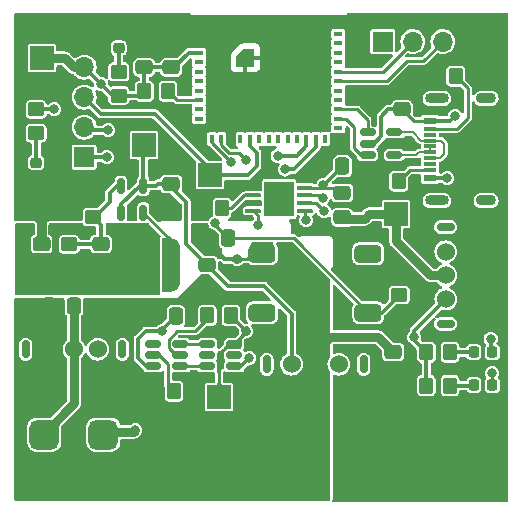
<source format=gbr>
%TF.GenerationSoftware,KiCad,Pcbnew,(6.0.10)*%
%TF.CreationDate,2023-02-27T19:56:58-05:00*%
%TF.ProjectId,ECG_2.0,4543475f-322e-4302-9e6b-696361645f70,rev?*%
%TF.SameCoordinates,Original*%
%TF.FileFunction,Copper,L1,Top*%
%TF.FilePolarity,Positive*%
%FSLAX46Y46*%
G04 Gerber Fmt 4.6, Leading zero omitted, Abs format (unit mm)*
G04 Created by KiCad (PCBNEW (6.0.10)) date 2023-02-27 19:56:58*
%MOMM*%
%LPD*%
G01*
G04 APERTURE LIST*
G04 Aperture macros list*
%AMRoundRect*
0 Rectangle with rounded corners*
0 $1 Rounding radius*
0 $2 $3 $4 $5 $6 $7 $8 $9 X,Y pos of 4 corners*
0 Add a 4 corners polygon primitive as box body*
4,1,4,$2,$3,$4,$5,$6,$7,$8,$9,$2,$3,0*
0 Add four circle primitives for the rounded corners*
1,1,$1+$1,$2,$3*
1,1,$1+$1,$4,$5*
1,1,$1+$1,$6,$7*
1,1,$1+$1,$8,$9*
0 Add four rect primitives between the rounded corners*
20,1,$1+$1,$2,$3,$4,$5,0*
20,1,$1+$1,$4,$5,$6,$7,0*
20,1,$1+$1,$6,$7,$8,$9,0*
20,1,$1+$1,$8,$9,$2,$3,0*%
%AMFreePoly0*
4,1,19,-2.250000,0.000000,-2.234168,0.154524,-2.178607,0.322035,-2.086000,0.472272,-1.961315,0.597174,-1.811240,0.690043,-1.643826,0.745897,-1.488000,0.762000,1.488000,0.762000,1.642524,0.746168,1.810035,0.690607,1.960272,0.598000,2.085174,0.473315,2.178043,0.323240,2.233897,0.155826,2.250000,0.000000,2.250000,-0.762000,-2.250000,-0.762000,-2.250000,0.000000,-2.250000,0.000000,
$1*%
%AMFreePoly1*
4,1,19,-2.250000,0.762000,2.250000,0.762000,2.250000,0.000000,2.234168,-0.154524,2.178607,-0.322035,2.086000,-0.472272,1.961315,-0.597174,1.811240,-0.690043,1.643826,-0.745897,1.488000,-0.762000,-1.488000,-0.762000,-1.642524,-0.746168,-1.810035,-0.690607,-1.960272,-0.598000,-2.085174,-0.473315,-2.178043,-0.323240,-2.233897,-0.155826,-2.250000,0.000000,-2.250000,0.762000,-2.250000,0.762000,
$1*%
%AMFreePoly2*
4,1,15,-0.124998,0.730000,0.725000,0.730000,0.728536,0.728536,0.730000,0.725000,0.730000,-0.725000,0.728536,-0.728536,0.725000,-0.730000,-0.725000,-0.730000,-0.728536,-0.728536,-0.730000,-0.725000,-0.730001,0.125000,-0.728536,0.128536,-0.128536,0.728536,-0.125000,0.730001,-0.124998,0.730000,-0.124998,0.730000,$1*%
G04 Aperture macros list end*
%TA.AperFunction,ComponentPad*%
%ADD10R,1.700000X1.700000*%
%TD*%
%TA.AperFunction,ComponentPad*%
%ADD11O,1.700000X1.700000*%
%TD*%
%TA.AperFunction,SMDPad,CuDef*%
%ADD12RoundRect,0.150000X0.512500X0.150000X-0.512500X0.150000X-0.512500X-0.150000X0.512500X-0.150000X0*%
%TD*%
%TA.AperFunction,SMDPad,CuDef*%
%ADD13RoundRect,0.087500X-0.587500X-0.087500X0.587500X-0.087500X0.587500X0.087500X-0.587500X0.087500X0*%
%TD*%
%TA.AperFunction,SMDPad,CuDef*%
%ADD14R,2.500000X3.000000*%
%TD*%
%TA.AperFunction,SMDPad,CuDef*%
%ADD15FreePoly0,270.000000*%
%TD*%
%TA.AperFunction,SMDPad,CuDef*%
%ADD16FreePoly1,270.000000*%
%TD*%
%TA.AperFunction,SMDPad,CuDef*%
%ADD17RoundRect,0.250000X0.350000X0.450000X-0.350000X0.450000X-0.350000X-0.450000X0.350000X-0.450000X0*%
%TD*%
%TA.AperFunction,SMDPad,CuDef*%
%ADD18RoundRect,0.250000X-0.475000X0.337500X-0.475000X-0.337500X0.475000X-0.337500X0.475000X0.337500X0*%
%TD*%
%TA.AperFunction,SMDPad,CuDef*%
%ADD19RoundRect,0.250000X-0.450000X0.350000X-0.450000X-0.350000X0.450000X-0.350000X0.450000X0.350000X0*%
%TD*%
%TA.AperFunction,SMDPad,CuDef*%
%ADD20RoundRect,0.150000X0.150000X-0.512500X0.150000X0.512500X-0.150000X0.512500X-0.150000X-0.512500X0*%
%TD*%
%TA.AperFunction,SMDPad,CuDef*%
%ADD21R,0.800000X0.400000*%
%TD*%
%TA.AperFunction,SMDPad,CuDef*%
%ADD22R,0.400000X0.800000*%
%TD*%
%TA.AperFunction,SMDPad,CuDef*%
%ADD23R,1.450000X1.450000*%
%TD*%
%TA.AperFunction,SMDPad,CuDef*%
%ADD24FreePoly2,0.000000*%
%TD*%
%TA.AperFunction,SMDPad,CuDef*%
%ADD25R,0.700000X0.700000*%
%TD*%
%TA.AperFunction,WasherPad*%
%ADD26O,0.750000X1.550000*%
%TD*%
%TA.AperFunction,ComponentPad*%
%ADD27C,1.524000*%
%TD*%
%TA.AperFunction,SMDPad,CuDef*%
%ADD28RoundRect,0.250000X0.450000X-0.350000X0.450000X0.350000X-0.450000X0.350000X-0.450000X-0.350000X0*%
%TD*%
%TA.AperFunction,SMDPad,CuDef*%
%ADD29RoundRect,0.250000X-0.337500X-0.475000X0.337500X-0.475000X0.337500X0.475000X-0.337500X0.475000X0*%
%TD*%
%TA.AperFunction,SMDPad,CuDef*%
%ADD30RoundRect,0.381000X0.762000X0.381000X-0.762000X0.381000X-0.762000X-0.381000X0.762000X-0.381000X0*%
%TD*%
%TA.AperFunction,WasherPad*%
%ADD31O,1.550000X0.750000*%
%TD*%
%TA.AperFunction,SMDPad,CuDef*%
%ADD32R,2.000000X2.000000*%
%TD*%
%TA.AperFunction,SMDPad,CuDef*%
%ADD33RoundRect,0.250000X-0.350000X-0.450000X0.350000X-0.450000X0.350000X0.450000X-0.350000X0.450000X0*%
%TD*%
%TA.AperFunction,WasherPad*%
%ADD34O,2.000000X0.900000*%
%TD*%
%TA.AperFunction,WasherPad*%
%ADD35O,1.700000X0.900000*%
%TD*%
%TA.AperFunction,ComponentPad*%
%ADD36O,1.700000X0.900000*%
%TD*%
%TA.AperFunction,SMDPad,CuDef*%
%ADD37R,1.140000X0.600000*%
%TD*%
%TA.AperFunction,SMDPad,CuDef*%
%ADD38R,1.140000X0.300000*%
%TD*%
%TA.AperFunction,SMDPad,CuDef*%
%ADD39RoundRect,0.218750X0.218750X0.256250X-0.218750X0.256250X-0.218750X-0.256250X0.218750X-0.256250X0*%
%TD*%
%TA.AperFunction,SMDPad,CuDef*%
%ADD40RoundRect,0.250000X0.475000X-0.337500X0.475000X0.337500X-0.475000X0.337500X-0.475000X-0.337500X0*%
%TD*%
%TA.AperFunction,SMDPad,CuDef*%
%ADD41RoundRect,0.218750X0.256250X-0.218750X0.256250X0.218750X-0.256250X0.218750X-0.256250X-0.218750X0*%
%TD*%
%TA.AperFunction,SMDPad,CuDef*%
%ADD42RoundRect,0.218750X-0.256250X0.218750X-0.256250X-0.218750X0.256250X-0.218750X0.256250X0.218750X0*%
%TD*%
%TA.AperFunction,SMDPad,CuDef*%
%ADD43RoundRect,0.250000X0.337500X0.475000X-0.337500X0.475000X-0.337500X-0.475000X0.337500X-0.475000X0*%
%TD*%
%TA.AperFunction,SMDPad,CuDef*%
%ADD44RoundRect,0.625000X-0.625000X-0.625000X0.625000X-0.625000X0.625000X0.625000X-0.625000X0.625000X0*%
%TD*%
%TA.AperFunction,ViaPad*%
%ADD45C,0.800000*%
%TD*%
%TA.AperFunction,Conductor*%
%ADD46C,0.375000*%
%TD*%
%TA.AperFunction,Conductor*%
%ADD47C,0.750000*%
%TD*%
%TA.AperFunction,Conductor*%
%ADD48C,0.250000*%
%TD*%
%TA.AperFunction,Conductor*%
%ADD49C,0.200000*%
%TD*%
G04 APERTURE END LIST*
D10*
%TO.P,J1,1,Pin_1*%
%TO.N,+LO*%
X219964000Y-86863000D03*
D11*
%TO.P,J1,2,Pin_2*%
%TO.N,-LO*%
X219964000Y-84323000D03*
%TO.P,J1,3,Pin_3*%
%TO.N,Output*%
X219964000Y-81783000D03*
%TO.P,J1,4,Pin_4*%
%TO.N,+3V3*%
X219964000Y-79243000D03*
%TO.P,J1,5,Pin_5*%
%TO.N,GND*%
X219964000Y-76703000D03*
%TD*%
D12*
%TO.P,U11,1,S1*%
%TO.N,VSS*%
X232664000Y-104582000D03*
%TO.P,U11,2,D1/D2*%
%TO.N,unconnected-(U11-Pad2)*%
X232664000Y-103632000D03*
%TO.P,U11,3,S2*%
%TO.N,GND*%
X232664000Y-102682000D03*
%TO.P,U11,4,G2*%
%TO.N,Net-(U11-Pad4)*%
X230389000Y-102682000D03*
%TO.P,U11,5,D1/D2*%
%TO.N,unconnected-(U11-Pad5)*%
X230389000Y-103632000D03*
%TO.P,U11,6,G1*%
%TO.N,Net-(U11-Pad6)*%
X230389000Y-104582000D03*
%TD*%
D13*
%TO.P,U2,1,TEMP*%
%TO.N,GND*%
X234299000Y-89449000D03*
%TO.P,U2,2,PROG*%
%TO.N,Net-(Rprog1-Pad1)*%
X234299000Y-90099000D03*
%TO.P,U2,3,GND*%
%TO.N,GND*%
X234299000Y-90749000D03*
%TO.P,U2,4,VCC*%
%TO.N,+5V*%
X234299000Y-91399000D03*
%TO.P,U2,5,BAT*%
%TO.N,+BATT*%
X238649000Y-91399000D03*
%TO.P,U2,6,STDBY*%
%TO.N,Net-(D2-Pad1)*%
X238649000Y-90749000D03*
%TO.P,U2,7,CHRG*%
%TO.N,Net-(D1-Pad1)*%
X238649000Y-90099000D03*
%TO.P,U2,8,CE*%
%TO.N,+5V*%
X238649000Y-89449000D03*
D14*
%TO.P,U2,9*%
%TO.N,N/C*%
X236474000Y-90424000D03*
%TD*%
D15*
%TO.P,L1,1,1*%
%TO.N,Net-(L1-Pad1)*%
X227306000Y-96012000D03*
D16*
%TO.P,L1,2,2*%
%TO.N,+3V3*%
X224306000Y-96012000D03*
%TD*%
D17*
%TO.P,R11,1*%
%TO.N,Net-(R11-Pad1)*%
X227568000Y-106680000D03*
%TO.P,R11,2*%
%TO.N,+BATT*%
X225568000Y-106680000D03*
%TD*%
D18*
%TO.P,C12,1*%
%TO.N,+5V*%
X241808000Y-89894500D03*
%TO.P,C12,2*%
%TO.N,In_5V*%
X241808000Y-91969500D03*
%TD*%
D19*
%TO.P,R4,1*%
%TO.N,LED*%
X215900000Y-82820000D03*
%TO.P,R4,2*%
%TO.N,Net-(D3-Pad2)*%
X215900000Y-84820000D03*
%TD*%
D20*
%TO.P,U6,1,EN*%
%TO.N,+4V*%
X223078000Y-91561500D03*
%TO.P,U6,2,GND*%
%TO.N,GND*%
X224028000Y-91561500D03*
%TO.P,U6,3,SW*%
%TO.N,Net-(L1-Pad1)*%
X224978000Y-91561500D03*
%TO.P,U6,4,VIN*%
%TO.N,+4V*%
X224978000Y-89286500D03*
%TO.P,U6,5,FB*%
%TO.N,Net-(C7-Pad2)*%
X223078000Y-89286500D03*
%TD*%
D17*
%TO.P,R3,1*%
%TO.N,Net-(D2-Pad2)*%
X250936000Y-106199000D03*
%TO.P,R3,2*%
%TO.N,+5V*%
X248936000Y-106199000D03*
%TD*%
D18*
%TO.P,C13,1*%
%TO.N,+4V*%
X230378000Y-95990500D03*
%TO.P,C13,2*%
%TO.N,+BATT*%
X230378000Y-98065500D03*
%TD*%
D21*
%TO.P,U10,1,GND*%
%TO.N,GND*%
X229685000Y-76424000D03*
%TO.P,U10,2,GND*%
X229685000Y-77224000D03*
%TO.P,U10,3,3V3*%
%TO.N,+3V3*%
X229685000Y-78024000D03*
%TO.P,U10,4,NC*%
%TO.N,unconnected-(U10-Pad4)*%
X229685000Y-78824000D03*
%TO.P,U10,5,IO2*%
%TO.N,unconnected-(U10-Pad5)*%
X229685000Y-79624000D03*
%TO.P,U10,6,IO3*%
%TO.N,unconnected-(U10-Pad6)*%
X229685000Y-80424000D03*
%TO.P,U10,7,NC*%
%TO.N,unconnected-(U10-Pad7)*%
X229685000Y-81224000D03*
%TO.P,U10,8,EN*%
%TO.N,Net-(R8-Pad2)*%
X229685000Y-82024000D03*
%TO.P,U10,9,NC*%
%TO.N,unconnected-(U10-Pad9)*%
X229685000Y-82824000D03*
%TO.P,U10,10,NC*%
%TO.N,unconnected-(U10-Pad10)*%
X229685000Y-83624000D03*
%TO.P,U10,11,GND*%
%TO.N,GND*%
X229685000Y-84424000D03*
D22*
%TO.P,U10,12,IO0*%
%TO.N,BTN*%
X230785000Y-85324000D03*
%TO.P,U10,13,IO1*%
%TO.N,LED*%
X231585000Y-85324000D03*
%TO.P,U10,14,GND*%
%TO.N,GND*%
X232385000Y-85324000D03*
%TO.P,U10,15,NC*%
%TO.N,unconnected-(U10-Pad15)*%
X233185000Y-85324000D03*
%TO.P,U10,16,IO10*%
%TO.N,Output*%
X233985000Y-85324000D03*
%TO.P,U10,17,NC*%
%TO.N,unconnected-(U10-Pad17)*%
X234785000Y-85324000D03*
%TO.P,U10,18,IO4*%
%TO.N,unconnected-(U10-Pad18)*%
X235585000Y-85324000D03*
%TO.P,U10,19,IO5*%
%TO.N,unconnected-(U10-Pad19)*%
X236385000Y-85324000D03*
%TO.P,U10,20,IO6*%
%TO.N,unconnected-(U10-Pad20)*%
X237185000Y-85324000D03*
%TO.P,U10,21,IO7*%
%TO.N,unconnected-(U10-Pad21)*%
X237985000Y-85324000D03*
%TO.P,U10,22,IO8*%
%TO.N,-LO*%
X238785000Y-85324000D03*
%TO.P,U10,23,IO9*%
%TO.N,+LO*%
X239585000Y-85324000D03*
%TO.P,U10,24,NC*%
%TO.N,unconnected-(U10-Pad24)*%
X240385000Y-85324000D03*
D21*
%TO.P,U10,25,NC*%
%TO.N,unconnected-(U10-Pad25)*%
X241485000Y-84424000D03*
%TO.P,U10,26,IO18*%
%TO.N,DNO*%
X241485000Y-83624000D03*
%TO.P,U10,27,IO19*%
%TO.N,DPO*%
X241485000Y-82824000D03*
%TO.P,U10,28,NC*%
%TO.N,unconnected-(U10-Pad28)*%
X241485000Y-82024000D03*
%TO.P,U10,29,NC*%
%TO.N,unconnected-(U10-Pad29)*%
X241485000Y-81224000D03*
%TO.P,U10,30,RXD0*%
%TO.N,/RX*%
X241485000Y-80424000D03*
%TO.P,U10,31,TXD0*%
%TO.N,/TX*%
X241485000Y-79624000D03*
%TO.P,U10,32,NC*%
%TO.N,unconnected-(U10-Pad32)*%
X241485000Y-78824000D03*
%TO.P,U10,33,NC*%
%TO.N,unconnected-(U10-Pad33)*%
X241485000Y-78024000D03*
%TO.P,U10,34,NC*%
%TO.N,unconnected-(U10-Pad34)*%
X241485000Y-77224000D03*
%TO.P,U10,35,NC*%
%TO.N,unconnected-(U10-Pad35)*%
X241485000Y-76424000D03*
D22*
%TO.P,U10,36,GND*%
%TO.N,GND*%
X240385000Y-75524000D03*
%TO.P,U10,37,GND*%
X239585000Y-75524000D03*
%TO.P,U10,38,GND*%
X238785000Y-75524000D03*
%TO.P,U10,39,GND*%
X237985000Y-75524000D03*
%TO.P,U10,40,GND*%
X237185000Y-75524000D03*
%TO.P,U10,41,GND*%
X236385000Y-75524000D03*
%TO.P,U10,42,GND*%
X235585000Y-75524000D03*
%TO.P,U10,43,GND*%
X234785000Y-75524000D03*
%TO.P,U10,44,GND*%
X233985000Y-75524000D03*
%TO.P,U10,45,GND*%
X233185000Y-75524000D03*
%TO.P,U10,46,GND*%
X232385000Y-75524000D03*
%TO.P,U10,47,GND*%
X231585000Y-75524000D03*
%TO.P,U10,48,GND*%
X230785000Y-75524000D03*
D23*
%TO.P,U10,49,EPAD*%
X235585000Y-80424000D03*
X233610000Y-80424000D03*
X237560000Y-78449000D03*
X233610000Y-82399000D03*
X237560000Y-80424000D03*
X235585000Y-82399000D03*
D24*
X233610000Y-78449000D03*
D23*
X235585000Y-78449000D03*
X237560000Y-82399000D03*
D25*
%TO.P,U10,50,GND*%
X241535000Y-75474000D03*
%TO.P,U10,51,GND*%
X241535000Y-85374000D03*
%TO.P,U10,52,GND*%
X229635000Y-85374000D03*
%TO.P,U10,53,GND*%
X229635000Y-75474000D03*
%TD*%
D17*
%TO.P,R10,1*%
%TO.N,Net-(R10-Pad1)*%
X251428000Y-80010000D03*
%TO.P,R10,2*%
%TO.N,GND*%
X249428000Y-80010000D03*
%TD*%
D26*
%TO.P,U7,*%
%TO.N,*%
X235422000Y-104394000D03*
X243622000Y-104394000D03*
D27*
%TO.P,U7,1*%
%TO.N,+4V*%
X237522000Y-104394000D03*
%TO.P,U7,2*%
%TO.N,+BATT*%
X239522000Y-104394000D03*
%TO.P,U7,3*%
%TO.N,unconnected-(U7-Pad3)*%
X241522000Y-104394000D03*
%TD*%
D28*
%TO.P,R1,1*%
%TO.N,BTN*%
X246634000Y-98536000D03*
%TO.P,R1,2*%
%TO.N,GND*%
X246634000Y-96536000D03*
%TD*%
D29*
%TO.P,C1,1*%
%TO.N,+3V3*%
X230102500Y-93726000D03*
%TO.P,C1,2*%
%TO.N,BTN*%
X232177500Y-93726000D03*
%TD*%
D30*
%TO.P,U8,1*%
%TO.N,BTN*%
X244022000Y-100036000D03*
%TO.P,U8,2*%
%TO.N,unconnected-(U8-Pad2)*%
X244022000Y-95036000D03*
%TO.P,U8,3*%
%TO.N,unconnected-(U8-Pad3)*%
X235022000Y-100036000D03*
%TO.P,U8,4*%
%TO.N,+3V3*%
X235022000Y-95036000D03*
%TD*%
D29*
%TO.P,C4,1*%
%TO.N,+BATT*%
X225663000Y-100330000D03*
%TO.P,C4,2*%
%TO.N,VSS*%
X227738000Y-100330000D03*
%TD*%
D31*
%TO.P,U5,*%
%TO.N,*%
X250577000Y-100976000D03*
X250577000Y-92776000D03*
D27*
%TO.P,U5,1*%
%TO.N,+5V*%
X250577000Y-98876000D03*
%TO.P,U5,2*%
%TO.N,In_5V*%
X250577000Y-96876000D03*
%TO.P,U5,3*%
%TO.N,unconnected-(U5-Pad3)*%
X250577000Y-94876000D03*
%TD*%
D32*
%TO.P,5V,1,1*%
%TO.N,In_5V*%
X246380000Y-91694000D03*
%TD*%
%TO.P,GND,1,1*%
%TO.N,GND*%
X231394000Y-107188000D03*
%TD*%
D29*
%TO.P,C5,1*%
%TO.N,+BATT*%
X217021500Y-99441000D03*
%TO.P,C5,2*%
%TO.N,BatO*%
X219096500Y-99441000D03*
%TD*%
D10*
%TO.P,J2,1,Pin_1*%
%TO.N,+3V3*%
X245247000Y-77089000D03*
D11*
%TO.P,J2,2,Pin_2*%
%TO.N,/TX*%
X247787000Y-77089000D03*
%TO.P,J2,3,Pin_3*%
%TO.N,/RX*%
X250327000Y-77089000D03*
%TO.P,J2,4,Pin_4*%
%TO.N,GND*%
X252867000Y-77089000D03*
%TD*%
D33*
%TO.P,R8,1*%
%TO.N,+3V3*%
X225060000Y-81280000D03*
%TO.P,R8,2*%
%TO.N,Net-(R8-Pad2)*%
X227060000Y-81280000D03*
%TD*%
D18*
%TO.P,C6,1*%
%TO.N,+4V*%
X227330000Y-89132500D03*
%TO.P,C6,2*%
%TO.N,GND*%
X227330000Y-91207500D03*
%TD*%
D34*
%TO.P,U9,*%
%TO.N,*%
X249825500Y-81880000D03*
X249825500Y-90530000D03*
D35*
X253995500Y-90530000D03*
D36*
%TO.P,U9,17,SHIELD*%
%TO.N,unconnected-(U9-Pad17)*%
X253995500Y-81880000D03*
D37*
%TO.P,U9,A1_B12,GND*%
%TO.N,GND*%
X249245500Y-89405000D03*
%TO.P,U9,A4_B9,VBUS*%
%TO.N,In_5V*%
X249245500Y-88605000D03*
D38*
%TO.P,U9,A5,SBU2*%
%TO.N,unconnected-(U9-PadA5)*%
X249245500Y-87455000D03*
%TO.P,U9,A6,DN2*%
%TO.N,DN*%
X249245500Y-86455000D03*
%TO.P,U9,A7,DN1*%
X249245500Y-85955000D03*
%TO.P,U9,A8,SBU1*%
%TO.N,unconnected-(U9-PadA8)*%
X249245500Y-84955000D03*
D37*
%TO.P,U9,B1_A12,GND*%
%TO.N,GND*%
X249245500Y-83005000D03*
%TO.P,U9,B4_A9,VBUS*%
%TO.N,In_5V*%
X249245500Y-83805000D03*
D38*
%TO.P,U9,B5,CC2*%
%TO.N,Net-(R10-Pad1)*%
X249245500Y-84455000D03*
%TO.P,U9,B6,DP2*%
%TO.N,DP*%
X249245500Y-85455000D03*
%TO.P,U9,B7,DP1*%
X249245500Y-86955000D03*
%TO.P,U9,B8,CC1*%
%TO.N,Net-(R9-Pad1)*%
X249245500Y-87955000D03*
%TD*%
D39*
%TO.P,D2,1,K*%
%TO.N,Net-(D2-Pad1)*%
X254533500Y-106172000D03*
%TO.P,D2,2,A*%
%TO.N,Net-(D2-Pad2)*%
X252958500Y-106172000D03*
%TD*%
%TO.P,D1,1,K*%
%TO.N,Net-(D1-Pad1)*%
X254533500Y-103378000D03*
%TO.P,D1,2,A*%
%TO.N,Net-(D1-Pad2)*%
X252958500Y-103378000D03*
%TD*%
D17*
%TO.P,Rprog1,1*%
%TO.N,Net-(Rprog1-Pad1)*%
X231632000Y-91186000D03*
%TO.P,Rprog1,2*%
%TO.N,GND*%
X229632000Y-91186000D03*
%TD*%
D40*
%TO.P,C8,1*%
%TO.N,+3V3*%
X216352500Y-96287500D03*
%TO.P,C8,2*%
%TO.N,GND*%
X216352500Y-94212500D03*
%TD*%
D41*
%TO.P,D3,1,K*%
%TO.N,GND*%
X215900000Y-88900000D03*
%TO.P,D3,2,A*%
%TO.N,Net-(D3-Pad2)*%
X215900000Y-87325000D03*
%TD*%
D26*
%TO.P,U4,*%
%TO.N,*%
X223202000Y-103124000D03*
X215002000Y-103124000D03*
D27*
%TO.P,U4,1*%
%TO.N,+BATT*%
X217102000Y-103124000D03*
%TO.P,U4,2*%
%TO.N,BatO*%
X219102000Y-103124000D03*
%TO.P,U4,3*%
%TO.N,unconnected-(U4-Pad3)*%
X221102000Y-103124000D03*
%TD*%
D17*
%TO.P,R12,1*%
%TO.N,GND*%
X232394000Y-100264000D03*
%TO.P,R12,2*%
%TO.N,Net-(R12-Pad2)*%
X230394000Y-100264000D03*
%TD*%
D12*
%TO.P,U3,1,I/O1*%
%TO.N,DN*%
X246231500Y-86675000D03*
%TO.P,U3,2,GND*%
%TO.N,GND*%
X246231500Y-85725000D03*
%TO.P,U3,3,I/O2*%
%TO.N,DP*%
X246231500Y-84775000D03*
%TO.P,U3,4,I/O2*%
%TO.N,DPO*%
X243956500Y-84775000D03*
%TO.P,U3,5,VBUS*%
%TO.N,In_5V*%
X243956500Y-85725000D03*
%TO.P,U3,6,I/O1*%
%TO.N,DNO*%
X243956500Y-86675000D03*
%TD*%
D28*
%TO.P,R6,1*%
%TO.N,Net-(C7-Pad2)*%
X220726000Y-91932000D03*
%TO.P,R6,2*%
%TO.N,GND*%
X220726000Y-89932000D03*
%TD*%
D42*
%TO.P,D4,1,K*%
%TO.N,GND*%
X222885000Y-76047500D03*
%TO.P,D4,2,A*%
%TO.N,Net-(D4-Pad2)*%
X222885000Y-77622500D03*
%TD*%
D28*
%TO.P,R5,1*%
%TO.N,+3V3*%
X218694000Y-96250000D03*
%TO.P,R5,2*%
%TO.N,Net-(C7-Pad2)*%
X218694000Y-94250000D03*
%TD*%
D18*
%TO.P,C2,1*%
%TO.N,+BATT*%
X246126000Y-103356500D03*
%TO.P,C2,2*%
%TO.N,GND*%
X246126000Y-105431500D03*
%TD*%
D17*
%TO.P,R2,1*%
%TO.N,Net-(D1-Pad2)*%
X250936000Y-103378000D03*
%TO.P,R2,2*%
%TO.N,+5V*%
X248936000Y-103378000D03*
%TD*%
%TO.P,R9,1*%
%TO.N,Net-(R9-Pad1)*%
X246602000Y-88900000D03*
%TO.P,R9,2*%
%TO.N,GND*%
X244602000Y-88900000D03*
%TD*%
D32*
%TO.P,OUT,1,1*%
%TO.N,Output*%
X230632000Y-88392000D03*
%TD*%
D40*
%TO.P,C9,1*%
%TO.N,+3V3*%
X225044000Y-79269500D03*
%TO.P,C9,2*%
%TO.N,GND*%
X225044000Y-77194500D03*
%TD*%
D32*
%TO.P,4V,1,1*%
%TO.N,+4V*%
X225044000Y-85852000D03*
%TD*%
%TO.P,3V3,1,1*%
%TO.N,+3V3*%
X216408000Y-78486000D03*
%TD*%
D40*
%TO.P,C10,1*%
%TO.N,+3V3*%
X227330000Y-79269500D03*
%TO.P,C10,2*%
%TO.N,GND*%
X227330000Y-77194500D03*
%TD*%
D12*
%TO.P,U12,1,OD*%
%TO.N,Net-(U11-Pad6)*%
X228092000Y-104582000D03*
%TO.P,U12,2,VM*%
%TO.N,Net-(R12-Pad2)*%
X228092000Y-103632000D03*
%TO.P,U12,3,OC*%
%TO.N,Net-(U11-Pad4)*%
X228092000Y-102682000D03*
%TO.P,U12,4,TD*%
%TO.N,unconnected-(U12-Pad4)*%
X225817000Y-102682000D03*
%TO.P,U12,5,VCC*%
%TO.N,Net-(R11-Pad1)*%
X225817000Y-103632000D03*
%TO.P,U12,6,GND*%
%TO.N,VSS*%
X225817000Y-104582000D03*
%TD*%
D40*
%TO.P,C7,1*%
%TO.N,+3V3*%
X221385000Y-96287500D03*
%TO.P,C7,2*%
%TO.N,Net-(C7-Pad2)*%
X221385000Y-94212500D03*
%TD*%
D43*
%TO.P,C3,1*%
%TO.N,+5V*%
X241829500Y-87630000D03*
%TO.P,C3,2*%
%TO.N,GND*%
X239754500Y-87630000D03*
%TD*%
D28*
%TO.P,R7,1*%
%TO.N,+3V3*%
X222885000Y-81645000D03*
%TO.P,R7,2*%
%TO.N,Net-(D4-Pad2)*%
X222885000Y-79645000D03*
%TD*%
D44*
%TO.P,U1,1,+Bat*%
%TO.N,BatO*%
X216575000Y-110363000D03*
%TO.P,U1,2,-Bat*%
%TO.N,VSS*%
X221575000Y-110363000D03*
%TD*%
D40*
%TO.P,C11,1*%
%TO.N,In_5V*%
X246872000Y-82825500D03*
%TO.P,C11,2*%
%TO.N,GND*%
X246872000Y-80750500D03*
%TD*%
D45*
%TO.N,+3V3*%
X221363500Y-80642500D03*
X223012000Y-93218000D03*
X220091000Y-97536000D03*
X216027000Y-97536000D03*
X232918000Y-95504000D03*
%TO.N,BTN*%
X231075281Y-92459965D03*
X232410000Y-87288398D03*
%TO.N,+BATT*%
X238760000Y-92202000D03*
X237490000Y-95250000D03*
%TO.N,GND*%
X248158000Y-81026000D03*
X237236000Y-83947000D03*
X244094000Y-106299000D03*
X244221000Y-97282000D03*
X226060000Y-90424000D03*
X225933000Y-75692000D03*
X233680000Y-101600000D03*
X233045000Y-91821000D03*
X218440000Y-89916000D03*
X247634000Y-85852000D03*
X253746000Y-99568000D03*
%TO.N,+5V*%
X240220500Y-89217500D03*
X234696000Y-92583000D03*
X247904000Y-102108000D03*
%TO.N,In_5V*%
X250690000Y-88638000D03*
X251376211Y-83374070D03*
%TO.N,Net-(D1-Pad1)*%
X240157000Y-90297000D03*
X254381000Y-102235000D03*
%TO.N,Net-(D2-Pad1)*%
X254508000Y-105156000D03*
X240279701Y-91444299D03*
%TO.N,+LO*%
X236982000Y-87884000D03*
X221869000Y-86868000D03*
%TO.N,-LO*%
X221996000Y-84582000D03*
X236347000Y-86741000D03*
%TO.N,LED*%
X217424000Y-82804000D03*
X233680000Y-87122000D03*
%TO.N,VSS*%
X233934000Y-103886000D03*
X226568000Y-101600000D03*
X224282000Y-109982000D03*
%TD*%
D46*
%TO.N,+3V3*%
X222366000Y-81645000D02*
X221363500Y-80642500D01*
X232918000Y-95504000D02*
X231880500Y-95504000D01*
X224695000Y-81645000D02*
X225060000Y-81280000D01*
D47*
X219070000Y-79243000D02*
X218313000Y-78486000D01*
D46*
X227330000Y-79269500D02*
X225044000Y-79269500D01*
D48*
X234554000Y-95504000D02*
X235022000Y-95036000D01*
D46*
X227330000Y-79269500D02*
X227562500Y-79269500D01*
D47*
X218313000Y-78486000D02*
X216408000Y-78486000D01*
D48*
X232918000Y-95504000D02*
X234554000Y-95504000D01*
D46*
X222885000Y-81645000D02*
X222366000Y-81645000D01*
X227562500Y-79269500D02*
X228808000Y-78024000D01*
D47*
X219964000Y-79243000D02*
X219070000Y-79243000D01*
D46*
X225060000Y-81280000D02*
X225060000Y-79285500D01*
X228808000Y-78024000D02*
X229685000Y-78024000D01*
X222885000Y-81645000D02*
X224695000Y-81645000D01*
X221363500Y-80642500D02*
X219964000Y-79243000D01*
X231880500Y-95504000D02*
X230102500Y-93726000D01*
X225060000Y-79285500D02*
X225044000Y-79269500D01*
D48*
%TO.N,BTN*%
X245134000Y-100036000D02*
X246634000Y-98536000D01*
X244022000Y-100036000D02*
X245134000Y-100036000D01*
X231075281Y-92623781D02*
X232177500Y-93726000D01*
X230785000Y-85663398D02*
X230785000Y-85324000D01*
X231075281Y-92459965D02*
X231075281Y-92623781D01*
X232177500Y-93726000D02*
X237712000Y-93726000D01*
X232410000Y-87288398D02*
X230785000Y-85663398D01*
X237712000Y-93726000D02*
X244022000Y-100036000D01*
D47*
%TO.N,+BATT*%
X240792000Y-102108000D02*
X244877500Y-102108000D01*
D48*
X238649000Y-91399000D02*
X238649000Y-92091000D01*
D47*
X239522000Y-103378000D02*
X240792000Y-102108000D01*
X239522000Y-104394000D02*
X239522000Y-103378000D01*
X244877500Y-102108000D02*
X246126000Y-103356500D01*
D48*
X238649000Y-92091000D02*
X238760000Y-92202000D01*
D46*
%TO.N,GND*%
X235585000Y-78449000D02*
X233610000Y-78449000D01*
D47*
X216352500Y-91384500D02*
X215900000Y-90932000D01*
D48*
X232394000Y-100314000D02*
X232394000Y-100264000D01*
D47*
X215900000Y-90932000D02*
X215900000Y-88900000D01*
D48*
X232279749Y-102682000D02*
X232664000Y-102682000D01*
X233680000Y-101600000D02*
X232394000Y-100314000D01*
X233680000Y-101600000D02*
X233680000Y-101666000D01*
X233680000Y-101666000D02*
X232664000Y-102682000D01*
X231394000Y-103567749D02*
X232279749Y-102682000D01*
X231394000Y-107188000D02*
X231394000Y-103567749D01*
D46*
X233610000Y-80424000D02*
X233610000Y-78449000D01*
D47*
X216352500Y-94212500D02*
X216352500Y-91384500D01*
D46*
%TO.N,+5V*%
X247904000Y-101549000D02*
X247904000Y-102108000D01*
D48*
X241829500Y-87630000D02*
X241808000Y-87630000D01*
X239989000Y-89449000D02*
X241362500Y-89449000D01*
X234696000Y-92583000D02*
X234696000Y-91796000D01*
X241808000Y-87630000D02*
X240220500Y-89217500D01*
X234696000Y-91796000D02*
X234299000Y-91399000D01*
X240220500Y-89217500D02*
X239989000Y-89449000D01*
D46*
X248936000Y-103378000D02*
X248936000Y-106199000D01*
X247904000Y-102108000D02*
X247904000Y-102346000D01*
X250577000Y-98876000D02*
X247904000Y-101549000D01*
D48*
X239989000Y-89449000D02*
X238649000Y-89449000D01*
D46*
X247904000Y-102346000D02*
X248936000Y-103378000D01*
D48*
X241362500Y-89449000D02*
X241808000Y-89894500D01*
D47*
%TO.N,BatO*%
X219102000Y-107709000D02*
X219102000Y-103124000D01*
X216702000Y-110109000D02*
X219102000Y-107709000D01*
X219102000Y-103124000D02*
X219102000Y-99446500D01*
X219102000Y-99446500D02*
X219096500Y-99441000D01*
D46*
%TO.N,+4V*%
X230378000Y-95990500D02*
X230378000Y-96012000D01*
X223078000Y-90866000D02*
X224657500Y-89286500D01*
X226054500Y-89286500D02*
X226208500Y-89132500D01*
X230356500Y-95990500D02*
X230378000Y-95990500D01*
X224978000Y-89286500D02*
X224978000Y-85918000D01*
X230378000Y-96012000D02*
X232156000Y-97790000D01*
X227330000Y-89132500D02*
X227330000Y-89408000D01*
X226208500Y-89132500D02*
X227330000Y-89132500D01*
X224978000Y-89286500D02*
X226054500Y-89286500D01*
X235204000Y-97790000D02*
X237522000Y-100108000D01*
X228600000Y-90678000D02*
X228600000Y-94234000D01*
X224657500Y-89286500D02*
X224978000Y-89286500D01*
X237522000Y-100108000D02*
X237522000Y-104394000D01*
X228600000Y-94234000D02*
X230356500Y-95990500D01*
X227330000Y-89408000D02*
X228600000Y-90678000D01*
X224978000Y-85918000D02*
X225044000Y-85852000D01*
X232156000Y-97790000D02*
X235204000Y-97790000D01*
X223078000Y-91561500D02*
X223078000Y-90866000D01*
%TO.N,Net-(C7-Pad2)*%
X220726000Y-91932000D02*
X220869000Y-91932000D01*
X222123000Y-90678000D02*
X222123000Y-89916000D01*
X222752500Y-89286500D02*
X223078000Y-89286500D01*
X220869000Y-91932000D02*
X222123000Y-90678000D01*
X222123000Y-89916000D02*
X222752500Y-89286500D01*
X221347500Y-94250000D02*
X221385000Y-94212500D01*
X221385000Y-92591000D02*
X220726000Y-91932000D01*
X221385000Y-94212500D02*
X221385000Y-92591000D01*
X218694000Y-94250000D02*
X221347500Y-94250000D01*
D47*
%TO.N,In_5V*%
X246380000Y-93980000D02*
X246380000Y-91694000D01*
X250577000Y-96876000D02*
X249276000Y-96876000D01*
D46*
X250945281Y-83805000D02*
X251376211Y-83374070D01*
D48*
X249286500Y-88646000D02*
X249245500Y-88605000D01*
D46*
X250690000Y-88638000D02*
X249278500Y-88638000D01*
D47*
X243713000Y-92075000D02*
X241913500Y-92075000D01*
D48*
X249245500Y-83805000D02*
X247851500Y-83805000D01*
D47*
X244094000Y-91694000D02*
X243713000Y-92075000D01*
D46*
X249245500Y-83805000D02*
X250945281Y-83805000D01*
D48*
X247851500Y-83805000D02*
X246872000Y-82825500D01*
D47*
X249276000Y-96876000D02*
X246380000Y-93980000D01*
D46*
X245723500Y-82825500D02*
X246872000Y-82825500D01*
X249278500Y-88638000D02*
X249245500Y-88605000D01*
D47*
X246380000Y-91694000D02*
X244094000Y-91694000D01*
D46*
X245110000Y-83439000D02*
X245723500Y-82825500D01*
D47*
X241913500Y-92075000D02*
X241808000Y-91969500D01*
D46*
X243956500Y-85725000D02*
X244475000Y-85725000D01*
X245110000Y-85090000D02*
X245110000Y-83439000D01*
X244475000Y-85725000D02*
X245110000Y-85090000D01*
%TO.N,Net-(D1-Pad1)*%
X254381000Y-102235000D02*
X254381000Y-103225500D01*
D48*
X240157000Y-90297000D02*
X239959000Y-90099000D01*
D46*
X254381000Y-103225500D02*
X254533500Y-103378000D01*
D48*
X239959000Y-90099000D02*
X238649000Y-90099000D01*
D46*
%TO.N,Net-(D1-Pad2)*%
X252958500Y-103378000D02*
X250936000Y-103378000D01*
D48*
%TO.N,Net-(D2-Pad1)*%
X254508000Y-106146500D02*
X254533500Y-106172000D01*
X254508000Y-105156000D02*
X254508000Y-106146500D01*
X239584402Y-90749000D02*
X238649000Y-90749000D01*
X240279701Y-91444299D02*
X239584402Y-90749000D01*
D46*
%TO.N,Net-(D2-Pad2)*%
X250936000Y-106199000D02*
X252931500Y-106199000D01*
X252931500Y-106199000D02*
X252958500Y-106172000D01*
%TO.N,Net-(D3-Pad2)*%
X215900000Y-84820000D02*
X215900000Y-87325000D01*
%TO.N,Net-(D4-Pad2)*%
X222885000Y-77622500D02*
X222885000Y-79645000D01*
%TO.N,+LO*%
X239585000Y-86042000D02*
X239585000Y-85324000D01*
X219969000Y-86868000D02*
X219964000Y-86863000D01*
X237743000Y-87884000D02*
X239585000Y-86042000D01*
X221869000Y-86868000D02*
X219969000Y-86868000D01*
X236982000Y-87884000D02*
X237743000Y-87884000D01*
%TO.N,-LO*%
X238785000Y-85899000D02*
X238785000Y-85324000D01*
X237943000Y-86741000D02*
X238785000Y-85899000D01*
X220223000Y-84582000D02*
X219964000Y-84323000D01*
X221996000Y-84582000D02*
X220223000Y-84582000D01*
X236347000Y-86741000D02*
X237943000Y-86741000D01*
%TO.N,Output*%
X233985000Y-85903000D02*
X234569000Y-86487000D01*
X221366000Y-83185000D02*
X219964000Y-81783000D01*
X230632000Y-87884000D02*
X225933000Y-83185000D01*
X233807000Y-88392000D02*
X230632000Y-88392000D01*
X234569000Y-86487000D02*
X234569000Y-87630000D01*
X225933000Y-83185000D02*
X221366000Y-83185000D01*
X234569000Y-87630000D02*
X233807000Y-88392000D01*
X233985000Y-85324000D02*
X233985000Y-85903000D01*
X230632000Y-88392000D02*
X230632000Y-87884000D01*
D48*
%TO.N,/TX*%
X245252000Y-79624000D02*
X247787000Y-77089000D01*
X241485000Y-79624000D02*
X245252000Y-79624000D01*
%TO.N,/RX*%
X241485000Y-80424000D02*
X245572827Y-80424000D01*
X245572827Y-80424000D02*
X247256827Y-78740000D01*
X247256827Y-78740000D02*
X248676000Y-78740000D01*
X248676000Y-78740000D02*
X250327000Y-77089000D01*
%TO.N,Net-(L1-Pad1)*%
X227306000Y-93889500D02*
X227306000Y-96012000D01*
X224978000Y-91561500D02*
X227306000Y-93889500D01*
%TO.N,LED*%
X232244998Y-86487000D02*
X231585000Y-85827002D01*
X233680000Y-87122000D02*
X233045000Y-86487000D01*
D46*
X215916000Y-82804000D02*
X215900000Y-82820000D01*
D48*
X233045000Y-86487000D02*
X232244998Y-86487000D01*
D46*
X217424000Y-82804000D02*
X215916000Y-82804000D01*
D48*
X231585000Y-85827002D02*
X231585000Y-85324000D01*
%TO.N,Net-(R8-Pad2)*%
X229685000Y-82024000D02*
X227804000Y-82024000D01*
X227804000Y-82024000D02*
X227060000Y-81280000D01*
%TO.N,Net-(R9-Pad1)*%
X247567000Y-87955000D02*
X246618000Y-88904000D01*
X249245500Y-87955000D02*
X247567000Y-87955000D01*
%TO.N,Net-(R10-Pad1)*%
X251571000Y-84455000D02*
X252460000Y-83566000D01*
X252460000Y-83566000D02*
X252460000Y-81042000D01*
X249245500Y-84455000D02*
X251571000Y-84455000D01*
X251428000Y-80010000D02*
X252460000Y-81042000D01*
%TO.N,Net-(Rprog1-Pad1)*%
X231886000Y-91186000D02*
X232410000Y-91186000D01*
X233497000Y-90099000D02*
X234299000Y-90099000D01*
X232410000Y-91186000D02*
X233497000Y-90099000D01*
D49*
%TO.N,DN*%
X248301000Y-86455000D02*
X248081000Y-86675000D01*
X249245500Y-85955000D02*
X249245500Y-86455000D01*
X248081000Y-86675000D02*
X246231500Y-86675000D01*
X249245500Y-86455000D02*
X248301000Y-86455000D01*
D48*
%TO.N,DNO*%
X242824000Y-86106000D02*
X242824000Y-84328000D01*
X242120000Y-83624000D02*
X241485000Y-83624000D01*
X242824000Y-84328000D02*
X242120000Y-83624000D01*
X243956500Y-86675000D02*
X243393000Y-86675000D01*
X243393000Y-86675000D02*
X242824000Y-86106000D01*
%TO.N,DPO*%
X243956500Y-84775000D02*
X243956500Y-83682500D01*
X243098000Y-82824000D02*
X241485000Y-82824000D01*
X243956500Y-83682500D02*
X243098000Y-82824000D01*
D49*
%TO.N,DP*%
X247827000Y-84775000D02*
X248507000Y-85455000D01*
X250428000Y-86592500D02*
X250428000Y-85725000D01*
X250428000Y-85725000D02*
X250158000Y-85455000D01*
X250158000Y-85455000D02*
X249245500Y-85455000D01*
X246231500Y-84775000D02*
X247827000Y-84775000D01*
X249245500Y-86955000D02*
X250065500Y-86955000D01*
X250065500Y-86955000D02*
X250428000Y-86592500D01*
X248507000Y-85455000D02*
X249245500Y-85455000D01*
D48*
%TO.N,Net-(R11-Pad1)*%
X227076000Y-106188000D02*
X227568000Y-106680000D01*
X226314000Y-103632000D02*
X227076000Y-104394000D01*
X225817000Y-103632000D02*
X226314000Y-103632000D01*
X227076000Y-104394000D02*
X227076000Y-106188000D01*
D47*
%TO.N,VSS*%
X224155000Y-110109000D02*
X224282000Y-109982000D01*
D46*
X224536000Y-102235000D02*
X224536000Y-103886000D01*
X225171000Y-101600000D02*
X224536000Y-102235000D01*
D47*
X221702000Y-110109000D02*
X224155000Y-110109000D01*
D46*
X233934000Y-103886000D02*
X233238000Y-104582000D01*
X224536000Y-103886000D02*
X225232000Y-104582000D01*
X233238000Y-104582000D02*
X232664000Y-104582000D01*
X226568000Y-101600000D02*
X225171000Y-101600000D01*
X226568000Y-101600000D02*
X226568000Y-101500000D01*
X225232000Y-104582000D02*
X225817000Y-104582000D01*
X226568000Y-101500000D02*
X227738000Y-100330000D01*
D48*
%TO.N,Net-(R12-Pad2)*%
X227839749Y-101600000D02*
X229362000Y-101600000D01*
X227104500Y-103028751D02*
X227104500Y-102335249D01*
X228092000Y-103632000D02*
X227707749Y-103632000D01*
X230394000Y-100568000D02*
X230394000Y-100264000D01*
X227104500Y-102335249D02*
X227839749Y-101600000D01*
X227707749Y-103632000D02*
X227104500Y-103028751D01*
X229362000Y-101600000D02*
X230394000Y-100568000D01*
%TO.N,Net-(U11-Pad4)*%
X228092000Y-102682000D02*
X230389000Y-102682000D01*
%TO.N,Net-(U11-Pad6)*%
X228092000Y-104582000D02*
X230389000Y-104582000D01*
%TD*%
%TA.AperFunction,Conductor*%
%TO.N,+3V3*%
G36*
X215719121Y-92476002D02*
G01*
X215765614Y-92529658D01*
X215777000Y-92582000D01*
X215777000Y-93343499D01*
X215756998Y-93411620D01*
X215703342Y-93458113D01*
X215692746Y-93462382D01*
X215673202Y-93469245D01*
X215673199Y-93469247D01*
X215664316Y-93472366D01*
X215656746Y-93477958D01*
X215656743Y-93477959D01*
X215619742Y-93505289D01*
X215555350Y-93552850D01*
X215549758Y-93560421D01*
X215480459Y-93654243D01*
X215480458Y-93654246D01*
X215474866Y-93661816D01*
X215429981Y-93789631D01*
X215427000Y-93821166D01*
X215427000Y-94603834D01*
X215429981Y-94635369D01*
X215474866Y-94763184D01*
X215480458Y-94770754D01*
X215480459Y-94770757D01*
X215505237Y-94804303D01*
X215555350Y-94872150D01*
X215562921Y-94877742D01*
X215656743Y-94947041D01*
X215656746Y-94947042D01*
X215664316Y-94952634D01*
X215792131Y-94997519D01*
X215799777Y-94998242D01*
X215799778Y-94998242D01*
X215805748Y-94998806D01*
X215823666Y-95000500D01*
X216881334Y-95000500D01*
X216899252Y-94998806D01*
X216905222Y-94998242D01*
X216905223Y-94998242D01*
X216912869Y-94997519D01*
X217040684Y-94952634D01*
X217048254Y-94947042D01*
X217048257Y-94947041D01*
X217142079Y-94877742D01*
X217149650Y-94872150D01*
X217199763Y-94804303D01*
X217224541Y-94770757D01*
X217224542Y-94770754D01*
X217230134Y-94763184D01*
X217275019Y-94635369D01*
X217278000Y-94603834D01*
X217278000Y-93821166D01*
X217275019Y-93789631D01*
X217230134Y-93661816D01*
X217224542Y-93654246D01*
X217224541Y-93654243D01*
X217155242Y-93560421D01*
X217149650Y-93552850D01*
X217085258Y-93505289D01*
X217048257Y-93477959D01*
X217048254Y-93477958D01*
X217040684Y-93472366D01*
X217031801Y-93469247D01*
X217031798Y-93469245D01*
X217012254Y-93462382D01*
X216954608Y-93420940D01*
X216928518Y-93354911D01*
X216928000Y-93343499D01*
X216928000Y-92582000D01*
X216948002Y-92513879D01*
X217001658Y-92467386D01*
X217054000Y-92456000D01*
X219780846Y-92456000D01*
X219848967Y-92476002D01*
X219882197Y-92507141D01*
X219948255Y-92596576D01*
X219948258Y-92596579D01*
X219953850Y-92604150D01*
X219961421Y-92609742D01*
X220055243Y-92679041D01*
X220055246Y-92679042D01*
X220062816Y-92684634D01*
X220190631Y-92729519D01*
X220198277Y-92730242D01*
X220198278Y-92730242D01*
X220204248Y-92730806D01*
X220222166Y-92732500D01*
X220871000Y-92732500D01*
X220939121Y-92752502D01*
X220985614Y-92806158D01*
X220997000Y-92858500D01*
X220997000Y-93298500D01*
X220976998Y-93366621D01*
X220923342Y-93413114D01*
X220871000Y-93424500D01*
X220856166Y-93424500D01*
X220838248Y-93426194D01*
X220832278Y-93426758D01*
X220832277Y-93426758D01*
X220824631Y-93427481D01*
X220696816Y-93472366D01*
X220689246Y-93477958D01*
X220689243Y-93477959D01*
X220652242Y-93505289D01*
X220587850Y-93552850D01*
X220582258Y-93560421D01*
X220512959Y-93654243D01*
X220512958Y-93654246D01*
X220507366Y-93661816D01*
X220474299Y-93755977D01*
X220466654Y-93777748D01*
X220425211Y-93835394D01*
X220359181Y-93861482D01*
X220347771Y-93862000D01*
X219697450Y-93862000D01*
X219629329Y-93841998D01*
X219582836Y-93788342D01*
X219578567Y-93777749D01*
X219567346Y-93745797D01*
X219546634Y-93686816D01*
X219541042Y-93679246D01*
X219541041Y-93679243D01*
X219471742Y-93585421D01*
X219466150Y-93577850D01*
X219424732Y-93547258D01*
X219364757Y-93502959D01*
X219364754Y-93502958D01*
X219357184Y-93497366D01*
X219229369Y-93452481D01*
X219221723Y-93451758D01*
X219221722Y-93451758D01*
X219215752Y-93451194D01*
X219197834Y-93449500D01*
X218190166Y-93449500D01*
X218172248Y-93451194D01*
X218166278Y-93451758D01*
X218166277Y-93451758D01*
X218158631Y-93452481D01*
X218030816Y-93497366D01*
X218023246Y-93502958D01*
X218023243Y-93502959D01*
X217963268Y-93547258D01*
X217921850Y-93577850D01*
X217916258Y-93585421D01*
X217846959Y-93679243D01*
X217846958Y-93679246D01*
X217841366Y-93686816D01*
X217796481Y-93814631D01*
X217793500Y-93846166D01*
X217793500Y-94653834D01*
X217796481Y-94685369D01*
X217841366Y-94813184D01*
X217846958Y-94820754D01*
X217846959Y-94820757D01*
X217896360Y-94887640D01*
X217921850Y-94922150D01*
X217929421Y-94927742D01*
X218023243Y-94997041D01*
X218023246Y-94997042D01*
X218030816Y-95002634D01*
X218158631Y-95047519D01*
X218166277Y-95048242D01*
X218166278Y-95048242D01*
X218172248Y-95048806D01*
X218190166Y-95050500D01*
X219197834Y-95050500D01*
X219215752Y-95048806D01*
X219221722Y-95048242D01*
X219221723Y-95048242D01*
X219229369Y-95047519D01*
X219357184Y-95002634D01*
X219364754Y-94997042D01*
X219364757Y-94997041D01*
X219458579Y-94927742D01*
X219466150Y-94922150D01*
X219491640Y-94887640D01*
X219541041Y-94820757D01*
X219541042Y-94820754D01*
X219546634Y-94813184D01*
X219578567Y-94722251D01*
X219620011Y-94664606D01*
X219686040Y-94638518D01*
X219697450Y-94638000D01*
X220374109Y-94638000D01*
X220442230Y-94658002D01*
X220488723Y-94711658D01*
X220492991Y-94722249D01*
X220507366Y-94763184D01*
X220512958Y-94770754D01*
X220512959Y-94770757D01*
X220537737Y-94804303D01*
X220587850Y-94872150D01*
X220595421Y-94877742D01*
X220689243Y-94947041D01*
X220689246Y-94947042D01*
X220696816Y-94952634D01*
X220824631Y-94997519D01*
X220832277Y-94998242D01*
X220832278Y-94998242D01*
X220838248Y-94998806D01*
X220856166Y-95000500D01*
X221913834Y-95000500D01*
X221931752Y-94998806D01*
X221937722Y-94998242D01*
X221937723Y-94998242D01*
X221945369Y-94997519D01*
X222073184Y-94952634D01*
X222080754Y-94947042D01*
X222080757Y-94947041D01*
X222174579Y-94877742D01*
X222182150Y-94872150D01*
X222232263Y-94804303D01*
X222257041Y-94770757D01*
X222257042Y-94770754D01*
X222262634Y-94763184D01*
X222307519Y-94635369D01*
X222310500Y-94603834D01*
X222310500Y-93821166D01*
X222307519Y-93789631D01*
X222262634Y-93661816D01*
X222257042Y-93654246D01*
X222257041Y-93654243D01*
X222187742Y-93560421D01*
X222182150Y-93552850D01*
X222117758Y-93505289D01*
X222080757Y-93477959D01*
X222080754Y-93477958D01*
X222073184Y-93472366D01*
X221945369Y-93427481D01*
X221937723Y-93426758D01*
X221937722Y-93426758D01*
X221931752Y-93426194D01*
X221913834Y-93424500D01*
X221899000Y-93424500D01*
X221830879Y-93404498D01*
X221784386Y-93350842D01*
X221773000Y-93298500D01*
X221773000Y-92582000D01*
X221793002Y-92513879D01*
X221846658Y-92467386D01*
X221899000Y-92456000D01*
X225359984Y-92456000D01*
X225428105Y-92476002D01*
X225449079Y-92492905D01*
X226399151Y-93442977D01*
X226433177Y-93505289D01*
X226428112Y-93576104D01*
X226403116Y-93614997D01*
X226399448Y-93617448D01*
X226355133Y-93683769D01*
X226352712Y-93695938D01*
X226352712Y-93695939D01*
X226348659Y-93716315D01*
X226343500Y-93742252D01*
X226343500Y-98281748D01*
X226355133Y-98340231D01*
X226362025Y-98350545D01*
X226362026Y-98350548D01*
X226365667Y-98355996D01*
X226386883Y-98423748D01*
X226368101Y-98492216D01*
X226315285Y-98539660D01*
X226260903Y-98552000D01*
X219636300Y-98552000D01*
X219594552Y-98544883D01*
X219526616Y-98521026D01*
X219519369Y-98518481D01*
X219511723Y-98517758D01*
X219511722Y-98517758D01*
X219505752Y-98517194D01*
X219487834Y-98515500D01*
X218705166Y-98515500D01*
X218687248Y-98517194D01*
X218681278Y-98517758D01*
X218681277Y-98517758D01*
X218673631Y-98518481D01*
X218666384Y-98521026D01*
X218598448Y-98544883D01*
X218556700Y-98552000D01*
X217561300Y-98552000D01*
X217519552Y-98544883D01*
X217451616Y-98521026D01*
X217444369Y-98518481D01*
X217436723Y-98517758D01*
X217436722Y-98517758D01*
X217430752Y-98517194D01*
X217412834Y-98515500D01*
X216630166Y-98515500D01*
X216612248Y-98517194D01*
X216606278Y-98517758D01*
X216606277Y-98517758D01*
X216598631Y-98518481D01*
X216591384Y-98521026D01*
X216523448Y-98544883D01*
X216481700Y-98552000D01*
X214248000Y-98552000D01*
X214179879Y-98531998D01*
X214133386Y-98478342D01*
X214122000Y-98426000D01*
X214122000Y-92582000D01*
X214142002Y-92513879D01*
X214195658Y-92467386D01*
X214248000Y-92456000D01*
X215651000Y-92456000D01*
X215719121Y-92476002D01*
G37*
%TD.AperFunction*%
%TA.AperFunction,Conductor*%
G36*
X230426699Y-92476002D02*
G01*
X230473192Y-92529658D01*
X230483500Y-92565554D01*
X230490237Y-92616727D01*
X230550745Y-92762806D01*
X230646999Y-92888247D01*
X230772440Y-92984501D01*
X230918519Y-93045009D01*
X231011618Y-93057266D01*
X231076544Y-93085987D01*
X231084266Y-93093092D01*
X231352595Y-93361421D01*
X231386621Y-93423733D01*
X231389500Y-93450516D01*
X231389500Y-94254834D01*
X231392481Y-94286369D01*
X231437366Y-94414184D01*
X231442958Y-94421754D01*
X231442959Y-94421757D01*
X231454481Y-94437356D01*
X231517850Y-94523150D01*
X231525421Y-94528742D01*
X231525424Y-94528745D01*
X231614781Y-94594745D01*
X231657692Y-94651306D01*
X231663212Y-94722087D01*
X231660450Y-94732826D01*
X231651199Y-94763184D01*
X231639766Y-94800700D01*
X231634701Y-94871515D01*
X231634444Y-94896655D01*
X231659315Y-94984664D01*
X231669128Y-95002634D01*
X231691183Y-95043025D01*
X231691186Y-95043030D01*
X231693341Y-95046976D01*
X231728393Y-95093798D01*
X231859000Y-95224405D01*
X231875360Y-95239102D01*
X231876660Y-95240150D01*
X231876678Y-95240165D01*
X231886004Y-95247680D01*
X231896334Y-95256005D01*
X231967388Y-95293174D01*
X231989364Y-95299627D01*
X232031186Y-95311907D01*
X232031190Y-95311908D01*
X232035509Y-95313176D01*
X232039957Y-95313816D01*
X232039964Y-95313817D01*
X232088957Y-95320861D01*
X232088964Y-95320862D01*
X232093405Y-95321500D01*
X232398770Y-95321500D01*
X232400425Y-95321411D01*
X232400437Y-95321411D01*
X232407875Y-95321012D01*
X232420737Y-95320323D01*
X232433090Y-95318995D01*
X232441370Y-95318105D01*
X232441373Y-95318104D01*
X232447525Y-95317443D01*
X232453430Y-95315594D01*
X232453434Y-95315593D01*
X232518144Y-95295329D01*
X232518146Y-95295328D01*
X232524051Y-95293479D01*
X232529480Y-95290514D01*
X232529483Y-95290513D01*
X232576860Y-95264640D01*
X232585088Y-95260147D01*
X232591913Y-95254304D01*
X232599649Y-95247680D01*
X232614364Y-95238160D01*
X232614818Y-95238752D01*
X232633516Y-95224405D01*
X232705633Y-95169067D01*
X232734117Y-95152621D01*
X232799561Y-95125514D01*
X232831326Y-95117002D01*
X232901556Y-95107756D01*
X232934444Y-95107756D01*
X233004674Y-95117002D01*
X233036439Y-95125514D01*
X233101883Y-95152621D01*
X233130363Y-95169063D01*
X233186562Y-95212187D01*
X233209815Y-95235441D01*
X233224289Y-95254304D01*
X233226127Y-95256314D01*
X233226128Y-95256315D01*
X233244065Y-95275928D01*
X233248190Y-95280439D01*
X233280032Y-95309733D01*
X233361269Y-95355674D01*
X233368201Y-95357709D01*
X233368200Y-95357709D01*
X233425067Y-95374407D01*
X233425071Y-95374408D01*
X233429390Y-95375676D01*
X233447704Y-95378309D01*
X233512284Y-95407803D01*
X233535262Y-95443558D01*
X233548082Y-95415488D01*
X233607808Y-95377104D01*
X233616523Y-95374879D01*
X233618693Y-95374407D01*
X233648523Y-95367918D01*
X233649217Y-95367748D01*
X233649236Y-95367744D01*
X233650370Y-95367467D01*
X233658703Y-95365430D01*
X233739416Y-95322421D01*
X233750086Y-95313176D01*
X233791611Y-95277194D01*
X233791612Y-95277193D01*
X233793072Y-95275928D01*
X233811027Y-95258335D01*
X233855674Y-95178517D01*
X233873101Y-95119167D01*
X233874407Y-95114719D01*
X233874408Y-95114715D01*
X233875676Y-95110396D01*
X233876367Y-95105591D01*
X233883361Y-95056948D01*
X233883362Y-95056941D01*
X233884000Y-95052500D01*
X233884000Y-94638613D01*
X233885078Y-94622166D01*
X233891513Y-94573290D01*
X233900026Y-94541519D01*
X233925218Y-94480700D01*
X233941664Y-94452215D01*
X233995154Y-94382504D01*
X233997611Y-94379302D01*
X234023961Y-94333974D01*
X234048716Y-94275203D01*
X234055285Y-94257338D01*
X234061569Y-94180497D01*
X234062654Y-94167230D01*
X234088142Y-94100966D01*
X234145409Y-94059001D01*
X234188235Y-94051500D01*
X235854272Y-94051500D01*
X235922393Y-94071502D01*
X235968886Y-94125158D01*
X235978998Y-94171452D01*
X235978980Y-94171580D01*
X235992149Y-94262083D01*
X236017749Y-94328303D01*
X236046389Y-94379302D01*
X236073155Y-94414184D01*
X236102336Y-94452215D01*
X236118782Y-94480700D01*
X236143974Y-94541519D01*
X236152487Y-94573290D01*
X236158922Y-94622166D01*
X236160000Y-94638613D01*
X236160000Y-95433387D01*
X236158922Y-95449834D01*
X236152487Y-95498710D01*
X236143974Y-95530481D01*
X236118783Y-95591297D01*
X236102339Y-95619780D01*
X236062261Y-95672010D01*
X236039010Y-95695261D01*
X235986780Y-95735339D01*
X235958297Y-95751783D01*
X235897481Y-95776974D01*
X235865710Y-95785487D01*
X235816834Y-95791922D01*
X235800387Y-95793000D01*
X234243613Y-95793000D01*
X234227166Y-95791922D01*
X234178290Y-95785487D01*
X234146520Y-95776974D01*
X234085702Y-95751783D01*
X234057222Y-95735341D01*
X234001391Y-95692501D01*
X233994497Y-95687435D01*
X233985916Y-95681401D01*
X233981276Y-95679164D01*
X233930250Y-95654564D01*
X233930246Y-95654562D01*
X233925607Y-95652326D01*
X233896451Y-95643765D01*
X233861809Y-95633593D01*
X233861805Y-95633592D01*
X233857486Y-95632324D01*
X233853038Y-95631684D01*
X233853031Y-95631683D01*
X233804038Y-95624639D01*
X233804031Y-95624638D01*
X233799590Y-95624000D01*
X233643306Y-95624000D01*
X233575185Y-95603998D01*
X233536950Y-95559872D01*
X233512285Y-95598251D01*
X233451406Y-95627156D01*
X233439727Y-95629191D01*
X233416496Y-95633240D01*
X233416494Y-95633241D01*
X233409377Y-95634481D01*
X233323476Y-95670963D01*
X233266138Y-95712830D01*
X233224289Y-95753696D01*
X233221546Y-95757271D01*
X233221545Y-95757272D01*
X233209816Y-95772558D01*
X233186562Y-95795813D01*
X233130363Y-95838937D01*
X233101883Y-95855379D01*
X233036439Y-95882486D01*
X233004674Y-95890998D01*
X232934444Y-95900244D01*
X232901556Y-95900244D01*
X232831326Y-95890998D01*
X232799561Y-95882486D01*
X232734117Y-95855379D01*
X232705633Y-95838933D01*
X232629650Y-95780629D01*
X232620390Y-95772411D01*
X232620271Y-95772542D01*
X232617503Y-95770026D01*
X232614877Y-95767336D01*
X232611953Y-95764980D01*
X232611949Y-95764976D01*
X232606898Y-95760906D01*
X232595838Y-95751993D01*
X232524787Y-95714826D01*
X232518849Y-95713083D01*
X232518848Y-95713082D01*
X232460989Y-95696093D01*
X232460985Y-95696092D01*
X232456666Y-95694824D01*
X232452218Y-95694184D01*
X232452211Y-95694183D01*
X232403218Y-95687139D01*
X232403211Y-95687138D01*
X232398770Y-95686500D01*
X231865342Y-95686500D01*
X231835931Y-95683019D01*
X231832965Y-95682307D01*
X231814167Y-95676200D01*
X231805646Y-95672670D01*
X231788009Y-95663681D01*
X231785406Y-95662085D01*
X231762172Y-95643765D01*
X231664334Y-95545928D01*
X231663905Y-95545499D01*
X231658627Y-95540406D01*
X231658267Y-95540070D01*
X231658224Y-95540030D01*
X231655745Y-95537723D01*
X231652044Y-95534277D01*
X231597383Y-95497753D01*
X231532803Y-95468259D01*
X231531033Y-95467578D01*
X231531016Y-95467571D01*
X231524516Y-95465072D01*
X231509338Y-95459233D01*
X231500358Y-95458499D01*
X231500355Y-95458498D01*
X231452755Y-95454606D01*
X231418186Y-95451779D01*
X231411183Y-95452786D01*
X231411179Y-95452786D01*
X231366343Y-95459233D01*
X231353769Y-95461041D01*
X231283495Y-95450938D01*
X231234486Y-95411184D01*
X231180742Y-95338421D01*
X231175150Y-95330850D01*
X231151373Y-95313288D01*
X231073757Y-95255959D01*
X231073754Y-95255958D01*
X231066184Y-95250366D01*
X230938369Y-95205481D01*
X230930723Y-95204758D01*
X230930722Y-95204758D01*
X230924752Y-95204194D01*
X230906834Y-95202500D01*
X230169404Y-95202500D01*
X230101283Y-95182498D01*
X230080309Y-95165595D01*
X229024905Y-94110190D01*
X228990879Y-94047878D01*
X228988000Y-94021095D01*
X228988000Y-92582000D01*
X229008002Y-92513879D01*
X229061658Y-92467386D01*
X229114000Y-92456000D01*
X230358578Y-92456000D01*
X230426699Y-92476002D01*
G37*
%TD.AperFunction*%
%TD*%
%TA.AperFunction,Conductor*%
%TO.N,+BATT*%
G36*
X237593105Y-94071502D02*
G01*
X237614079Y-94088405D01*
X240755095Y-97229421D01*
X240789121Y-97291733D01*
X240792000Y-97318516D01*
X240792000Y-103720672D01*
X240771998Y-103788793D01*
X240762521Y-103801663D01*
X240723986Y-103847588D01*
X240721022Y-103852980D01*
X240721019Y-103852984D01*
X240666479Y-103952193D01*
X240633052Y-104012996D01*
X240575978Y-104192917D01*
X240575292Y-104199036D01*
X240575291Y-104199039D01*
X240562364Y-104314282D01*
X240554937Y-104380496D01*
X240570732Y-104568590D01*
X240622760Y-104750034D01*
X240709040Y-104917917D01*
X240712865Y-104922743D01*
X240712867Y-104922746D01*
X240764746Y-104988201D01*
X240791383Y-105054011D01*
X240792000Y-105066465D01*
X240792000Y-115825000D01*
X240771998Y-115893121D01*
X240718342Y-115939614D01*
X240666000Y-115951000D01*
X214176752Y-115951000D01*
X214108631Y-115930998D01*
X214062138Y-115877342D01*
X214050752Y-115825107D01*
X214041586Y-105069839D01*
X214040301Y-103561720D01*
X214426500Y-103561720D01*
X214441313Y-103674236D01*
X214499302Y-103814233D01*
X214591549Y-103934451D01*
X214711767Y-104026698D01*
X214851764Y-104084687D01*
X215002000Y-104104466D01*
X215010188Y-104103388D01*
X215144048Y-104085765D01*
X215152236Y-104084687D01*
X215292233Y-104026698D01*
X215412451Y-103934451D01*
X215504698Y-103814233D01*
X215562687Y-103674236D01*
X215577500Y-103561720D01*
X215577500Y-102686280D01*
X215562687Y-102573764D01*
X215504698Y-102433767D01*
X215412451Y-102313549D01*
X215292233Y-102221302D01*
X215152236Y-102163313D01*
X215002000Y-102143534D01*
X214851764Y-102163313D01*
X214711767Y-102221302D01*
X214591549Y-102313549D01*
X214499302Y-102433767D01*
X214441313Y-102573764D01*
X214426500Y-102686280D01*
X214426500Y-103561720D01*
X214040301Y-103561720D01*
X214036355Y-98932106D01*
X214056299Y-98863970D01*
X214109915Y-98817431D01*
X214162355Y-98806000D01*
X218182500Y-98806000D01*
X218250621Y-98826002D01*
X218297114Y-98879658D01*
X218308500Y-98932000D01*
X218308500Y-99969834D01*
X218311481Y-100001369D01*
X218356366Y-100129184D01*
X218361958Y-100136754D01*
X218361959Y-100136757D01*
X218424335Y-100221206D01*
X218436850Y-100238150D01*
X218444421Y-100243742D01*
X218444424Y-100243745D01*
X218475359Y-100266594D01*
X218518270Y-100323155D01*
X218526500Y-100367945D01*
X218526500Y-102291270D01*
X218506498Y-102359391D01*
X218479453Y-102389465D01*
X218425316Y-102432993D01*
X218303986Y-102577588D01*
X218213052Y-102742996D01*
X218155978Y-102922917D01*
X218155292Y-102929036D01*
X218155291Y-102929039D01*
X218144079Y-103028993D01*
X218134937Y-103110496D01*
X218135453Y-103116639D01*
X218149198Y-103280318D01*
X218150732Y-103298590D01*
X218152431Y-103304515D01*
X218194921Y-103452695D01*
X218202760Y-103480034D01*
X218289040Y-103647917D01*
X218292865Y-103652743D01*
X218292867Y-103652746D01*
X218402456Y-103791014D01*
X218402460Y-103791019D01*
X218406285Y-103795844D01*
X218410978Y-103799838D01*
X218410979Y-103799839D01*
X218482163Y-103860421D01*
X218521076Y-103919804D01*
X218526500Y-103956375D01*
X218526500Y-107418430D01*
X218506498Y-107486551D01*
X218489595Y-107507525D01*
X217121525Y-108875595D01*
X217059213Y-108909621D01*
X217032430Y-108912500D01*
X215878596Y-108912500D01*
X215876460Y-108912646D01*
X215876449Y-108912646D01*
X215858078Y-108913899D01*
X215837306Y-108915315D01*
X215663275Y-108958705D01*
X215657168Y-108961736D01*
X215657164Y-108961738D01*
X215518214Y-109030714D01*
X215502622Y-109038454D01*
X215362841Y-109150841D01*
X215250454Y-109290622D01*
X215247421Y-109296732D01*
X215173738Y-109445164D01*
X215173736Y-109445168D01*
X215170705Y-109451275D01*
X215127315Y-109625306D01*
X215124500Y-109666596D01*
X215124500Y-111059404D01*
X215127315Y-111100694D01*
X215170705Y-111274725D01*
X215173736Y-111280832D01*
X215173738Y-111280836D01*
X215242714Y-111419786D01*
X215250454Y-111435378D01*
X215362841Y-111575159D01*
X215502622Y-111687546D01*
X215508732Y-111690579D01*
X215657164Y-111764262D01*
X215657168Y-111764264D01*
X215663275Y-111767295D01*
X215837306Y-111810685D01*
X215858078Y-111812101D01*
X215876449Y-111813354D01*
X215876460Y-111813354D01*
X215878596Y-111813500D01*
X217271404Y-111813500D01*
X217273540Y-111813354D01*
X217273551Y-111813354D01*
X217291922Y-111812101D01*
X217312694Y-111810685D01*
X217486725Y-111767295D01*
X217492832Y-111764264D01*
X217492836Y-111764262D01*
X217641268Y-111690579D01*
X217647378Y-111687546D01*
X217787159Y-111575159D01*
X217899546Y-111435378D01*
X217907286Y-111419786D01*
X217976262Y-111280836D01*
X217976264Y-111280832D01*
X217979295Y-111274725D01*
X218022685Y-111100694D01*
X218025500Y-111059404D01*
X220124500Y-111059404D01*
X220127315Y-111100694D01*
X220170705Y-111274725D01*
X220173736Y-111280832D01*
X220173738Y-111280836D01*
X220242714Y-111419786D01*
X220250454Y-111435378D01*
X220362841Y-111575159D01*
X220502622Y-111687546D01*
X220508732Y-111690579D01*
X220657164Y-111764262D01*
X220657168Y-111764264D01*
X220663275Y-111767295D01*
X220837306Y-111810685D01*
X220858078Y-111812101D01*
X220876449Y-111813354D01*
X220876460Y-111813354D01*
X220878596Y-111813500D01*
X222271404Y-111813500D01*
X222273540Y-111813354D01*
X222273551Y-111813354D01*
X222291922Y-111812101D01*
X222312694Y-111810685D01*
X222486725Y-111767295D01*
X222492832Y-111764264D01*
X222492836Y-111764262D01*
X222641268Y-111690579D01*
X222647378Y-111687546D01*
X222787159Y-111575159D01*
X222899546Y-111435378D01*
X222907286Y-111419786D01*
X222976262Y-111280836D01*
X222976264Y-111280832D01*
X222979295Y-111274725D01*
X223022685Y-111100694D01*
X223025500Y-111059404D01*
X223025500Y-110810500D01*
X223045502Y-110742379D01*
X223099158Y-110695886D01*
X223151500Y-110684500D01*
X224109028Y-110684500D01*
X224125474Y-110685578D01*
X224146811Y-110688387D01*
X224146812Y-110688387D01*
X224155000Y-110689465D01*
X224163188Y-110688387D01*
X224163190Y-110688387D01*
X224192709Y-110684501D01*
X224192719Y-110684500D01*
X224192720Y-110684500D01*
X224305236Y-110669687D01*
X224445233Y-110611698D01*
X224503427Y-110567044D01*
X224535268Y-110542612D01*
X224535275Y-110542606D01*
X224565451Y-110519451D01*
X224565650Y-110519710D01*
X224580447Y-110508356D01*
X224584841Y-110506536D01*
X224710282Y-110410282D01*
X224806536Y-110284841D01*
X224867044Y-110138762D01*
X224887682Y-109982000D01*
X224867044Y-109825238D01*
X224806536Y-109679159D01*
X224710282Y-109553718D01*
X224584841Y-109457464D01*
X224438762Y-109396956D01*
X224282000Y-109376318D01*
X224125238Y-109396956D01*
X223979159Y-109457464D01*
X223972608Y-109462491D01*
X223913999Y-109507463D01*
X223847779Y-109533063D01*
X223837295Y-109533500D01*
X223096661Y-109533500D01*
X223028540Y-109513498D01*
X222982047Y-109459842D01*
X222980484Y-109456043D01*
X222979295Y-109451275D01*
X222976265Y-109445170D01*
X222976263Y-109445166D01*
X222902579Y-109296732D01*
X222899546Y-109290622D01*
X222787159Y-109150841D01*
X222647378Y-109038454D01*
X222631786Y-109030714D01*
X222492836Y-108961738D01*
X222492832Y-108961736D01*
X222486725Y-108958705D01*
X222312694Y-108915315D01*
X222291922Y-108913899D01*
X222273551Y-108912646D01*
X222273540Y-108912646D01*
X222271404Y-108912500D01*
X220878596Y-108912500D01*
X220876460Y-108912646D01*
X220876449Y-108912646D01*
X220858078Y-108913899D01*
X220837306Y-108915315D01*
X220663275Y-108958705D01*
X220657168Y-108961736D01*
X220657164Y-108961738D01*
X220518214Y-109030714D01*
X220502622Y-109038454D01*
X220362841Y-109150841D01*
X220250454Y-109290622D01*
X220247421Y-109296732D01*
X220173738Y-109445164D01*
X220173736Y-109445168D01*
X220170705Y-109451275D01*
X220127315Y-109625306D01*
X220124500Y-109666596D01*
X220124500Y-111059404D01*
X218025500Y-111059404D01*
X218025500Y-109666596D01*
X218025106Y-109660816D01*
X218040434Y-109591493D01*
X218061720Y-109563160D01*
X219476430Y-108148450D01*
X219488821Y-108137583D01*
X219505901Y-108124477D01*
X219512451Y-108119451D01*
X219535609Y-108089271D01*
X219535612Y-108089268D01*
X219604699Y-107999232D01*
X219662687Y-107859235D01*
X219682466Y-107709000D01*
X219678578Y-107679467D01*
X219677500Y-107663021D01*
X219677500Y-103957307D01*
X219697502Y-103889186D01*
X219725926Y-103858018D01*
X219764113Y-103828183D01*
X219764114Y-103828182D01*
X219768970Y-103824388D01*
X219772996Y-103819724D01*
X219772999Y-103819721D01*
X219888278Y-103686169D01*
X219888279Y-103686167D01*
X219892307Y-103681501D01*
X219985542Y-103517378D01*
X219987487Y-103511532D01*
X219987964Y-103510460D01*
X220033944Y-103456365D01*
X220101872Y-103435716D01*
X220170179Y-103455069D01*
X220215136Y-103504115D01*
X220289040Y-103647917D01*
X220292865Y-103652743D01*
X220292867Y-103652746D01*
X220402456Y-103791014D01*
X220402460Y-103791019D01*
X220406285Y-103795844D01*
X220410978Y-103799838D01*
X220410979Y-103799839D01*
X220418927Y-103806603D01*
X220550030Y-103918180D01*
X220555408Y-103921186D01*
X220555410Y-103921187D01*
X220602408Y-103947453D01*
X220714800Y-104010267D01*
X220894317Y-104068595D01*
X221081745Y-104090945D01*
X221087880Y-104090473D01*
X221087882Y-104090473D01*
X221263803Y-104076937D01*
X221263807Y-104076936D01*
X221269945Y-104076464D01*
X221275877Y-104074808D01*
X221275881Y-104074807D01*
X221445804Y-104027363D01*
X221445808Y-104027362D01*
X221451748Y-104025703D01*
X221531297Y-103985520D01*
X221614728Y-103943377D01*
X221614730Y-103943376D01*
X221620229Y-103940598D01*
X221768970Y-103824388D01*
X221772996Y-103819724D01*
X221772999Y-103819721D01*
X221888278Y-103686169D01*
X221888279Y-103686167D01*
X221892307Y-103681501D01*
X221960352Y-103561720D01*
X222626500Y-103561720D01*
X222641313Y-103674236D01*
X222699302Y-103814233D01*
X222791549Y-103934451D01*
X222911767Y-104026698D01*
X223051764Y-104084687D01*
X223202000Y-104104466D01*
X223210188Y-104103388D01*
X223344048Y-104085765D01*
X223352236Y-104084687D01*
X223492233Y-104026698D01*
X223612451Y-103934451D01*
X223704698Y-103814233D01*
X223762687Y-103674236D01*
X223777500Y-103561720D01*
X223777500Y-102686280D01*
X223762687Y-102573764D01*
X223704698Y-102433767D01*
X223612451Y-102313549D01*
X223492233Y-102221302D01*
X223352236Y-102163313D01*
X223202000Y-102143534D01*
X223051764Y-102163313D01*
X222911767Y-102221302D01*
X222791549Y-102313549D01*
X222699302Y-102433767D01*
X222641313Y-102573764D01*
X222626500Y-102686280D01*
X222626500Y-103561720D01*
X221960352Y-103561720D01*
X221985542Y-103517378D01*
X222045123Y-103338272D01*
X222068780Y-103151005D01*
X222069157Y-103124000D01*
X222050738Y-102936145D01*
X221996181Y-102755445D01*
X221907566Y-102588783D01*
X221788266Y-102442508D01*
X221783517Y-102438579D01*
X221647577Y-102326120D01*
X221647574Y-102326118D01*
X221642827Y-102322191D01*
X221476788Y-102232414D01*
X221296474Y-102176597D01*
X221290356Y-102175954D01*
X221290351Y-102175953D01*
X221114881Y-102157511D01*
X221114879Y-102157511D01*
X221108752Y-102156867D01*
X221003197Y-102166473D01*
X220926914Y-102173415D01*
X220926913Y-102173415D01*
X220920773Y-102173974D01*
X220739697Y-102227268D01*
X220734232Y-102230125D01*
X220588251Y-102306442D01*
X220572420Y-102314718D01*
X220425316Y-102432993D01*
X220303986Y-102577588D01*
X220213052Y-102742996D01*
X220211228Y-102741993D01*
X220172054Y-102789415D01*
X220104423Y-102811016D01*
X220035850Y-102792624D01*
X219990204Y-102744204D01*
X219989029Y-102741993D01*
X219907566Y-102588783D01*
X219788266Y-102442508D01*
X219782480Y-102437721D01*
X219754243Y-102414362D01*
X219723184Y-102388668D01*
X219683447Y-102329836D01*
X219677500Y-102291584D01*
X219677500Y-100359820D01*
X219697502Y-100291699D01*
X219728639Y-100258470D01*
X219756150Y-100238150D01*
X219761746Y-100230574D01*
X219831041Y-100136757D01*
X219831042Y-100136754D01*
X219836634Y-100129184D01*
X219881519Y-100001369D01*
X219884500Y-99969834D01*
X219884500Y-98932000D01*
X219904502Y-98863879D01*
X219958158Y-98817386D01*
X220010500Y-98806000D01*
X227838000Y-98806000D01*
X229828595Y-96815405D01*
X229890907Y-96781379D01*
X229917690Y-96778500D01*
X230543595Y-96778500D01*
X230611716Y-96798502D01*
X230632690Y-96815405D01*
X231903233Y-98085948D01*
X231903237Y-98085951D01*
X231925097Y-98107811D01*
X231943816Y-98117349D01*
X231960666Y-98127675D01*
X231977657Y-98140019D01*
X231997623Y-98146506D01*
X232015891Y-98154073D01*
X232025768Y-98159106D01*
X232025773Y-98159108D01*
X232034607Y-98163609D01*
X232055342Y-98166893D01*
X232074571Y-98171510D01*
X232085111Y-98174935D01*
X232085117Y-98174936D01*
X232094547Y-98178000D01*
X234991094Y-98178000D01*
X235059215Y-98198002D01*
X235080189Y-98214904D01*
X235428652Y-98563366D01*
X235723690Y-98858404D01*
X235757715Y-98920717D01*
X235752651Y-98991532D01*
X235710104Y-99048368D01*
X235643584Y-99073179D01*
X235634595Y-99073500D01*
X234221884Y-99073500D01*
X234217798Y-99074038D01*
X234217797Y-99074038D01*
X234116384Y-99087389D01*
X234116382Y-99087390D01*
X234108198Y-99088467D01*
X234100571Y-99091626D01*
X234100572Y-99091626D01*
X233974369Y-99143901D01*
X233974367Y-99143902D01*
X233966741Y-99147061D01*
X233845269Y-99240269D01*
X233752061Y-99361741D01*
X233748902Y-99369367D01*
X233748901Y-99369369D01*
X233732797Y-99408247D01*
X233693467Y-99503198D01*
X233692390Y-99511382D01*
X233692389Y-99511384D01*
X233681612Y-99593243D01*
X233678500Y-99616884D01*
X233678500Y-100455116D01*
X233679038Y-100459202D01*
X233679038Y-100459203D01*
X233686660Y-100517095D01*
X233693467Y-100568802D01*
X233696626Y-100576428D01*
X233728830Y-100654174D01*
X233752061Y-100710259D01*
X233814570Y-100791722D01*
X233817438Y-100795460D01*
X233843038Y-100861680D01*
X233828773Y-100931229D01*
X233779172Y-100982025D01*
X233709982Y-100997941D01*
X233701032Y-100997086D01*
X233688193Y-100995396D01*
X233688188Y-100995396D01*
X233680000Y-100994318D01*
X233613157Y-101003118D01*
X233543010Y-100992179D01*
X233507617Y-100967291D01*
X233231405Y-100691079D01*
X233197379Y-100628767D01*
X233194500Y-100601984D01*
X233194500Y-99760166D01*
X233191519Y-99728631D01*
X233146634Y-99600816D01*
X233141042Y-99593246D01*
X233141041Y-99593243D01*
X233071742Y-99499421D01*
X233066150Y-99491850D01*
X233049206Y-99479335D01*
X232964757Y-99416959D01*
X232964754Y-99416958D01*
X232957184Y-99411366D01*
X232829369Y-99366481D01*
X232821723Y-99365758D01*
X232821722Y-99365758D01*
X232815752Y-99365194D01*
X232797834Y-99363500D01*
X231990166Y-99363500D01*
X231972248Y-99365194D01*
X231966278Y-99365758D01*
X231966277Y-99365758D01*
X231958631Y-99366481D01*
X231830816Y-99411366D01*
X231823246Y-99416958D01*
X231823243Y-99416959D01*
X231738794Y-99479335D01*
X231721850Y-99491850D01*
X231716258Y-99499421D01*
X231646959Y-99593243D01*
X231646958Y-99593246D01*
X231641366Y-99600816D01*
X231596481Y-99728631D01*
X231593500Y-99760166D01*
X231593500Y-100767834D01*
X231596481Y-100799369D01*
X231641366Y-100927184D01*
X231646958Y-100934754D01*
X231646959Y-100934757D01*
X231673432Y-100970598D01*
X231721850Y-101036150D01*
X231729421Y-101041742D01*
X231823243Y-101111041D01*
X231823246Y-101111042D01*
X231830816Y-101116634D01*
X231958631Y-101161519D01*
X231966277Y-101162242D01*
X231966278Y-101162242D01*
X231972248Y-101162806D01*
X231990166Y-101164500D01*
X232731984Y-101164500D01*
X232800105Y-101184502D01*
X232821079Y-101201405D01*
X233047291Y-101427617D01*
X233081317Y-101489929D01*
X233083118Y-101533157D01*
X233074318Y-101600000D01*
X233075396Y-101608188D01*
X233090796Y-101725164D01*
X233079857Y-101795313D01*
X233054969Y-101830705D01*
X232741079Y-102144595D01*
X232678767Y-102178621D01*
X232651984Y-102181500D01*
X232118282Y-102181500D01*
X232113732Y-102182170D01*
X232113729Y-102182170D01*
X232059074Y-102190216D01*
X232059073Y-102190216D01*
X232049388Y-102191642D01*
X232022403Y-102204891D01*
X231953993Y-102238478D01*
X231953991Y-102238479D01*
X231944645Y-102243068D01*
X231937287Y-102250438D01*
X231937288Y-102250438D01*
X231881382Y-102306442D01*
X231862207Y-102325650D01*
X231857634Y-102335006D01*
X231857633Y-102335007D01*
X231856904Y-102336498D01*
X231810964Y-102430482D01*
X231801000Y-102498782D01*
X231801000Y-102648231D01*
X231780998Y-102716352D01*
X231764096Y-102737326D01*
X231533767Y-102967656D01*
X231453661Y-103047762D01*
X231391348Y-103081787D01*
X231320533Y-103076723D01*
X231263697Y-103034176D01*
X231238886Y-102967656D01*
X231242788Y-102933628D01*
X231242036Y-102933518D01*
X231251340Y-102869744D01*
X231251340Y-102869740D01*
X231252000Y-102865218D01*
X231252000Y-102498782D01*
X231243371Y-102440162D01*
X231243284Y-102439574D01*
X231243284Y-102439573D01*
X231241858Y-102429888D01*
X231207246Y-102359391D01*
X231195022Y-102334493D01*
X231195021Y-102334491D01*
X231190432Y-102325145D01*
X231137175Y-102271981D01*
X231115221Y-102250065D01*
X231115220Y-102250065D01*
X231107850Y-102242707D01*
X231083068Y-102230593D01*
X231032105Y-102205682D01*
X231003018Y-102191464D01*
X230972527Y-102187016D01*
X230939244Y-102182160D01*
X230939240Y-102182160D01*
X230934718Y-102181500D01*
X229843282Y-102181500D01*
X229838732Y-102182170D01*
X229838729Y-102182170D01*
X229784074Y-102190216D01*
X229784073Y-102190216D01*
X229774388Y-102191642D01*
X229747403Y-102204891D01*
X229678993Y-102238478D01*
X229678991Y-102238479D01*
X229669645Y-102243068D01*
X229662287Y-102250438D01*
X229662288Y-102250438D01*
X229593328Y-102319518D01*
X229531045Y-102353597D01*
X229504155Y-102356500D01*
X228976968Y-102356500D01*
X228908847Y-102336498D01*
X228887950Y-102319673D01*
X228887537Y-102319260D01*
X228810850Y-102242707D01*
X228786068Y-102230593D01*
X228735105Y-102205682D01*
X228706018Y-102191464D01*
X228675527Y-102187016D01*
X228642244Y-102182160D01*
X228642240Y-102182160D01*
X228637718Y-102181500D01*
X228022765Y-102181500D01*
X227954644Y-102161498D01*
X227908151Y-102107842D01*
X227898047Y-102037568D01*
X227927541Y-101972988D01*
X227933670Y-101966405D01*
X227937670Y-101962405D01*
X227999982Y-101928379D01*
X228026765Y-101925500D01*
X229342290Y-101925500D01*
X229353272Y-101925980D01*
X229379820Y-101928303D01*
X229379822Y-101928303D01*
X229390807Y-101929264D01*
X229427215Y-101919508D01*
X229437942Y-101917130D01*
X229441301Y-101916538D01*
X229475045Y-101910588D01*
X229484590Y-101905077D01*
X229487866Y-101903885D01*
X229491034Y-101902408D01*
X229501684Y-101899554D01*
X229532544Y-101877945D01*
X229541815Y-101872039D01*
X229564906Y-101858707D01*
X229574455Y-101853194D01*
X229598679Y-101824325D01*
X229606106Y-101816220D01*
X230220923Y-101201404D01*
X230283235Y-101167379D01*
X230310018Y-101164500D01*
X230797834Y-101164500D01*
X230815752Y-101162806D01*
X230821722Y-101162242D01*
X230821723Y-101162242D01*
X230829369Y-101161519D01*
X230957184Y-101116634D01*
X230964754Y-101111042D01*
X230964757Y-101111041D01*
X231058579Y-101041742D01*
X231066150Y-101036150D01*
X231114568Y-100970598D01*
X231141041Y-100934757D01*
X231141042Y-100934754D01*
X231146634Y-100927184D01*
X231191519Y-100799369D01*
X231194500Y-100767834D01*
X231194500Y-99760166D01*
X231191519Y-99728631D01*
X231146634Y-99600816D01*
X231141042Y-99593246D01*
X231141041Y-99593243D01*
X231071742Y-99499421D01*
X231066150Y-99491850D01*
X231049206Y-99479335D01*
X230964757Y-99416959D01*
X230964754Y-99416958D01*
X230957184Y-99411366D01*
X230829369Y-99366481D01*
X230821723Y-99365758D01*
X230821722Y-99365758D01*
X230815752Y-99365194D01*
X230797834Y-99363500D01*
X229990166Y-99363500D01*
X229972248Y-99365194D01*
X229966278Y-99365758D01*
X229966277Y-99365758D01*
X229958631Y-99366481D01*
X229830816Y-99411366D01*
X229823246Y-99416958D01*
X229823243Y-99416959D01*
X229738794Y-99479335D01*
X229721850Y-99491850D01*
X229716258Y-99499421D01*
X229646959Y-99593243D01*
X229646958Y-99593246D01*
X229641366Y-99600816D01*
X229596481Y-99728631D01*
X229593500Y-99760166D01*
X229593500Y-100767834D01*
X229596481Y-100799369D01*
X229599025Y-100806612D01*
X229600671Y-100814116D01*
X229598334Y-100814629D01*
X229601416Y-100873808D01*
X229567932Y-100933742D01*
X229264079Y-101237595D01*
X229201767Y-101271621D01*
X229174984Y-101274500D01*
X228538524Y-101274500D01*
X228470403Y-101254498D01*
X228423910Y-101200842D01*
X228413806Y-101130568D01*
X228437173Y-101073640D01*
X228443234Y-101065435D01*
X228464864Y-101036150D01*
X228472541Y-101025757D01*
X228472542Y-101025754D01*
X228478134Y-101018184D01*
X228523019Y-100890369D01*
X228526000Y-100858834D01*
X228526000Y-99801166D01*
X228523019Y-99769631D01*
X228478134Y-99641816D01*
X228472542Y-99634246D01*
X228472541Y-99634243D01*
X228403242Y-99540421D01*
X228397650Y-99532850D01*
X228334570Y-99486258D01*
X228296257Y-99457959D01*
X228296254Y-99457958D01*
X228288684Y-99452366D01*
X228160869Y-99407481D01*
X228153223Y-99406758D01*
X228153222Y-99406758D01*
X228147252Y-99406194D01*
X228129334Y-99404500D01*
X227346666Y-99404500D01*
X227328748Y-99406194D01*
X227322778Y-99406758D01*
X227322777Y-99406758D01*
X227315131Y-99407481D01*
X227187316Y-99452366D01*
X227179746Y-99457958D01*
X227179743Y-99457959D01*
X227141430Y-99486258D01*
X227078350Y-99532850D01*
X227072758Y-99540421D01*
X227003459Y-99634243D01*
X227003458Y-99634246D01*
X226997866Y-99641816D01*
X226952981Y-99769631D01*
X226950000Y-99801166D01*
X226950000Y-100517095D01*
X226929998Y-100585216D01*
X226913095Y-100606190D01*
X226548687Y-100970598D01*
X226486375Y-101004624D01*
X226476043Y-101006424D01*
X226411238Y-101014956D01*
X226265159Y-101075464D01*
X226139718Y-101171718D01*
X226136595Y-101175788D01*
X226075558Y-101209120D01*
X226048770Y-101212000D01*
X225109547Y-101212000D01*
X225100116Y-101215064D01*
X225100112Y-101215065D01*
X225089576Y-101218489D01*
X225070349Y-101223106D01*
X225049607Y-101226391D01*
X225030898Y-101235924D01*
X225012641Y-101243487D01*
X224992657Y-101249980D01*
X224984637Y-101255807D01*
X224984635Y-101255808D01*
X224975662Y-101262327D01*
X224958802Y-101272658D01*
X224940097Y-101282189D01*
X224918237Y-101304049D01*
X224918233Y-101304052D01*
X224240052Y-101982233D01*
X224240049Y-101982237D01*
X224218189Y-102004097D01*
X224213690Y-102012927D01*
X224213687Y-102012931D01*
X224208655Y-102022808D01*
X224198324Y-102039667D01*
X224191810Y-102048632D01*
X224191808Y-102048635D01*
X224185981Y-102056656D01*
X224182917Y-102066088D01*
X224179493Y-102076625D01*
X224171925Y-102094895D01*
X224166892Y-102104773D01*
X224162391Y-102113607D01*
X224160840Y-102123397D01*
X224160839Y-102123401D01*
X224159103Y-102134359D01*
X224154490Y-102153574D01*
X224148001Y-102173547D01*
X224148001Y-102204461D01*
X224148000Y-102204467D01*
X224148000Y-103916533D01*
X224148001Y-103916539D01*
X224148001Y-103947453D01*
X224154490Y-103967426D01*
X224159103Y-103986641D01*
X224160839Y-103997599D01*
X224160840Y-103997603D01*
X224162391Y-104007393D01*
X224166891Y-104016225D01*
X224166892Y-104016227D01*
X224171925Y-104026105D01*
X224179493Y-104044375D01*
X224185981Y-104064344D01*
X224191808Y-104072365D01*
X224191810Y-104072368D01*
X224198324Y-104081333D01*
X224208655Y-104098192D01*
X224213687Y-104108069D01*
X224213690Y-104108073D01*
X224218189Y-104116903D01*
X224240049Y-104138763D01*
X224240052Y-104138767D01*
X224977078Y-104875793D01*
X225001084Y-104909353D01*
X225015568Y-104938855D01*
X225098150Y-105021293D01*
X225202982Y-105072536D01*
X225230860Y-105076603D01*
X225266756Y-105081840D01*
X225266760Y-105081840D01*
X225271282Y-105082500D01*
X226362718Y-105082500D01*
X226367268Y-105081830D01*
X226367271Y-105081830D01*
X226421926Y-105073784D01*
X226421927Y-105073784D01*
X226431612Y-105072358D01*
X226481508Y-105047860D01*
X226527007Y-105025522D01*
X226527009Y-105025521D01*
X226536355Y-105020932D01*
X226543712Y-105013562D01*
X226551153Y-105008235D01*
X226618186Y-104984844D01*
X226687224Y-105001408D01*
X226736347Y-105052666D01*
X226750500Y-105110686D01*
X226750500Y-106168290D01*
X226750020Y-106179272D01*
X226746736Y-106216807D01*
X226749590Y-106227456D01*
X226756491Y-106253210D01*
X226758870Y-106263942D01*
X226765412Y-106301043D01*
X226763613Y-106301360D01*
X226767500Y-106323401D01*
X226767500Y-107183834D01*
X226770481Y-107215369D01*
X226815366Y-107343184D01*
X226820958Y-107350754D01*
X226820959Y-107350757D01*
X226870944Y-107418430D01*
X226895850Y-107452150D01*
X226903421Y-107457742D01*
X226997243Y-107527041D01*
X226997246Y-107527042D01*
X227004816Y-107532634D01*
X227132631Y-107577519D01*
X227140277Y-107578242D01*
X227140278Y-107578242D01*
X227146248Y-107578806D01*
X227164166Y-107580500D01*
X227971834Y-107580500D01*
X227989752Y-107578806D01*
X227995722Y-107578242D01*
X227995723Y-107578242D01*
X228003369Y-107577519D01*
X228131184Y-107532634D01*
X228138754Y-107527042D01*
X228138757Y-107527041D01*
X228232579Y-107457742D01*
X228240150Y-107452150D01*
X228265056Y-107418430D01*
X228315041Y-107350757D01*
X228315042Y-107350754D01*
X228320634Y-107343184D01*
X228365519Y-107215369D01*
X228368500Y-107183834D01*
X228368500Y-106176166D01*
X228365519Y-106144631D01*
X228320634Y-106016816D01*
X228315042Y-106009246D01*
X228315041Y-106009243D01*
X228245742Y-105915421D01*
X228240150Y-105907850D01*
X228223206Y-105895335D01*
X228138757Y-105832959D01*
X228138754Y-105832958D01*
X228131184Y-105827366D01*
X228003369Y-105782481D01*
X227995723Y-105781758D01*
X227995722Y-105781758D01*
X227989752Y-105781194D01*
X227971834Y-105779500D01*
X227527500Y-105779500D01*
X227459379Y-105759498D01*
X227412886Y-105705842D01*
X227401500Y-105653500D01*
X227401500Y-105207093D01*
X227421502Y-105138972D01*
X227475158Y-105092479D01*
X227537056Y-105083671D01*
X227537213Y-105081510D01*
X227541756Y-105081840D01*
X227546282Y-105082500D01*
X228637718Y-105082500D01*
X228642268Y-105081830D01*
X228642271Y-105081830D01*
X228696926Y-105073784D01*
X228696927Y-105073784D01*
X228706612Y-105072358D01*
X228756508Y-105047860D01*
X228802007Y-105025522D01*
X228802009Y-105025521D01*
X228811355Y-105020932D01*
X228887671Y-104944482D01*
X228949955Y-104910403D01*
X228976845Y-104907500D01*
X229504032Y-104907500D01*
X229572153Y-104927502D01*
X229593048Y-104944325D01*
X229670150Y-105021293D01*
X229774982Y-105072536D01*
X229802860Y-105076603D01*
X229838756Y-105081840D01*
X229838760Y-105081840D01*
X229843282Y-105082500D01*
X230934718Y-105082500D01*
X230934718Y-105082574D01*
X231002696Y-105097239D01*
X231052984Y-105147355D01*
X231068500Y-105207930D01*
X231068500Y-105861500D01*
X231048498Y-105929621D01*
X230994842Y-105976114D01*
X230942500Y-105987500D01*
X230374252Y-105987500D01*
X230368184Y-105988707D01*
X230327939Y-105996712D01*
X230327938Y-105996712D01*
X230315769Y-105999133D01*
X230249448Y-106043448D01*
X230205133Y-106109769D01*
X230202712Y-106121938D01*
X230202712Y-106121939D01*
X230196677Y-106152278D01*
X230193500Y-106168252D01*
X230193500Y-108207748D01*
X230205133Y-108266231D01*
X230249448Y-108332552D01*
X230315769Y-108376867D01*
X230327938Y-108379288D01*
X230327939Y-108379288D01*
X230368184Y-108387293D01*
X230374252Y-108388500D01*
X232413748Y-108388500D01*
X232419816Y-108387293D01*
X232460061Y-108379288D01*
X232460062Y-108379288D01*
X232472231Y-108376867D01*
X232538552Y-108332552D01*
X232582867Y-108266231D01*
X232594500Y-108207748D01*
X232594500Y-106168252D01*
X232591323Y-106152278D01*
X232585288Y-106121939D01*
X232585288Y-106121938D01*
X232582867Y-106109769D01*
X232538552Y-106043448D01*
X232472231Y-105999133D01*
X232460062Y-105996712D01*
X232460061Y-105996712D01*
X232419816Y-105988707D01*
X232413748Y-105987500D01*
X231845500Y-105987500D01*
X231777379Y-105967498D01*
X231730886Y-105913842D01*
X231719500Y-105861500D01*
X231719500Y-105099853D01*
X231739502Y-105031732D01*
X231793158Y-104985239D01*
X231863432Y-104975135D01*
X231928012Y-105004629D01*
X231934516Y-105010678D01*
X231945150Y-105021293D01*
X232049982Y-105072536D01*
X232077860Y-105076603D01*
X232113756Y-105081840D01*
X232113760Y-105081840D01*
X232118282Y-105082500D01*
X233209718Y-105082500D01*
X233214268Y-105081830D01*
X233214271Y-105081830D01*
X233268926Y-105073784D01*
X233268927Y-105073784D01*
X233278612Y-105072358D01*
X233328508Y-105047860D01*
X233374007Y-105025522D01*
X233374009Y-105025521D01*
X233383355Y-105020932D01*
X233465793Y-104938350D01*
X233490437Y-104887933D01*
X233514541Y-104854174D01*
X233536995Y-104831720D01*
X234846500Y-104831720D01*
X234861313Y-104944236D01*
X234919302Y-105084233D01*
X235011549Y-105204451D01*
X235131767Y-105296698D01*
X235271764Y-105354687D01*
X235422000Y-105374466D01*
X235430188Y-105373388D01*
X235564048Y-105355765D01*
X235572236Y-105354687D01*
X235712233Y-105296698D01*
X235832451Y-105204451D01*
X235924698Y-105084233D01*
X235982687Y-104944236D01*
X235997500Y-104831720D01*
X235997500Y-103956280D01*
X235988248Y-103886000D01*
X235983765Y-103851952D01*
X235982687Y-103843764D01*
X235924698Y-103703767D01*
X235832451Y-103583549D01*
X235712233Y-103491302D01*
X235572236Y-103433313D01*
X235422000Y-103413534D01*
X235271764Y-103433313D01*
X235131767Y-103491302D01*
X235011549Y-103583549D01*
X234919302Y-103703767D01*
X234861313Y-103843764D01*
X234860235Y-103851952D01*
X234855753Y-103886000D01*
X234846500Y-103956280D01*
X234846500Y-104831720D01*
X233536995Y-104831720D01*
X233841206Y-104527509D01*
X233903518Y-104493483D01*
X233927829Y-104490870D01*
X233934000Y-104491682D01*
X233942188Y-104490604D01*
X234082574Y-104472122D01*
X234090762Y-104471044D01*
X234236841Y-104410536D01*
X234362282Y-104314282D01*
X234458536Y-104188841D01*
X234519044Y-104042762D01*
X234539682Y-103886000D01*
X234519044Y-103729238D01*
X234514093Y-103717284D01*
X234487360Y-103652746D01*
X234458536Y-103583159D01*
X234362282Y-103457718D01*
X234236841Y-103361464D01*
X234090762Y-103300956D01*
X234072791Y-103298590D01*
X233942188Y-103281396D01*
X233934000Y-103280318D01*
X233925812Y-103281396D01*
X233795210Y-103298590D01*
X233777238Y-103300956D01*
X233673022Y-103344124D01*
X233637878Y-103358681D01*
X233567288Y-103366270D01*
X233503801Y-103334491D01*
X233476558Y-103297805D01*
X233470022Y-103284494D01*
X233465432Y-103275145D01*
X233436389Y-103246152D01*
X233402309Y-103183870D01*
X233407312Y-103113050D01*
X233436233Y-103067962D01*
X233465793Y-103038350D01*
X233517036Y-102933518D01*
X233527000Y-102865218D01*
X233527000Y-102498782D01*
X233518371Y-102440162D01*
X233518284Y-102439574D01*
X233518284Y-102439573D01*
X233516858Y-102429888D01*
X233512543Y-102421098D01*
X233510338Y-102416609D01*
X233498269Y-102346646D01*
X233525941Y-102281264D01*
X233534345Y-102271981D01*
X233565939Y-102240387D01*
X233628251Y-102206361D01*
X233663554Y-102204891D01*
X233663554Y-102204604D01*
X233670452Y-102204604D01*
X233671485Y-102204561D01*
X233680000Y-102205682D01*
X233688188Y-102204604D01*
X233689138Y-102204479D01*
X233836762Y-102185044D01*
X233982841Y-102124536D01*
X234108282Y-102028282D01*
X234204536Y-101902841D01*
X234265044Y-101756762D01*
X234285682Y-101600000D01*
X234265044Y-101443238D01*
X234204536Y-101297159D01*
X234199508Y-101290606D01*
X234199506Y-101290603D01*
X234130908Y-101201204D01*
X234105307Y-101134984D01*
X234119572Y-101065435D01*
X234169173Y-101014639D01*
X234230870Y-100998500D01*
X235822116Y-100998500D01*
X235826203Y-100997962D01*
X235927616Y-100984611D01*
X235927618Y-100984610D01*
X235935802Y-100983533D01*
X235985809Y-100962819D01*
X236069631Y-100928099D01*
X236069633Y-100928098D01*
X236077259Y-100924939D01*
X236198731Y-100831731D01*
X236291939Y-100710259D01*
X236315171Y-100654174D01*
X236347374Y-100576428D01*
X236350533Y-100568802D01*
X236357341Y-100517095D01*
X236364962Y-100459203D01*
X236364962Y-100459202D01*
X236365500Y-100455116D01*
X236365500Y-99804404D01*
X236385502Y-99736283D01*
X236439158Y-99689790D01*
X236509432Y-99679686D01*
X236574012Y-99709180D01*
X236580595Y-99715309D01*
X237097095Y-100231809D01*
X237131121Y-100294121D01*
X237134000Y-100320904D01*
X237134000Y-103434393D01*
X237113998Y-103502514D01*
X237066376Y-103546054D01*
X237004270Y-103578523D01*
X236992420Y-103584718D01*
X236845316Y-103702993D01*
X236841352Y-103707717D01*
X236829695Y-103721609D01*
X236723986Y-103847588D01*
X236721020Y-103852984D01*
X236721015Y-103852992D01*
X236674939Y-103936804D01*
X236633052Y-104012996D01*
X236575978Y-104192917D01*
X236575292Y-104199036D01*
X236575291Y-104199039D01*
X236562364Y-104314282D01*
X236554937Y-104380496D01*
X236570732Y-104568590D01*
X236622760Y-104750034D01*
X236709040Y-104917917D01*
X236712865Y-104922743D01*
X236712867Y-104922746D01*
X236822456Y-105061014D01*
X236822460Y-105061019D01*
X236826285Y-105065844D01*
X236830978Y-105069838D01*
X236830979Y-105069839D01*
X236835807Y-105073948D01*
X236970030Y-105188180D01*
X236975408Y-105191186D01*
X236975410Y-105191187D01*
X237052415Y-105234223D01*
X237134800Y-105280267D01*
X237314317Y-105338595D01*
X237501745Y-105360945D01*
X237507880Y-105360473D01*
X237507882Y-105360473D01*
X237683803Y-105346937D01*
X237683807Y-105346936D01*
X237689945Y-105346464D01*
X237695877Y-105344808D01*
X237695881Y-105344807D01*
X237865804Y-105297363D01*
X237865808Y-105297362D01*
X237871748Y-105295703D01*
X237951297Y-105255520D01*
X238034728Y-105213377D01*
X238034730Y-105213376D01*
X238040229Y-105210598D01*
X238188970Y-105094388D01*
X238192996Y-105089724D01*
X238192999Y-105089721D01*
X238308278Y-104956169D01*
X238308279Y-104956167D01*
X238312307Y-104951501D01*
X238405542Y-104787378D01*
X238465123Y-104608272D01*
X238488780Y-104421005D01*
X238489157Y-104394000D01*
X238470738Y-104206145D01*
X238416181Y-104025445D01*
X238327566Y-103858783D01*
X238322837Y-103852984D01*
X238218687Y-103725285D01*
X238208266Y-103712508D01*
X238197700Y-103703767D01*
X238067577Y-103596120D01*
X238067574Y-103596118D01*
X238062827Y-103592191D01*
X238006472Y-103561720D01*
X237976071Y-103545282D01*
X237925662Y-103495287D01*
X237910000Y-103434446D01*
X237910000Y-100077467D01*
X237909999Y-100077461D01*
X237909999Y-100046547D01*
X237903510Y-100026574D01*
X237898897Y-100007359D01*
X237897161Y-99996401D01*
X237897160Y-99996397D01*
X237895609Y-99986607D01*
X237888565Y-99972782D01*
X237886075Y-99967895D01*
X237878507Y-99949625D01*
X237875084Y-99939089D01*
X237875083Y-99939088D01*
X237872019Y-99929656D01*
X237859677Y-99912668D01*
X237849350Y-99895816D01*
X237844315Y-99885935D01*
X237844313Y-99885932D01*
X237839811Y-99877097D01*
X237752903Y-99790189D01*
X235456767Y-97494052D01*
X235456763Y-97494049D01*
X235434903Y-97472189D01*
X235426073Y-97467690D01*
X235426069Y-97467687D01*
X235416192Y-97462655D01*
X235399333Y-97452324D01*
X235390368Y-97445810D01*
X235390365Y-97445808D01*
X235382344Y-97439981D01*
X235362376Y-97433493D01*
X235344105Y-97425925D01*
X235334227Y-97420892D01*
X235334225Y-97420891D01*
X235325393Y-97416391D01*
X235315603Y-97414840D01*
X235315599Y-97414839D01*
X235304641Y-97413103D01*
X235285426Y-97408490D01*
X235265453Y-97402001D01*
X235234537Y-97402001D01*
X235234533Y-97402000D01*
X232368905Y-97402000D01*
X232300784Y-97381998D01*
X232279810Y-97365095D01*
X231340405Y-96425690D01*
X231306379Y-96363378D01*
X231303500Y-96336595D01*
X231303500Y-95779905D01*
X231323502Y-95711784D01*
X231377158Y-95665291D01*
X231447432Y-95655187D01*
X231512012Y-95684681D01*
X231518595Y-95690810D01*
X231627733Y-95799948D01*
X231627737Y-95799951D01*
X231649597Y-95821811D01*
X231668316Y-95831349D01*
X231685166Y-95841675D01*
X231702157Y-95854019D01*
X231722123Y-95860506D01*
X231740391Y-95868073D01*
X231750268Y-95873106D01*
X231750273Y-95873108D01*
X231759107Y-95877609D01*
X231779842Y-95880893D01*
X231799071Y-95885510D01*
X231809611Y-95888935D01*
X231809617Y-95888936D01*
X231819047Y-95892000D01*
X232398770Y-95892000D01*
X232466891Y-95912002D01*
X232485930Y-95927345D01*
X232489718Y-95932282D01*
X232615159Y-96028536D01*
X232761238Y-96089044D01*
X232918000Y-96109682D01*
X232926188Y-96108604D01*
X233066574Y-96090122D01*
X233074762Y-96089044D01*
X233220841Y-96028536D01*
X233346282Y-95932282D01*
X233351917Y-95924939D01*
X233387323Y-95878796D01*
X233444661Y-95836929D01*
X233487286Y-95829500D01*
X233799590Y-95829500D01*
X233867711Y-95849502D01*
X233876292Y-95855536D01*
X233966741Y-95924939D01*
X233974367Y-95928098D01*
X233974369Y-95928099D01*
X234058191Y-95962819D01*
X234108198Y-95983533D01*
X234116382Y-95984610D01*
X234116384Y-95984611D01*
X234217797Y-95997962D01*
X234221884Y-95998500D01*
X235822116Y-95998500D01*
X235826203Y-95997962D01*
X235927616Y-95984611D01*
X235927618Y-95984610D01*
X235935802Y-95983533D01*
X235985809Y-95962819D01*
X236069631Y-95928099D01*
X236069633Y-95928098D01*
X236077259Y-95924939D01*
X236198731Y-95831731D01*
X236291939Y-95710259D01*
X236350533Y-95568802D01*
X236365500Y-95455116D01*
X236365500Y-94616884D01*
X236350533Y-94503198D01*
X236313662Y-94414184D01*
X236295099Y-94369369D01*
X236295098Y-94369367D01*
X236291939Y-94361741D01*
X236286912Y-94355190D01*
X236286910Y-94355186D01*
X236209424Y-94254203D01*
X236183824Y-94187983D01*
X236198089Y-94118434D01*
X236247691Y-94067638D01*
X236309387Y-94051500D01*
X237524984Y-94051500D01*
X237593105Y-94071502D01*
G37*
%TD.AperFunction*%
%TD*%
%TA.AperFunction,Conductor*%
%TO.N,GND*%
G36*
X228927121Y-74696002D02*
G01*
X228973614Y-74749658D01*
X228985000Y-74802000D01*
X228985000Y-74824000D01*
X242185000Y-74824000D01*
X242185000Y-74802000D01*
X242205002Y-74733879D01*
X242258658Y-74687386D01*
X242311000Y-74676000D01*
X255758206Y-74676000D01*
X255826327Y-74696002D01*
X255872820Y-74749658D01*
X255884206Y-74802106D01*
X255849425Y-115952106D01*
X255829365Y-116020210D01*
X255775670Y-116066658D01*
X255723425Y-116078000D01*
X241100204Y-116078000D01*
X241032083Y-116057998D01*
X240985590Y-116004342D01*
X240975486Y-115934068D01*
X240979305Y-115916514D01*
X240989176Y-115882896D01*
X240989817Y-115878441D01*
X240996861Y-115829448D01*
X240996862Y-115829441D01*
X240997500Y-115825000D01*
X240997500Y-105409079D01*
X241017502Y-105340958D01*
X241071158Y-105294465D01*
X241141432Y-105284361D01*
X241162432Y-105289245D01*
X241314317Y-105338595D01*
X241501745Y-105360945D01*
X241507880Y-105360473D01*
X241507882Y-105360473D01*
X241683803Y-105346937D01*
X241683807Y-105346936D01*
X241689945Y-105346464D01*
X241695877Y-105344808D01*
X241695881Y-105344807D01*
X241865804Y-105297363D01*
X241865808Y-105297362D01*
X241871748Y-105295703D01*
X242032453Y-105214526D01*
X242034728Y-105213377D01*
X242034730Y-105213376D01*
X242040229Y-105210598D01*
X242188970Y-105094388D01*
X242192996Y-105089724D01*
X242192999Y-105089721D01*
X242308278Y-104956169D01*
X242308279Y-104956167D01*
X242312307Y-104951501D01*
X242380352Y-104831720D01*
X243046500Y-104831720D01*
X243047038Y-104835806D01*
X243047038Y-104835807D01*
X243053872Y-104887713D01*
X243061313Y-104944236D01*
X243119302Y-105084233D01*
X243211549Y-105204451D01*
X243331767Y-105296698D01*
X243471764Y-105354687D01*
X243622000Y-105374466D01*
X243630188Y-105373388D01*
X243764048Y-105355765D01*
X243772236Y-105354687D01*
X243912233Y-105296698D01*
X244032451Y-105204451D01*
X244124698Y-105084233D01*
X244182687Y-104944236D01*
X244190128Y-104887713D01*
X244196962Y-104835807D01*
X244196962Y-104835806D01*
X244197500Y-104831720D01*
X244197500Y-103956280D01*
X244186789Y-103874918D01*
X244183765Y-103851952D01*
X244182687Y-103843764D01*
X244124698Y-103703767D01*
X244032451Y-103583549D01*
X243912233Y-103491302D01*
X243772236Y-103433313D01*
X243622000Y-103413534D01*
X243471764Y-103433313D01*
X243331767Y-103491302D01*
X243211549Y-103583549D01*
X243119302Y-103703767D01*
X243061313Y-103843764D01*
X243060235Y-103851952D01*
X243057212Y-103874918D01*
X243046500Y-103956280D01*
X243046500Y-104831720D01*
X242380352Y-104831720D01*
X242405542Y-104787378D01*
X242465123Y-104608272D01*
X242488780Y-104421005D01*
X242489157Y-104394000D01*
X242470738Y-104206145D01*
X242416181Y-104025445D01*
X242327566Y-103858783D01*
X242208266Y-103712508D01*
X242159467Y-103672138D01*
X242067577Y-103596120D01*
X242067574Y-103596118D01*
X242062827Y-103592191D01*
X241896788Y-103502414D01*
X241716474Y-103446597D01*
X241710356Y-103445954D01*
X241710351Y-103445953D01*
X241534881Y-103427511D01*
X241534879Y-103427511D01*
X241528752Y-103426867D01*
X241423197Y-103436473D01*
X241346914Y-103443415D01*
X241346913Y-103443415D01*
X241340773Y-103443974D01*
X241159697Y-103497268D01*
X241158925Y-103494643D01*
X241099995Y-103500434D01*
X241036801Y-103468075D01*
X241001134Y-103406689D01*
X240997500Y-103376646D01*
X240997500Y-102809500D01*
X241017502Y-102741379D01*
X241071158Y-102694886D01*
X241123500Y-102683500D01*
X244586930Y-102683500D01*
X244655051Y-102703502D01*
X244676025Y-102720405D01*
X245163595Y-103207975D01*
X245197621Y-103270287D01*
X245200500Y-103297070D01*
X245200500Y-103747834D01*
X245203481Y-103779369D01*
X245248366Y-103907184D01*
X245253958Y-103914754D01*
X245253959Y-103914757D01*
X245295241Y-103970647D01*
X245328850Y-104016150D01*
X245336421Y-104021742D01*
X245430243Y-104091041D01*
X245430246Y-104091042D01*
X245437816Y-104096634D01*
X245565631Y-104141519D01*
X245573277Y-104142242D01*
X245573278Y-104142242D01*
X245576844Y-104142579D01*
X245597166Y-104144500D01*
X246654834Y-104144500D01*
X246675156Y-104142579D01*
X246678722Y-104142242D01*
X246678723Y-104142242D01*
X246686369Y-104141519D01*
X246814184Y-104096634D01*
X246821754Y-104091042D01*
X246821757Y-104091041D01*
X246915579Y-104021742D01*
X246923150Y-104016150D01*
X246956759Y-103970647D01*
X246998041Y-103914757D01*
X246998042Y-103914754D01*
X247003634Y-103907184D01*
X247048519Y-103779369D01*
X247051500Y-103747834D01*
X247051500Y-102965166D01*
X247048519Y-102933631D01*
X247003634Y-102805816D01*
X246998042Y-102798246D01*
X246998041Y-102798243D01*
X246928742Y-102704421D01*
X246923150Y-102696850D01*
X246863348Y-102652679D01*
X246821757Y-102621959D01*
X246821754Y-102621958D01*
X246814184Y-102616366D01*
X246686369Y-102571481D01*
X246678723Y-102570758D01*
X246678722Y-102570758D01*
X246672752Y-102570194D01*
X246654834Y-102568500D01*
X246204070Y-102568500D01*
X246135949Y-102548498D01*
X246114975Y-102531595D01*
X245316950Y-101733570D01*
X245306083Y-101721179D01*
X245292977Y-101704099D01*
X245287951Y-101697549D01*
X245257771Y-101674391D01*
X245257768Y-101674388D01*
X245167733Y-101605302D01*
X245141510Y-101594440D01*
X245035365Y-101550473D01*
X245027736Y-101547313D01*
X244955212Y-101537765D01*
X244915228Y-101532501D01*
X244915226Y-101532501D01*
X244915220Y-101532500D01*
X244915218Y-101532500D01*
X244915209Y-101532499D01*
X244885690Y-101528613D01*
X244885688Y-101528613D01*
X244877500Y-101527535D01*
X244869312Y-101528613D01*
X244869311Y-101528613D01*
X244847974Y-101531422D01*
X244831528Y-101532500D01*
X241123500Y-101532500D01*
X241055379Y-101512498D01*
X241008886Y-101458842D01*
X240997500Y-101406500D01*
X240997500Y-97776016D01*
X241017502Y-97707895D01*
X241071158Y-97661402D01*
X241141432Y-97651298D01*
X241206012Y-97680792D01*
X241212595Y-97686921D01*
X242734027Y-99208353D01*
X242768053Y-99270665D01*
X242762988Y-99341480D01*
X242755639Y-99357079D01*
X242752061Y-99361741D01*
X242693467Y-99503198D01*
X242678500Y-99616884D01*
X242678500Y-100455116D01*
X242679038Y-100459202D01*
X242679038Y-100459203D01*
X242685059Y-100504934D01*
X242693467Y-100568802D01*
X242696626Y-100576428D01*
X242739204Y-100679219D01*
X242752061Y-100710259D01*
X242845269Y-100831731D01*
X242966741Y-100924939D01*
X242974367Y-100928098D01*
X242974369Y-100928099D01*
X243031789Y-100951883D01*
X243108198Y-100983533D01*
X243116382Y-100984610D01*
X243116384Y-100984611D01*
X243217797Y-100997962D01*
X243221884Y-100998500D01*
X244822116Y-100998500D01*
X244826203Y-100997962D01*
X244927616Y-100984611D01*
X244927618Y-100984610D01*
X244935802Y-100983533D01*
X245012211Y-100951883D01*
X245069631Y-100928099D01*
X245069633Y-100928098D01*
X245077259Y-100924939D01*
X245198731Y-100831731D01*
X245291939Y-100710259D01*
X245304797Y-100679219D01*
X245347374Y-100576428D01*
X245350533Y-100568802D01*
X245358942Y-100504934D01*
X245364962Y-100459203D01*
X245364962Y-100459202D01*
X245365500Y-100455116D01*
X245365500Y-100317017D01*
X245385502Y-100248896D01*
X245402405Y-100227921D01*
X246256923Y-99373404D01*
X246319235Y-99339379D01*
X246346018Y-99336500D01*
X247137834Y-99336500D01*
X247155752Y-99334806D01*
X247161722Y-99334242D01*
X247161723Y-99334242D01*
X247169369Y-99333519D01*
X247297184Y-99288634D01*
X247304754Y-99283042D01*
X247304757Y-99283041D01*
X247398579Y-99213742D01*
X247406150Y-99208150D01*
X247444367Y-99156409D01*
X247481041Y-99106757D01*
X247481042Y-99106754D01*
X247486634Y-99099184D01*
X247531519Y-98971369D01*
X247534500Y-98939834D01*
X247534500Y-98132166D01*
X247531519Y-98100631D01*
X247486634Y-97972816D01*
X247481042Y-97965246D01*
X247481041Y-97965243D01*
X247411742Y-97871421D01*
X247406150Y-97863850D01*
X247377847Y-97842945D01*
X247304757Y-97788959D01*
X247304754Y-97788958D01*
X247297184Y-97783366D01*
X247169369Y-97738481D01*
X247161723Y-97737758D01*
X247161722Y-97737758D01*
X247155752Y-97737194D01*
X247137834Y-97735500D01*
X246130166Y-97735500D01*
X246112248Y-97737194D01*
X246106278Y-97737758D01*
X246106277Y-97737758D01*
X246098631Y-97738481D01*
X245970816Y-97783366D01*
X245963246Y-97788958D01*
X245963243Y-97788959D01*
X245890153Y-97842945D01*
X245861850Y-97863850D01*
X245856258Y-97871421D01*
X245786959Y-97965243D01*
X245786958Y-97965246D01*
X245781366Y-97972816D01*
X245736481Y-98100631D01*
X245733500Y-98132166D01*
X245733500Y-98923983D01*
X245713498Y-98992104D01*
X245696595Y-99013079D01*
X245417844Y-99291829D01*
X245355532Y-99325854D01*
X245284716Y-99320789D01*
X245228787Y-99279437D01*
X245203758Y-99246819D01*
X245203753Y-99246814D01*
X245198731Y-99240269D01*
X245077259Y-99147061D01*
X245069633Y-99143902D01*
X245069631Y-99143901D01*
X244985809Y-99109181D01*
X244935802Y-99088467D01*
X244927618Y-99087390D01*
X244927616Y-99087389D01*
X244826203Y-99074038D01*
X244826202Y-99074038D01*
X244822116Y-99073500D01*
X243572016Y-99073500D01*
X243503895Y-99053498D01*
X243482921Y-99036595D01*
X240897615Y-96451289D01*
X240863589Y-96388977D01*
X240868654Y-96318162D01*
X240903780Y-96267571D01*
X240903697Y-96267481D01*
X240904102Y-96267108D01*
X240904199Y-96266968D01*
X240905114Y-96266175D01*
X240906572Y-96264912D01*
X240924527Y-96247319D01*
X240969174Y-96167501D01*
X240989176Y-96099380D01*
X240992798Y-96074191D01*
X240996861Y-96045932D01*
X240996862Y-96045925D01*
X240997500Y-96041484D01*
X240997500Y-95455116D01*
X242678500Y-95455116D01*
X242693467Y-95568802D01*
X242696626Y-95576428D01*
X242745897Y-95695377D01*
X242752061Y-95710259D01*
X242845269Y-95831731D01*
X242966741Y-95924939D01*
X242974367Y-95928098D01*
X242974369Y-95928099D01*
X243058191Y-95962819D01*
X243108198Y-95983533D01*
X243116382Y-95984610D01*
X243116384Y-95984611D01*
X243217797Y-95997962D01*
X243221884Y-95998500D01*
X244822116Y-95998500D01*
X244826203Y-95997962D01*
X244927616Y-95984611D01*
X244927618Y-95984610D01*
X244935802Y-95983533D01*
X244985809Y-95962819D01*
X245069631Y-95928099D01*
X245069633Y-95928098D01*
X245077259Y-95924939D01*
X245198731Y-95831731D01*
X245291939Y-95710259D01*
X245298104Y-95695377D01*
X245347374Y-95576428D01*
X245350533Y-95568802D01*
X245365500Y-95455116D01*
X245365500Y-94616884D01*
X245350533Y-94503198D01*
X245303831Y-94390451D01*
X245295099Y-94369369D01*
X245295098Y-94369367D01*
X245291939Y-94361741D01*
X245198731Y-94240269D01*
X245077259Y-94147061D01*
X245069633Y-94143902D01*
X245069631Y-94143901D01*
X244943428Y-94091626D01*
X244943429Y-94091626D01*
X244935802Y-94088467D01*
X244927618Y-94087390D01*
X244927616Y-94087389D01*
X244826203Y-94074038D01*
X244826202Y-94074038D01*
X244822116Y-94073500D01*
X243221884Y-94073500D01*
X243217798Y-94074038D01*
X243217797Y-94074038D01*
X243116384Y-94087389D01*
X243116382Y-94087390D01*
X243108198Y-94088467D01*
X243100571Y-94091626D01*
X243100572Y-94091626D01*
X242974369Y-94143901D01*
X242974367Y-94143902D01*
X242966741Y-94147061D01*
X242845269Y-94240269D01*
X242752061Y-94361741D01*
X242748902Y-94369367D01*
X242748901Y-94369369D01*
X242740169Y-94390451D01*
X242693467Y-94503198D01*
X242678500Y-94616884D01*
X242678500Y-95455116D01*
X240997500Y-95455116D01*
X240997500Y-93852000D01*
X240992804Y-93808319D01*
X240981418Y-93755977D01*
X240978930Y-93745797D01*
X240935921Y-93665084D01*
X240893508Y-93616136D01*
X240890694Y-93612889D01*
X240890693Y-93612888D01*
X240889428Y-93611428D01*
X240871835Y-93593473D01*
X240792017Y-93548826D01*
X240746796Y-93535548D01*
X240728219Y-93530093D01*
X240728215Y-93530092D01*
X240723896Y-93528824D01*
X240719448Y-93528184D01*
X240719441Y-93528183D01*
X240670448Y-93521139D01*
X240670441Y-93521138D01*
X240666000Y-93520500D01*
X238476516Y-93520500D01*
X238474509Y-93520536D01*
X238469716Y-93520621D01*
X238469668Y-93520622D01*
X238469182Y-93520631D01*
X238466902Y-93520712D01*
X238465254Y-93520771D01*
X238465251Y-93520771D01*
X238460193Y-93520952D01*
X238455229Y-93521939D01*
X238455224Y-93521940D01*
X238400676Y-93532790D01*
X238400671Y-93532791D01*
X238395711Y-93533778D01*
X238390967Y-93535547D01*
X238390965Y-93535548D01*
X238330999Y-93557914D01*
X238330981Y-93557921D01*
X238329191Y-93558589D01*
X238306221Y-93568797D01*
X238290087Y-93582492D01*
X238237294Y-93627302D01*
X238172415Y-93656135D01*
X238102248Y-93645315D01*
X238066662Y-93620336D01*
X237956111Y-93509785D01*
X237948684Y-93501681D01*
X237931541Y-93481251D01*
X237931542Y-93481251D01*
X237924455Y-93472806D01*
X237914906Y-93467293D01*
X237891815Y-93453961D01*
X237882544Y-93448055D01*
X237851684Y-93426446D01*
X237841034Y-93423592D01*
X237837866Y-93422115D01*
X237834590Y-93420923D01*
X237825045Y-93415412D01*
X237791301Y-93409462D01*
X237787942Y-93408870D01*
X237777215Y-93406492D01*
X237740807Y-93396736D01*
X237729822Y-93397697D01*
X237729820Y-93397697D01*
X237703272Y-93400020D01*
X237692290Y-93400500D01*
X237567500Y-93400500D01*
X237499379Y-93380498D01*
X237452886Y-93326842D01*
X237441500Y-93274500D01*
X237441500Y-92582000D01*
X237436804Y-92538319D01*
X237425418Y-92485977D01*
X237422930Y-92475797D01*
X237379921Y-92395084D01*
X237360005Y-92372099D01*
X237334694Y-92342889D01*
X237334693Y-92342888D01*
X237333428Y-92341428D01*
X237330744Y-92338689D01*
X237297352Y-92276036D01*
X237303133Y-92205275D01*
X237346253Y-92148873D01*
X237413021Y-92124736D01*
X237420737Y-92124500D01*
X237743748Y-92124500D01*
X237749816Y-92123293D01*
X237790061Y-92115288D01*
X237790062Y-92115288D01*
X237802231Y-92112867D01*
X237868552Y-92068552D01*
X237912867Y-92002231D01*
X237924500Y-91943748D01*
X237924500Y-91900500D01*
X237944502Y-91832379D01*
X237998158Y-91785886D01*
X238050500Y-91774500D01*
X238098527Y-91774500D01*
X238166648Y-91794502D01*
X238213141Y-91848158D01*
X238223245Y-91918432D01*
X238214936Y-91948718D01*
X238174956Y-92045238D01*
X238154318Y-92202000D01*
X238174956Y-92358762D01*
X238235464Y-92504841D01*
X238331718Y-92630282D01*
X238457159Y-92726536D01*
X238603238Y-92787044D01*
X238760000Y-92807682D01*
X238768188Y-92806604D01*
X238908574Y-92788122D01*
X238916762Y-92787044D01*
X239062841Y-92726536D01*
X239188282Y-92630282D01*
X239284536Y-92504841D01*
X239345044Y-92358762D01*
X239365682Y-92202000D01*
X239345044Y-92045238D01*
X239289979Y-91912299D01*
X239282390Y-91841711D01*
X239314169Y-91778224D01*
X239355239Y-91748931D01*
X239368760Y-91742925D01*
X239402451Y-91727960D01*
X239423091Y-91707284D01*
X239470031Y-91660262D01*
X239470032Y-91660260D01*
X239478249Y-91652029D01*
X239482953Y-91641390D01*
X239489524Y-91631792D01*
X239491131Y-91632892D01*
X239527706Y-91589635D01*
X239595580Y-91568810D01*
X239663938Y-91587987D01*
X239713513Y-91646583D01*
X239755165Y-91747140D01*
X239851419Y-91872581D01*
X239976860Y-91968835D01*
X240122939Y-92029343D01*
X240131127Y-92030421D01*
X240201320Y-92039662D01*
X240279701Y-92049981D01*
X240287889Y-92048903D01*
X240428275Y-92030421D01*
X240436463Y-92029343D01*
X240582542Y-91968835D01*
X240631262Y-91931451D01*
X240679796Y-91894210D01*
X240746017Y-91868610D01*
X240815566Y-91882875D01*
X240866361Y-91932476D01*
X240882500Y-91994173D01*
X240882500Y-92360834D01*
X240883353Y-92369860D01*
X240884693Y-92384028D01*
X240885481Y-92392369D01*
X240930366Y-92520184D01*
X240935958Y-92527754D01*
X240935959Y-92527757D01*
X240979345Y-92586496D01*
X241010850Y-92629150D01*
X241018421Y-92634742D01*
X241112243Y-92704041D01*
X241112246Y-92704042D01*
X241119816Y-92709634D01*
X241247631Y-92754519D01*
X241255277Y-92755242D01*
X241255278Y-92755242D01*
X241261248Y-92755806D01*
X241279166Y-92757500D01*
X242336834Y-92757500D01*
X242354752Y-92755806D01*
X242360722Y-92755242D01*
X242360723Y-92755242D01*
X242368369Y-92754519D01*
X242389001Y-92747274D01*
X242487295Y-92712756D01*
X242487297Y-92712755D01*
X242496184Y-92709634D01*
X242542873Y-92675149D01*
X242609551Y-92650766D01*
X242617732Y-92650500D01*
X243667028Y-92650500D01*
X243683474Y-92651578D01*
X243704811Y-92654387D01*
X243704812Y-92654387D01*
X243713000Y-92655465D01*
X243721188Y-92654387D01*
X243721190Y-92654387D01*
X243750709Y-92650501D01*
X243750719Y-92650500D01*
X243750720Y-92650500D01*
X243863236Y-92635687D01*
X244003233Y-92577698D01*
X244030688Y-92556631D01*
X244093268Y-92508612D01*
X244093271Y-92508609D01*
X244123451Y-92485451D01*
X244141583Y-92461821D01*
X244152450Y-92449430D01*
X244295475Y-92306405D01*
X244357787Y-92272379D01*
X244384570Y-92269500D01*
X245053500Y-92269500D01*
X245121621Y-92289502D01*
X245168114Y-92343158D01*
X245179500Y-92395500D01*
X245179500Y-92713748D01*
X245180707Y-92719816D01*
X245187754Y-92755242D01*
X245191133Y-92772231D01*
X245235448Y-92838552D01*
X245301769Y-92882867D01*
X245313938Y-92885288D01*
X245313939Y-92885288D01*
X245354184Y-92893293D01*
X245360252Y-92894500D01*
X245678500Y-92894500D01*
X245746621Y-92914502D01*
X245793114Y-92968158D01*
X245804500Y-93020500D01*
X245804500Y-93934028D01*
X245803422Y-93950474D01*
X245799535Y-93980000D01*
X245804500Y-94017714D01*
X245804500Y-94017720D01*
X245819313Y-94130236D01*
X245871199Y-94255500D01*
X245877302Y-94270233D01*
X245946388Y-94360268D01*
X245946391Y-94360271D01*
X245969549Y-94390451D01*
X245976099Y-94395477D01*
X245993179Y-94408583D01*
X246005570Y-94419450D01*
X248836550Y-97250430D01*
X248847417Y-97262821D01*
X248865549Y-97286451D01*
X248895729Y-97309609D01*
X248895732Y-97309612D01*
X248985767Y-97378698D01*
X249125764Y-97436687D01*
X249238280Y-97451500D01*
X249238281Y-97451500D01*
X249238291Y-97451501D01*
X249267811Y-97455387D01*
X249276000Y-97456465D01*
X249284188Y-97455387D01*
X249284189Y-97455387D01*
X249305526Y-97452578D01*
X249321972Y-97451500D01*
X249744013Y-97451500D01*
X249812134Y-97471502D01*
X249842759Y-97499236D01*
X249877456Y-97543014D01*
X249877460Y-97543019D01*
X249881285Y-97547844D01*
X250025030Y-97670180D01*
X250030408Y-97673186D01*
X250030410Y-97673187D01*
X250151794Y-97741026D01*
X250189800Y-97762267D01*
X250190596Y-97762526D01*
X250243597Y-97806946D01*
X250264717Y-97874728D01*
X250245838Y-97943169D01*
X250197110Y-97988462D01*
X250047420Y-98066718D01*
X249900316Y-98184993D01*
X249778986Y-98329588D01*
X249688052Y-98494996D01*
X249630978Y-98674917D01*
X249609937Y-98862496D01*
X249625732Y-99050590D01*
X249653395Y-99147061D01*
X249656075Y-99156409D01*
X249655624Y-99227404D01*
X249624051Y-99280234D01*
X247608052Y-101296233D01*
X247608049Y-101296237D01*
X247586189Y-101318097D01*
X247581690Y-101326927D01*
X247581687Y-101326931D01*
X247576655Y-101336808D01*
X247566324Y-101353667D01*
X247559810Y-101362632D01*
X247559808Y-101362635D01*
X247553981Y-101370656D01*
X247550917Y-101380088D01*
X247547493Y-101390625D01*
X247539925Y-101408895D01*
X247536242Y-101416124D01*
X247530391Y-101427607D01*
X247528840Y-101437397D01*
X247528839Y-101437401D01*
X247527103Y-101448359D01*
X247522490Y-101467574D01*
X247516001Y-101487547D01*
X247516001Y-101518461D01*
X247516000Y-101518467D01*
X247516000Y-101588770D01*
X247495998Y-101656891D01*
X247480655Y-101675930D01*
X247475718Y-101679718D01*
X247379464Y-101805159D01*
X247318956Y-101951238D01*
X247298318Y-102108000D01*
X247318956Y-102264762D01*
X247379464Y-102410841D01*
X247475718Y-102536282D01*
X247601159Y-102632536D01*
X247628196Y-102643735D01*
X247647420Y-102651698D01*
X247688297Y-102679012D01*
X248098595Y-103089310D01*
X248132621Y-103151622D01*
X248135500Y-103178405D01*
X248135500Y-103881834D01*
X248138481Y-103913369D01*
X248183366Y-104041184D01*
X248188958Y-104048754D01*
X248188959Y-104048757D01*
X248205338Y-104070932D01*
X248263850Y-104150150D01*
X248271421Y-104155742D01*
X248365243Y-104225041D01*
X248365246Y-104225042D01*
X248372816Y-104230634D01*
X248463749Y-104262567D01*
X248521394Y-104304011D01*
X248547482Y-104370040D01*
X248548000Y-104381450D01*
X248548000Y-105195550D01*
X248527998Y-105263671D01*
X248474342Y-105310164D01*
X248463751Y-105314432D01*
X248372816Y-105346366D01*
X248365246Y-105351958D01*
X248365243Y-105351959D01*
X248287910Y-105409079D01*
X248263850Y-105426850D01*
X248258258Y-105434421D01*
X248188959Y-105528243D01*
X248188958Y-105528246D01*
X248183366Y-105535816D01*
X248138481Y-105663631D01*
X248137758Y-105671277D01*
X248137758Y-105671278D01*
X248137194Y-105677248D01*
X248135500Y-105695166D01*
X248135500Y-106702834D01*
X248138481Y-106734369D01*
X248183366Y-106862184D01*
X248188958Y-106869754D01*
X248188959Y-106869757D01*
X248251335Y-106954206D01*
X248263850Y-106971150D01*
X248271421Y-106976742D01*
X248365243Y-107046041D01*
X248365246Y-107046042D01*
X248372816Y-107051634D01*
X248500631Y-107096519D01*
X248508277Y-107097242D01*
X248508278Y-107097242D01*
X248514248Y-107097806D01*
X248532166Y-107099500D01*
X249339834Y-107099500D01*
X249357752Y-107097806D01*
X249363722Y-107097242D01*
X249363723Y-107097242D01*
X249371369Y-107096519D01*
X249499184Y-107051634D01*
X249506754Y-107046042D01*
X249506757Y-107046041D01*
X249600579Y-106976742D01*
X249608150Y-106971150D01*
X249620665Y-106954206D01*
X249683041Y-106869757D01*
X249683042Y-106869754D01*
X249688634Y-106862184D01*
X249733519Y-106734369D01*
X249736500Y-106702834D01*
X250135500Y-106702834D01*
X250138481Y-106734369D01*
X250183366Y-106862184D01*
X250188958Y-106869754D01*
X250188959Y-106869757D01*
X250251335Y-106954206D01*
X250263850Y-106971150D01*
X250271421Y-106976742D01*
X250365243Y-107046041D01*
X250365246Y-107046042D01*
X250372816Y-107051634D01*
X250500631Y-107096519D01*
X250508277Y-107097242D01*
X250508278Y-107097242D01*
X250514248Y-107097806D01*
X250532166Y-107099500D01*
X251339834Y-107099500D01*
X251357752Y-107097806D01*
X251363722Y-107097242D01*
X251363723Y-107097242D01*
X251371369Y-107096519D01*
X251499184Y-107051634D01*
X251506754Y-107046042D01*
X251506757Y-107046041D01*
X251600579Y-106976742D01*
X251608150Y-106971150D01*
X251620665Y-106954206D01*
X251683041Y-106869757D01*
X251683042Y-106869754D01*
X251688634Y-106862184D01*
X251733519Y-106734369D01*
X251736500Y-106702834D01*
X251737584Y-106702936D01*
X251759359Y-106639949D01*
X251815150Y-106596042D01*
X251862021Y-106587000D01*
X252272889Y-106587000D01*
X252341010Y-106607002D01*
X252385156Y-106655798D01*
X252396342Y-106677751D01*
X252490249Y-106771658D01*
X252608580Y-106831951D01*
X252706754Y-106847500D01*
X253210246Y-106847500D01*
X253308420Y-106831951D01*
X253426751Y-106771658D01*
X253520658Y-106677751D01*
X253580951Y-106559420D01*
X253596500Y-106461246D01*
X253895500Y-106461246D01*
X253911049Y-106559420D01*
X253971342Y-106677751D01*
X254065249Y-106771658D01*
X254183580Y-106831951D01*
X254281754Y-106847500D01*
X254785246Y-106847500D01*
X254883420Y-106831951D01*
X255001751Y-106771658D01*
X255095658Y-106677751D01*
X255155951Y-106559420D01*
X255171500Y-106461246D01*
X255171500Y-105882754D01*
X255155951Y-105784580D01*
X255095658Y-105666249D01*
X255047300Y-105617891D01*
X255013274Y-105555579D01*
X255018339Y-105484764D01*
X255027276Y-105465795D01*
X255027509Y-105465392D01*
X255032536Y-105458841D01*
X255093044Y-105312762D01*
X255113682Y-105156000D01*
X255093044Y-104999238D01*
X255032536Y-104853159D01*
X254936282Y-104727718D01*
X254810841Y-104631464D01*
X254664762Y-104570956D01*
X254508000Y-104550318D01*
X254351238Y-104570956D01*
X254205159Y-104631464D01*
X254079718Y-104727718D01*
X253983464Y-104853159D01*
X253922956Y-104999238D01*
X253902318Y-105156000D01*
X253922956Y-105312762D01*
X253983464Y-105458841D01*
X253988491Y-105465392D01*
X254000985Y-105481675D01*
X254026585Y-105547896D01*
X254012320Y-105617445D01*
X253990117Y-105647474D01*
X253971342Y-105666249D01*
X253911049Y-105784580D01*
X253895500Y-105882754D01*
X253895500Y-106461246D01*
X253596500Y-106461246D01*
X253596500Y-105882754D01*
X253580951Y-105784580D01*
X253520658Y-105666249D01*
X253426751Y-105572342D01*
X253308420Y-105512049D01*
X253210246Y-105496500D01*
X252706754Y-105496500D01*
X252608580Y-105512049D01*
X252490249Y-105572342D01*
X252396342Y-105666249D01*
X252391842Y-105675080D01*
X252391841Y-105675082D01*
X252357641Y-105742203D01*
X252308892Y-105793818D01*
X252245374Y-105811000D01*
X251862021Y-105811000D01*
X251793900Y-105790998D01*
X251747407Y-105737342D01*
X251737168Y-105695103D01*
X251736500Y-105695166D01*
X251734242Y-105671278D01*
X251734242Y-105671277D01*
X251733519Y-105663631D01*
X251688634Y-105535816D01*
X251683042Y-105528246D01*
X251683041Y-105528243D01*
X251613742Y-105434421D01*
X251608150Y-105426850D01*
X251584090Y-105409079D01*
X251506757Y-105351959D01*
X251506754Y-105351958D01*
X251499184Y-105346366D01*
X251371369Y-105301481D01*
X251363723Y-105300758D01*
X251363722Y-105300758D01*
X251357752Y-105300194D01*
X251339834Y-105298500D01*
X250532166Y-105298500D01*
X250514248Y-105300194D01*
X250508278Y-105300758D01*
X250508277Y-105300758D01*
X250500631Y-105301481D01*
X250372816Y-105346366D01*
X250365246Y-105351958D01*
X250365243Y-105351959D01*
X250287910Y-105409079D01*
X250263850Y-105426850D01*
X250258258Y-105434421D01*
X250188959Y-105528243D01*
X250188958Y-105528246D01*
X250183366Y-105535816D01*
X250138481Y-105663631D01*
X250137758Y-105671277D01*
X250137758Y-105671278D01*
X250137194Y-105677248D01*
X250135500Y-105695166D01*
X250135500Y-106702834D01*
X249736500Y-106702834D01*
X249736500Y-105695166D01*
X249734806Y-105677248D01*
X249734242Y-105671278D01*
X249734242Y-105671277D01*
X249733519Y-105663631D01*
X249688634Y-105535816D01*
X249683042Y-105528246D01*
X249683041Y-105528243D01*
X249613742Y-105434421D01*
X249608150Y-105426850D01*
X249584090Y-105409079D01*
X249506757Y-105351959D01*
X249506754Y-105351958D01*
X249499184Y-105346366D01*
X249408251Y-105314433D01*
X249350606Y-105272989D01*
X249324518Y-105206960D01*
X249324000Y-105195550D01*
X249324000Y-104381450D01*
X249344002Y-104313329D01*
X249397658Y-104266836D01*
X249408251Y-104262567D01*
X249499184Y-104230634D01*
X249506754Y-104225042D01*
X249506757Y-104225041D01*
X249600579Y-104155742D01*
X249608150Y-104150150D01*
X249666662Y-104070932D01*
X249683041Y-104048757D01*
X249683042Y-104048754D01*
X249688634Y-104041184D01*
X249733519Y-103913369D01*
X249736500Y-103881834D01*
X250135500Y-103881834D01*
X250138481Y-103913369D01*
X250183366Y-104041184D01*
X250188958Y-104048754D01*
X250188959Y-104048757D01*
X250205338Y-104070932D01*
X250263850Y-104150150D01*
X250271421Y-104155742D01*
X250365243Y-104225041D01*
X250365246Y-104225042D01*
X250372816Y-104230634D01*
X250500631Y-104275519D01*
X250508277Y-104276242D01*
X250508278Y-104276242D01*
X250514248Y-104276806D01*
X250532166Y-104278500D01*
X251339834Y-104278500D01*
X251357752Y-104276806D01*
X251363722Y-104276242D01*
X251363723Y-104276242D01*
X251371369Y-104275519D01*
X251499184Y-104230634D01*
X251506754Y-104225042D01*
X251506757Y-104225041D01*
X251600579Y-104155742D01*
X251608150Y-104150150D01*
X251666662Y-104070932D01*
X251683041Y-104048757D01*
X251683042Y-104048754D01*
X251688634Y-104041184D01*
X251733519Y-103913369D01*
X251736500Y-103881834D01*
X251737584Y-103881936D01*
X251759359Y-103818949D01*
X251815150Y-103775042D01*
X251862021Y-103766000D01*
X252259132Y-103766000D01*
X252327253Y-103786002D01*
X252371399Y-103834798D01*
X252391591Y-103874426D01*
X252396342Y-103883751D01*
X252490249Y-103977658D01*
X252608580Y-104037951D01*
X252706754Y-104053500D01*
X253210246Y-104053500D01*
X253308420Y-104037951D01*
X253426751Y-103977658D01*
X253520658Y-103883751D01*
X253580951Y-103765420D01*
X253596500Y-103667246D01*
X253596500Y-103088754D01*
X253580951Y-102990580D01*
X253520658Y-102872249D01*
X253426751Y-102778342D01*
X253308420Y-102718049D01*
X253210246Y-102702500D01*
X252706754Y-102702500D01*
X252608580Y-102718049D01*
X252490249Y-102778342D01*
X252396342Y-102872249D01*
X252391841Y-102881082D01*
X252391840Y-102881084D01*
X252371399Y-102921202D01*
X252322651Y-102972818D01*
X252259132Y-102990000D01*
X251862021Y-102990000D01*
X251793900Y-102969998D01*
X251747407Y-102916342D01*
X251737168Y-102874103D01*
X251736500Y-102874166D01*
X251734242Y-102850278D01*
X251734242Y-102850277D01*
X251733519Y-102842631D01*
X251688634Y-102714816D01*
X251683042Y-102707246D01*
X251683041Y-102707243D01*
X251613742Y-102613421D01*
X251608150Y-102605850D01*
X251565064Y-102574026D01*
X251506757Y-102530959D01*
X251506754Y-102530958D01*
X251499184Y-102525366D01*
X251371369Y-102480481D01*
X251363723Y-102479758D01*
X251363722Y-102479758D01*
X251357752Y-102479194D01*
X251339834Y-102477500D01*
X250532166Y-102477500D01*
X250514248Y-102479194D01*
X250508278Y-102479758D01*
X250508277Y-102479758D01*
X250500631Y-102480481D01*
X250372816Y-102525366D01*
X250365246Y-102530958D01*
X250365243Y-102530959D01*
X250306936Y-102574026D01*
X250263850Y-102605850D01*
X250258258Y-102613421D01*
X250188959Y-102707243D01*
X250188958Y-102707246D01*
X250183366Y-102714816D01*
X250138481Y-102842631D01*
X250137758Y-102850277D01*
X250137758Y-102850278D01*
X250137194Y-102856248D01*
X250135500Y-102874166D01*
X250135500Y-103881834D01*
X249736500Y-103881834D01*
X249736500Y-102874166D01*
X249734806Y-102856248D01*
X249734242Y-102850278D01*
X249734242Y-102850277D01*
X249733519Y-102842631D01*
X249688634Y-102714816D01*
X249683042Y-102707246D01*
X249683041Y-102707243D01*
X249613742Y-102613421D01*
X249608150Y-102605850D01*
X249565064Y-102574026D01*
X249506757Y-102530959D01*
X249506754Y-102530958D01*
X249499184Y-102525366D01*
X249371369Y-102480481D01*
X249363723Y-102479758D01*
X249363722Y-102479758D01*
X249357752Y-102479194D01*
X249339834Y-102477500D01*
X248636405Y-102477500D01*
X248568284Y-102457498D01*
X248547310Y-102440595D01*
X248514142Y-102407427D01*
X248480116Y-102345115D01*
X248485857Y-102280938D01*
X248483746Y-102280372D01*
X248485885Y-102272387D01*
X248489044Y-102264762D01*
X248491885Y-102243188D01*
X248492963Y-102235000D01*
X253775318Y-102235000D01*
X253780241Y-102272391D01*
X253794616Y-102381580D01*
X253795956Y-102391762D01*
X253856464Y-102537841D01*
X253952718Y-102663282D01*
X253956788Y-102666405D01*
X253990120Y-102727442D01*
X253993000Y-102754230D01*
X253993000Y-102804139D01*
X253973691Y-102869900D01*
X253971342Y-102872249D01*
X253966841Y-102881082D01*
X253966840Y-102881084D01*
X253940066Y-102933631D01*
X253911049Y-102990580D01*
X253895500Y-103088754D01*
X253895500Y-103667246D01*
X253911049Y-103765420D01*
X253971342Y-103883751D01*
X254065249Y-103977658D01*
X254183580Y-104037951D01*
X254281754Y-104053500D01*
X254785246Y-104053500D01*
X254883420Y-104037951D01*
X255001751Y-103977658D01*
X255095658Y-103883751D01*
X255155951Y-103765420D01*
X255171500Y-103667246D01*
X255171500Y-103088754D01*
X255155951Y-102990580D01*
X255095658Y-102872249D01*
X255001751Y-102778342D01*
X254934895Y-102744277D01*
X254883280Y-102695528D01*
X254866214Y-102626614D01*
X254892134Y-102555307D01*
X254900510Y-102544391D01*
X254905536Y-102537841D01*
X254966044Y-102391762D01*
X254967385Y-102381580D01*
X254981759Y-102272391D01*
X254986682Y-102235000D01*
X254966044Y-102078238D01*
X254905536Y-101932159D01*
X254829965Y-101833673D01*
X254814305Y-101813264D01*
X254809282Y-101806718D01*
X254683841Y-101710464D01*
X254537762Y-101649956D01*
X254381000Y-101629318D01*
X254224238Y-101649956D01*
X254078159Y-101710464D01*
X253952718Y-101806718D01*
X253947695Y-101813264D01*
X253932035Y-101833673D01*
X253856464Y-101932159D01*
X253795956Y-102078238D01*
X253775318Y-102235000D01*
X248492963Y-102235000D01*
X248508604Y-102116188D01*
X248509682Y-102108000D01*
X248489044Y-101951238D01*
X248428536Y-101805159D01*
X248423511Y-101798610D01*
X248423509Y-101798607D01*
X248395084Y-101761564D01*
X248369483Y-101695344D01*
X248383747Y-101625795D01*
X248405951Y-101595764D01*
X249496781Y-100504934D01*
X249559093Y-100470908D01*
X249629908Y-100475973D01*
X249686744Y-100518520D01*
X249711555Y-100585040D01*
X249696464Y-100654414D01*
X249685844Y-100670725D01*
X249674302Y-100685767D01*
X249616313Y-100825764D01*
X249596534Y-100976000D01*
X249616313Y-101126236D01*
X249674302Y-101266233D01*
X249766549Y-101386451D01*
X249886767Y-101478698D01*
X250026764Y-101536687D01*
X250034952Y-101537765D01*
X250107477Y-101547313D01*
X250139280Y-101551500D01*
X251014720Y-101551500D01*
X251046524Y-101547313D01*
X251119048Y-101537765D01*
X251127236Y-101536687D01*
X251267233Y-101478698D01*
X251387451Y-101386451D01*
X251479698Y-101266233D01*
X251537687Y-101126236D01*
X251557466Y-100976000D01*
X251537687Y-100825764D01*
X251479698Y-100685767D01*
X251387451Y-100565549D01*
X251267233Y-100473302D01*
X251127236Y-100415313D01*
X251014720Y-100400500D01*
X250139280Y-100400500D01*
X250026764Y-100415313D01*
X249886767Y-100473302D01*
X249871731Y-100484840D01*
X249805513Y-100510439D01*
X249735964Y-100496174D01*
X249685168Y-100446573D01*
X249669252Y-100377383D01*
X249693269Y-100310573D01*
X249705934Y-100295781D01*
X250172675Y-99829040D01*
X250234987Y-99795014D01*
X250300706Y-99798302D01*
X250369317Y-99820595D01*
X250556745Y-99842945D01*
X250562880Y-99842473D01*
X250562882Y-99842473D01*
X250738803Y-99828937D01*
X250738807Y-99828936D01*
X250744945Y-99828464D01*
X250750877Y-99826808D01*
X250750881Y-99826807D01*
X250920804Y-99779363D01*
X250920808Y-99779362D01*
X250926748Y-99777703D01*
X251084424Y-99698056D01*
X251089728Y-99695377D01*
X251089730Y-99695376D01*
X251095229Y-99692598D01*
X251243970Y-99576388D01*
X251247996Y-99571724D01*
X251247999Y-99571721D01*
X251363278Y-99438169D01*
X251363279Y-99438167D01*
X251367307Y-99433501D01*
X251460542Y-99269378D01*
X251520123Y-99090272D01*
X251543780Y-98903005D01*
X251544157Y-98876000D01*
X251525738Y-98688145D01*
X251471181Y-98507445D01*
X251382566Y-98340783D01*
X251263266Y-98194508D01*
X251257475Y-98189717D01*
X251122577Y-98078120D01*
X251122574Y-98078118D01*
X251117827Y-98074191D01*
X251112407Y-98071261D01*
X251112402Y-98071257D01*
X250954052Y-97985638D01*
X250903643Y-97935643D01*
X250888265Y-97866332D01*
X250912801Y-97799710D01*
X250957170Y-97762336D01*
X251089728Y-97695377D01*
X251089730Y-97695376D01*
X251095229Y-97692598D01*
X251243970Y-97576388D01*
X251247996Y-97571724D01*
X251247999Y-97571721D01*
X251363278Y-97438169D01*
X251363279Y-97438167D01*
X251367307Y-97433501D01*
X251460542Y-97269378D01*
X251520123Y-97090272D01*
X251543780Y-96903005D01*
X251544157Y-96876000D01*
X251525738Y-96688145D01*
X251471181Y-96507445D01*
X251382566Y-96340783D01*
X251263266Y-96194508D01*
X251257477Y-96189719D01*
X251122577Y-96078120D01*
X251122574Y-96078118D01*
X251117827Y-96074191D01*
X251112407Y-96071261D01*
X251112402Y-96071257D01*
X250954052Y-95985638D01*
X250903643Y-95935643D01*
X250888265Y-95866332D01*
X250912801Y-95799710D01*
X250957170Y-95762336D01*
X251089728Y-95695377D01*
X251089730Y-95695376D01*
X251095229Y-95692598D01*
X251243970Y-95576388D01*
X251247996Y-95571724D01*
X251247999Y-95571721D01*
X251363278Y-95438169D01*
X251363279Y-95438167D01*
X251367307Y-95433501D01*
X251460542Y-95269378D01*
X251520123Y-95090272D01*
X251543780Y-94903005D01*
X251544157Y-94876000D01*
X251525738Y-94688145D01*
X251471181Y-94507445D01*
X251382566Y-94340783D01*
X251263266Y-94194508D01*
X251257475Y-94189717D01*
X251122577Y-94078120D01*
X251122574Y-94078118D01*
X251117827Y-94074191D01*
X250951788Y-93984414D01*
X250771474Y-93928597D01*
X250765356Y-93927954D01*
X250765351Y-93927953D01*
X250589881Y-93909511D01*
X250589879Y-93909511D01*
X250583752Y-93908867D01*
X250468125Y-93919390D01*
X250401914Y-93925415D01*
X250401913Y-93925415D01*
X250395773Y-93925974D01*
X250214697Y-93979268D01*
X250209232Y-93982125D01*
X250197635Y-93988188D01*
X250047420Y-94066718D01*
X249900316Y-94184993D01*
X249778986Y-94329588D01*
X249776016Y-94334991D01*
X249776015Y-94334992D01*
X249719740Y-94437356D01*
X249688052Y-94494996D01*
X249630978Y-94674917D01*
X249609937Y-94862496D01*
X249625732Y-95050590D01*
X249677760Y-95232034D01*
X249764040Y-95399917D01*
X249767865Y-95404743D01*
X249767867Y-95404746D01*
X249877456Y-95543014D01*
X249877460Y-95543019D01*
X249881285Y-95547844D01*
X250025030Y-95670180D01*
X250030408Y-95673186D01*
X250030410Y-95673187D01*
X250096743Y-95710259D01*
X250189800Y-95762267D01*
X250190596Y-95762526D01*
X250243597Y-95806946D01*
X250264717Y-95874728D01*
X250245838Y-95943169D01*
X250197110Y-95988462D01*
X250047420Y-96066718D01*
X249900316Y-96184993D01*
X249896357Y-96189711D01*
X249896349Y-96189719D01*
X249841160Y-96255491D01*
X249782051Y-96294818D01*
X249744639Y-96300500D01*
X249566570Y-96300500D01*
X249498449Y-96280498D01*
X249477475Y-96263595D01*
X246992405Y-93778525D01*
X246958379Y-93716213D01*
X246955500Y-93689430D01*
X246955500Y-93020500D01*
X246975502Y-92952379D01*
X247029158Y-92905886D01*
X247081500Y-92894500D01*
X247399748Y-92894500D01*
X247405816Y-92893293D01*
X247446061Y-92885288D01*
X247446062Y-92885288D01*
X247458231Y-92882867D01*
X247524552Y-92838552D01*
X247566349Y-92776000D01*
X249596534Y-92776000D01*
X249616313Y-92926236D01*
X249674302Y-93066233D01*
X249766549Y-93186451D01*
X249886767Y-93278698D01*
X250026764Y-93336687D01*
X250034952Y-93337765D01*
X250073182Y-93342798D01*
X250139280Y-93351500D01*
X251014720Y-93351500D01*
X251080819Y-93342798D01*
X251119048Y-93337765D01*
X251127236Y-93336687D01*
X251267233Y-93278698D01*
X251387451Y-93186451D01*
X251479698Y-93066233D01*
X251537687Y-92926236D01*
X251557466Y-92776000D01*
X251541455Y-92654387D01*
X251538765Y-92633952D01*
X251537687Y-92625764D01*
X251479698Y-92485767D01*
X251387451Y-92365549D01*
X251267233Y-92273302D01*
X251127236Y-92215313D01*
X251014720Y-92200500D01*
X250139280Y-92200500D01*
X250026764Y-92215313D01*
X249886767Y-92273302D01*
X249766549Y-92365549D01*
X249674302Y-92485767D01*
X249616313Y-92625764D01*
X249615235Y-92633952D01*
X249612545Y-92654387D01*
X249596534Y-92776000D01*
X247566349Y-92776000D01*
X247568867Y-92772231D01*
X247572247Y-92755242D01*
X247579293Y-92719816D01*
X247580500Y-92713748D01*
X247580500Y-90674252D01*
X247577323Y-90658278D01*
X247571288Y-90627939D01*
X247571288Y-90627938D01*
X247568867Y-90615769D01*
X247524552Y-90549448D01*
X247458231Y-90505133D01*
X247446062Y-90502712D01*
X247446061Y-90502712D01*
X247405816Y-90494707D01*
X247399748Y-90493500D01*
X245360252Y-90493500D01*
X245354184Y-90494707D01*
X245313939Y-90502712D01*
X245313938Y-90502712D01*
X245301769Y-90505133D01*
X245235448Y-90549448D01*
X245191133Y-90615769D01*
X245188712Y-90627938D01*
X245188712Y-90627939D01*
X245182677Y-90658278D01*
X245179500Y-90674252D01*
X245179500Y-90992500D01*
X245159498Y-91060621D01*
X245105842Y-91107114D01*
X245053500Y-91118500D01*
X244139972Y-91118500D01*
X244123526Y-91117422D01*
X244102189Y-91114613D01*
X244102188Y-91114613D01*
X244094000Y-91113535D01*
X244085811Y-91114613D01*
X244056291Y-91118499D01*
X244056282Y-91118500D01*
X244056280Y-91118500D01*
X243943764Y-91133313D01*
X243803767Y-91191302D01*
X243713732Y-91260388D01*
X243713729Y-91260391D01*
X243683549Y-91283549D01*
X243678523Y-91290099D01*
X243665417Y-91307179D01*
X243654550Y-91319570D01*
X243511525Y-91462595D01*
X243449213Y-91496621D01*
X243422430Y-91499500D01*
X242802628Y-91499500D01*
X242734507Y-91479498D01*
X242691274Y-91432460D01*
X242688754Y-91427701D01*
X242685634Y-91418816D01*
X242605150Y-91309850D01*
X242580341Y-91291526D01*
X242503757Y-91234959D01*
X242503754Y-91234958D01*
X242496184Y-91229366D01*
X242368369Y-91184481D01*
X242360723Y-91183758D01*
X242360722Y-91183758D01*
X242354752Y-91183194D01*
X242336834Y-91181500D01*
X241279166Y-91181500D01*
X241261248Y-91183194D01*
X241255278Y-91183758D01*
X241255277Y-91183758D01*
X241247631Y-91184481D01*
X241119816Y-91229366D01*
X241112246Y-91234957D01*
X241112239Y-91234961D01*
X241035657Y-91291526D01*
X240968979Y-91315909D01*
X240899703Y-91300372D01*
X240849825Y-91249848D01*
X240844389Y-91238393D01*
X240821758Y-91183758D01*
X240804237Y-91141458D01*
X240707983Y-91016017D01*
X240587172Y-90923316D01*
X240545306Y-90865979D01*
X240541084Y-90795108D01*
X240574782Y-90734259D01*
X240578736Y-90730305D01*
X240585282Y-90725282D01*
X240592454Y-90715936D01*
X240640853Y-90652860D01*
X240681536Y-90599841D01*
X240723034Y-90499656D01*
X240726673Y-90490871D01*
X240771221Y-90435590D01*
X240838585Y-90413169D01*
X240907376Y-90430727D01*
X240944433Y-90464230D01*
X241005255Y-90546576D01*
X241005258Y-90546579D01*
X241010850Y-90554150D01*
X241018421Y-90559742D01*
X241112243Y-90629041D01*
X241112246Y-90629042D01*
X241119816Y-90634634D01*
X241247631Y-90679519D01*
X241255277Y-90680242D01*
X241255278Y-90680242D01*
X241261248Y-90680806D01*
X241279166Y-90682500D01*
X242336834Y-90682500D01*
X242354752Y-90680806D01*
X242360722Y-90680242D01*
X242360723Y-90680242D01*
X242368369Y-90679519D01*
X242496184Y-90634634D01*
X242503754Y-90629042D01*
X242503757Y-90629041D01*
X242597579Y-90559742D01*
X242605150Y-90554150D01*
X242633890Y-90515240D01*
X242653397Y-90488830D01*
X248621124Y-90488830D01*
X248624857Y-90548157D01*
X248630494Y-90637753D01*
X248631444Y-90652860D01*
X248633893Y-90660396D01*
X248633893Y-90660398D01*
X248641929Y-90685129D01*
X248682232Y-90809171D01*
X248770298Y-90947940D01*
X248776077Y-90953367D01*
X248776078Y-90953368D01*
X248853942Y-91026487D01*
X248890107Y-91060448D01*
X248897051Y-91064265D01*
X248897053Y-91064267D01*
X248915667Y-91074500D01*
X249034132Y-91139627D01*
X249041804Y-91141597D01*
X249041807Y-91141598D01*
X249185645Y-91178529D01*
X249185648Y-91178529D01*
X249193323Y-91180500D01*
X250416425Y-91180500D01*
X250474190Y-91173203D01*
X250530693Y-91166065D01*
X250530696Y-91166064D01*
X250538558Y-91165071D01*
X250545925Y-91162154D01*
X250545926Y-91162154D01*
X250597844Y-91141598D01*
X250691371Y-91104568D01*
X250730135Y-91076405D01*
X250817923Y-91012623D01*
X250824337Y-91007963D01*
X250929100Y-90881326D01*
X250942897Y-90852007D01*
X250957235Y-90821536D01*
X250999079Y-90732613D01*
X251000564Y-90724830D01*
X251000565Y-90724826D01*
X251028391Y-90578956D01*
X251028391Y-90578954D01*
X251029876Y-90571170D01*
X251024696Y-90488830D01*
X252941124Y-90488830D01*
X252944857Y-90548157D01*
X252950494Y-90637753D01*
X252951444Y-90652860D01*
X252953893Y-90660396D01*
X252953893Y-90660398D01*
X252961929Y-90685129D01*
X253002232Y-90809171D01*
X253090298Y-90947940D01*
X253096077Y-90953367D01*
X253096078Y-90953368D01*
X253173942Y-91026487D01*
X253210107Y-91060448D01*
X253217051Y-91064265D01*
X253217053Y-91064267D01*
X253235667Y-91074500D01*
X253354132Y-91139627D01*
X253361804Y-91141597D01*
X253361807Y-91141598D01*
X253505645Y-91178529D01*
X253505648Y-91178529D01*
X253513323Y-91180500D01*
X254436425Y-91180500D01*
X254494190Y-91173203D01*
X254550693Y-91166065D01*
X254550696Y-91166064D01*
X254558558Y-91165071D01*
X254565925Y-91162154D01*
X254565926Y-91162154D01*
X254617844Y-91141598D01*
X254711371Y-91104568D01*
X254750135Y-91076405D01*
X254837923Y-91012623D01*
X254844337Y-91007963D01*
X254949100Y-90881326D01*
X254962897Y-90852007D01*
X254977235Y-90821536D01*
X255019079Y-90732613D01*
X255020564Y-90724830D01*
X255020565Y-90724826D01*
X255048391Y-90578956D01*
X255048391Y-90578954D01*
X255049876Y-90571170D01*
X255043668Y-90472490D01*
X255040054Y-90415051D01*
X255040054Y-90415049D01*
X255039556Y-90407140D01*
X254988768Y-90250829D01*
X254900702Y-90112060D01*
X254863064Y-90076715D01*
X254786670Y-90004977D01*
X254780893Y-89999552D01*
X254773949Y-89995735D01*
X254773947Y-89995733D01*
X254673482Y-89940502D01*
X254636868Y-89920373D01*
X254629196Y-89918403D01*
X254629193Y-89918402D01*
X254485355Y-89881471D01*
X254485352Y-89881471D01*
X254477677Y-89879500D01*
X253554575Y-89879500D01*
X253496810Y-89886797D01*
X253440307Y-89893935D01*
X253440304Y-89893936D01*
X253432442Y-89894929D01*
X253425075Y-89897846D01*
X253425074Y-89897846D01*
X253396130Y-89909306D01*
X253279629Y-89955432D01*
X253273218Y-89960090D01*
X253273216Y-89960091D01*
X253224159Y-89995733D01*
X253146663Y-90052037D01*
X253041900Y-90178674D01*
X252971921Y-90327387D01*
X252970436Y-90335170D01*
X252970435Y-90335174D01*
X252943830Y-90474645D01*
X252941124Y-90488830D01*
X251024696Y-90488830D01*
X251023668Y-90472490D01*
X251020054Y-90415051D01*
X251020054Y-90415049D01*
X251019556Y-90407140D01*
X250968768Y-90250829D01*
X250880702Y-90112060D01*
X250843064Y-90076715D01*
X250766670Y-90004977D01*
X250760893Y-89999552D01*
X250753949Y-89995735D01*
X250753947Y-89995733D01*
X250653482Y-89940502D01*
X250616868Y-89920373D01*
X250609196Y-89918403D01*
X250609193Y-89918402D01*
X250465355Y-89881471D01*
X250465352Y-89881471D01*
X250457677Y-89879500D01*
X249234575Y-89879500D01*
X249176810Y-89886797D01*
X249120307Y-89893935D01*
X249120304Y-89893936D01*
X249112442Y-89894929D01*
X249105075Y-89897846D01*
X249105074Y-89897846D01*
X249076130Y-89909306D01*
X248959629Y-89955432D01*
X248953218Y-89960090D01*
X248953216Y-89960091D01*
X248904159Y-89995733D01*
X248826663Y-90052037D01*
X248721900Y-90178674D01*
X248651921Y-90327387D01*
X248650436Y-90335170D01*
X248650435Y-90335174D01*
X248623830Y-90474645D01*
X248621124Y-90488830D01*
X242653397Y-90488830D01*
X242680041Y-90452757D01*
X242680042Y-90452754D01*
X242685634Y-90445184D01*
X242730519Y-90317369D01*
X242733500Y-90285834D01*
X242733500Y-89503166D01*
X242730519Y-89471631D01*
X242685634Y-89343816D01*
X242680042Y-89336246D01*
X242680041Y-89336243D01*
X242610742Y-89242421D01*
X242605150Y-89234850D01*
X242511524Y-89165696D01*
X242503757Y-89159959D01*
X242503754Y-89159958D01*
X242496184Y-89154366D01*
X242368369Y-89109481D01*
X242360723Y-89108758D01*
X242360722Y-89108758D01*
X242354752Y-89108194D01*
X242336834Y-89106500D01*
X241279166Y-89106500D01*
X241261248Y-89108194D01*
X241255278Y-89108758D01*
X241255277Y-89108758D01*
X241247631Y-89109481D01*
X241227975Y-89116383D01*
X241186229Y-89123500D01*
X241079016Y-89123500D01*
X241010895Y-89103498D01*
X240964402Y-89049842D01*
X240954298Y-88979568D01*
X240983792Y-88914988D01*
X240989921Y-88908405D01*
X241309134Y-88589192D01*
X241371446Y-88555166D01*
X241410086Y-88552846D01*
X241428802Y-88554615D01*
X241438166Y-88555500D01*
X242220834Y-88555500D01*
X242238752Y-88553806D01*
X242244722Y-88553242D01*
X242244723Y-88553242D01*
X242252369Y-88552519D01*
X242380184Y-88507634D01*
X242387754Y-88502042D01*
X242387757Y-88502041D01*
X242481579Y-88432742D01*
X242489150Y-88427150D01*
X242517146Y-88389247D01*
X242564041Y-88325757D01*
X242564042Y-88325754D01*
X242569634Y-88318184D01*
X242614519Y-88190369D01*
X242615504Y-88179955D01*
X242617221Y-88161782D01*
X242617500Y-88158834D01*
X242617500Y-87101166D01*
X242614519Y-87069631D01*
X242569634Y-86941816D01*
X242564042Y-86934246D01*
X242564041Y-86934243D01*
X242494742Y-86840421D01*
X242489150Y-86832850D01*
X242472206Y-86820335D01*
X242387757Y-86757959D01*
X242387754Y-86757958D01*
X242380184Y-86752366D01*
X242252369Y-86707481D01*
X242244723Y-86706758D01*
X242244722Y-86706758D01*
X242238752Y-86706194D01*
X242220834Y-86704500D01*
X241438166Y-86704500D01*
X241420248Y-86706194D01*
X241414278Y-86706758D01*
X241414277Y-86706758D01*
X241406631Y-86707481D01*
X241278816Y-86752366D01*
X241271246Y-86757958D01*
X241271243Y-86757959D01*
X241186794Y-86820335D01*
X241169850Y-86832850D01*
X241164258Y-86840421D01*
X241094959Y-86934243D01*
X241094958Y-86934246D01*
X241089366Y-86941816D01*
X241044481Y-87069631D01*
X241041500Y-87101166D01*
X241041500Y-87883984D01*
X241021498Y-87952105D01*
X241004595Y-87973079D01*
X240392883Y-88584791D01*
X240330571Y-88618817D01*
X240287343Y-88620618D01*
X240220500Y-88611818D01*
X240063738Y-88632456D01*
X239917659Y-88692964D01*
X239849736Y-88745083D01*
X239804951Y-88779448D01*
X239792218Y-88789218D01*
X239695964Y-88914659D01*
X239660680Y-88999843D01*
X239641677Y-89045719D01*
X239597128Y-89100999D01*
X239525268Y-89123500D01*
X239437119Y-89123500D01*
X239386171Y-89112740D01*
X239312568Y-89080200D01*
X239312567Y-89080200D01*
X239303902Y-89076369D01*
X239279293Y-89073500D01*
X239149057Y-89073500D01*
X238050500Y-89073501D01*
X237982379Y-89053499D01*
X237935886Y-88999843D01*
X237924500Y-88947501D01*
X237924500Y-88904252D01*
X237917572Y-88869423D01*
X237915288Y-88857939D01*
X237915288Y-88857938D01*
X237912867Y-88845769D01*
X237868552Y-88779448D01*
X237816251Y-88744501D01*
X237812547Y-88742026D01*
X237802231Y-88735133D01*
X237790062Y-88732712D01*
X237790061Y-88732712D01*
X237749816Y-88724707D01*
X237743748Y-88723500D01*
X237128364Y-88723500D01*
X237060243Y-88703498D01*
X237013750Y-88649842D01*
X237003646Y-88579568D01*
X237033140Y-88514988D01*
X237092866Y-88476604D01*
X237111918Y-88472578D01*
X237130574Y-88470122D01*
X237138762Y-88469044D01*
X237284841Y-88408536D01*
X237410282Y-88312282D01*
X237413405Y-88308212D01*
X237474442Y-88274880D01*
X237501230Y-88272000D01*
X237773533Y-88272000D01*
X237773537Y-88271999D01*
X237804453Y-88271999D01*
X237824426Y-88265510D01*
X237843641Y-88260897D01*
X237854599Y-88259161D01*
X237854603Y-88259160D01*
X237864393Y-88257609D01*
X237873225Y-88253109D01*
X237873227Y-88253108D01*
X237883105Y-88248075D01*
X237901375Y-88240507D01*
X237903234Y-88239903D01*
X237921344Y-88234019D01*
X237929365Y-88228192D01*
X237929368Y-88228190D01*
X237938333Y-88221676D01*
X237955192Y-88211345D01*
X237965069Y-88206313D01*
X237965073Y-88206310D01*
X237973903Y-88201811D01*
X237995763Y-88179951D01*
X237995767Y-88179948D01*
X239880947Y-86294768D01*
X239880950Y-86294764D01*
X239902811Y-86272903D01*
X239907310Y-86264073D01*
X239907313Y-86264069D01*
X239912345Y-86254192D01*
X239922676Y-86237333D01*
X239929192Y-86228364D01*
X239935019Y-86220344D01*
X239938082Y-86210919D01*
X239938083Y-86210916D01*
X239941511Y-86200365D01*
X239949074Y-86182106D01*
X239958609Y-86163393D01*
X239961895Y-86142648D01*
X239966509Y-86123429D01*
X239969933Y-86112889D01*
X239972999Y-86103454D01*
X239972999Y-86072539D01*
X239973000Y-86072533D01*
X239973000Y-86039790D01*
X239993002Y-85971669D01*
X240046658Y-85925176D01*
X240123581Y-85916211D01*
X240165252Y-85924500D01*
X240604748Y-85924500D01*
X240617754Y-85921913D01*
X240651061Y-85915288D01*
X240651062Y-85915288D01*
X240663231Y-85912867D01*
X240729552Y-85868552D01*
X240773867Y-85802231D01*
X240777245Y-85785252D01*
X240784293Y-85749816D01*
X240785500Y-85743748D01*
X240785500Y-84904252D01*
X240787367Y-84904252D01*
X240798970Y-84843093D01*
X240847814Y-84791568D01*
X240916760Y-84774629D01*
X240981134Y-84795738D01*
X240981588Y-84796041D01*
X241006769Y-84812867D01*
X241018938Y-84815288D01*
X241018939Y-84815288D01*
X241059184Y-84823293D01*
X241065252Y-84824500D01*
X241904748Y-84824500D01*
X241910816Y-84823293D01*
X241951061Y-84815288D01*
X241951062Y-84815288D01*
X241963231Y-84812867D01*
X241988413Y-84796041D01*
X242019239Y-84775443D01*
X242029552Y-84768552D01*
X242073867Y-84702231D01*
X242077647Y-84683231D01*
X242084293Y-84649816D01*
X242085500Y-84643748D01*
X242085500Y-84354018D01*
X242105502Y-84285897D01*
X242159158Y-84239404D01*
X242229432Y-84229300D01*
X242294012Y-84258794D01*
X242300595Y-84264923D01*
X242461595Y-84425923D01*
X242495621Y-84488235D01*
X242498500Y-84515018D01*
X242498500Y-86086290D01*
X242498020Y-86097272D01*
X242496654Y-86112889D01*
X242494736Y-86134807D01*
X242504491Y-86171210D01*
X242506870Y-86181942D01*
X242507066Y-86183052D01*
X242513412Y-86219045D01*
X242518923Y-86228590D01*
X242520115Y-86231866D01*
X242521592Y-86235034D01*
X242524446Y-86245684D01*
X242544843Y-86274813D01*
X242546055Y-86276544D01*
X242551961Y-86285815D01*
X242564594Y-86307695D01*
X242570806Y-86318455D01*
X242579251Y-86325541D01*
X242599682Y-86342685D01*
X242607785Y-86350111D01*
X243060146Y-86802472D01*
X243094172Y-86864784D01*
X243095708Y-86873216D01*
X243102130Y-86916838D01*
X243103642Y-86927112D01*
X243155068Y-87031855D01*
X243237650Y-87114293D01*
X243247006Y-87118866D01*
X243247007Y-87118867D01*
X243261923Y-87126158D01*
X243342482Y-87165536D01*
X243368160Y-87169282D01*
X243406256Y-87174840D01*
X243406260Y-87174840D01*
X243410782Y-87175500D01*
X244502218Y-87175500D01*
X244506768Y-87174830D01*
X244506771Y-87174830D01*
X244561426Y-87166784D01*
X244561427Y-87166784D01*
X244571112Y-87165358D01*
X244639796Y-87131636D01*
X244666507Y-87118522D01*
X244666509Y-87118521D01*
X244675855Y-87113932D01*
X244758293Y-87031350D01*
X244809536Y-86926518D01*
X244816641Y-86877816D01*
X244818840Y-86862744D01*
X244818840Y-86862740D01*
X244819500Y-86858218D01*
X244819500Y-86491782D01*
X244810871Y-86433162D01*
X244810784Y-86432574D01*
X244810784Y-86432573D01*
X244809358Y-86422888D01*
X244776895Y-86356768D01*
X244762522Y-86327493D01*
X244762521Y-86327491D01*
X244757932Y-86318145D01*
X244728889Y-86289152D01*
X244694809Y-86226870D01*
X244699812Y-86156050D01*
X244728733Y-86110962D01*
X244758293Y-86081350D01*
X244762867Y-86071993D01*
X244805243Y-85985301D01*
X244805243Y-85985300D01*
X244809536Y-85976518D01*
X244810947Y-85966844D01*
X244813835Y-85957501D01*
X244817068Y-85958500D01*
X244839511Y-85909630D01*
X244845466Y-85903249D01*
X245405948Y-85342767D01*
X245405951Y-85342763D01*
X245427811Y-85320903D01*
X245432315Y-85312063D01*
X245438142Y-85304043D01*
X245439361Y-85304929D01*
X245480697Y-85261158D01*
X245549612Y-85244088D01*
X245599552Y-85256772D01*
X245608693Y-85261240D01*
X245617482Y-85265536D01*
X245647973Y-85269984D01*
X245681256Y-85274840D01*
X245681260Y-85274840D01*
X245685782Y-85275500D01*
X246777218Y-85275500D01*
X246781768Y-85274830D01*
X246781771Y-85274830D01*
X246836426Y-85266784D01*
X246836427Y-85266784D01*
X246846112Y-85265358D01*
X246899926Y-85238937D01*
X246941507Y-85218522D01*
X246941509Y-85218521D01*
X246950855Y-85213932D01*
X247006278Y-85158412D01*
X247025934Y-85138722D01*
X247025934Y-85138721D01*
X247033293Y-85131350D01*
X247035654Y-85126519D01*
X247089186Y-85084489D01*
X247135924Y-85075500D01*
X247650338Y-85075500D01*
X247718459Y-85095502D01*
X247739434Y-85112405D01*
X248001329Y-85374301D01*
X248257488Y-85630460D01*
X248259237Y-85632486D01*
X248261575Y-85637269D01*
X248297490Y-85670585D01*
X248300869Y-85673841D01*
X248314276Y-85687248D01*
X248318255Y-85689978D01*
X248320884Y-85692286D01*
X248343646Y-85713401D01*
X248354453Y-85717712D01*
X248358448Y-85720238D01*
X248369242Y-85726001D01*
X248373554Y-85727912D01*
X248383146Y-85734492D01*
X248394463Y-85737178D01*
X248400047Y-85739652D01*
X248454224Y-85785537D01*
X248475000Y-85854848D01*
X248475000Y-86027855D01*
X248454998Y-86095976D01*
X248401342Y-86142469D01*
X248345576Y-86150380D01*
X248345658Y-86152575D01*
X248296745Y-86154411D01*
X248292019Y-86154500D01*
X248273052Y-86154500D01*
X248268317Y-86155382D01*
X248264791Y-86155610D01*
X248261051Y-86155751D01*
X248233792Y-86156774D01*
X248223107Y-86161364D01*
X248218507Y-86162401D01*
X248206786Y-86165962D01*
X248202383Y-86167661D01*
X248190947Y-86169791D01*
X248170978Y-86182100D01*
X248169961Y-86182727D01*
X248153589Y-86191231D01*
X248139112Y-86197451D01*
X248139108Y-86197453D01*
X248130937Y-86200964D01*
X248126051Y-86204978D01*
X248123866Y-86207163D01*
X248121603Y-86209215D01*
X248121458Y-86209055D01*
X248112451Y-86216175D01*
X248105556Y-86222427D01*
X248095652Y-86228532D01*
X248079084Y-86250320D01*
X248067890Y-86263139D01*
X247993434Y-86337595D01*
X247931122Y-86371621D01*
X247904339Y-86374500D01*
X247135930Y-86374500D01*
X247067809Y-86354498D01*
X247035862Y-86324112D01*
X247032932Y-86318145D01*
X246985489Y-86270785D01*
X246957721Y-86243065D01*
X246957720Y-86243065D01*
X246950350Y-86235707D01*
X246932272Y-86226870D01*
X246877346Y-86200022D01*
X246845518Y-86184464D01*
X246815027Y-86180016D01*
X246781744Y-86175160D01*
X246781740Y-86175160D01*
X246777218Y-86174500D01*
X245685782Y-86174500D01*
X245681232Y-86175170D01*
X245681229Y-86175170D01*
X245626574Y-86183216D01*
X245626573Y-86183216D01*
X245616888Y-86184642D01*
X245573692Y-86205850D01*
X245521493Y-86231478D01*
X245521491Y-86231479D01*
X245512145Y-86236068D01*
X245504787Y-86243438D01*
X245504788Y-86243438D01*
X245439683Y-86308657D01*
X245429707Y-86318650D01*
X245425134Y-86328006D01*
X245425133Y-86328007D01*
X245409270Y-86360460D01*
X245378464Y-86423482D01*
X245368500Y-86491782D01*
X245368500Y-86858218D01*
X245369170Y-86862768D01*
X245369170Y-86862771D01*
X245377216Y-86917426D01*
X245378642Y-86927112D01*
X245430068Y-87031855D01*
X245512650Y-87114293D01*
X245522006Y-87118866D01*
X245522007Y-87118867D01*
X245536923Y-87126158D01*
X245617482Y-87165536D01*
X245643160Y-87169282D01*
X245681256Y-87174840D01*
X245681260Y-87174840D01*
X245685782Y-87175500D01*
X246777218Y-87175500D01*
X246781768Y-87174830D01*
X246781771Y-87174830D01*
X246836426Y-87166784D01*
X246836427Y-87166784D01*
X246846112Y-87165358D01*
X246914796Y-87131636D01*
X246941507Y-87118522D01*
X246941509Y-87118521D01*
X246950855Y-87113932D01*
X247033293Y-87031350D01*
X247035654Y-87026519D01*
X247089186Y-86984489D01*
X247135924Y-86975500D01*
X248028634Y-86975500D01*
X248031307Y-86975696D01*
X248036342Y-86977425D01*
X248047964Y-86976989D01*
X248047966Y-86976989D01*
X248085255Y-86975589D01*
X248089981Y-86975500D01*
X248108948Y-86975500D01*
X248113683Y-86974618D01*
X248117209Y-86974390D01*
X248120949Y-86974249D01*
X248148208Y-86973226D01*
X248158893Y-86968636D01*
X248163493Y-86967599D01*
X248175214Y-86964038D01*
X248179617Y-86962339D01*
X248191053Y-86960209D01*
X248212041Y-86947272D01*
X248228411Y-86938769D01*
X248242888Y-86932549D01*
X248242892Y-86932547D01*
X248251063Y-86929036D01*
X248255949Y-86925022D01*
X248258134Y-86922837D01*
X248260397Y-86920785D01*
X248260542Y-86920945D01*
X248281051Y-86904733D01*
X248282887Y-86903601D01*
X248351370Y-86884885D01*
X248419103Y-86906165D01*
X248464578Y-86960686D01*
X248475000Y-87010863D01*
X248475000Y-87124748D01*
X248486074Y-87180421D01*
X248486074Y-87229579D01*
X248475000Y-87285252D01*
X248475000Y-87503500D01*
X248454998Y-87571621D01*
X248401342Y-87618114D01*
X248349000Y-87629500D01*
X247586710Y-87629500D01*
X247575728Y-87629020D01*
X247549180Y-87626697D01*
X247549178Y-87626697D01*
X247538193Y-87625736D01*
X247501785Y-87635492D01*
X247491058Y-87637870D01*
X247487699Y-87638462D01*
X247453955Y-87644412D01*
X247444410Y-87649923D01*
X247441134Y-87651115D01*
X247437966Y-87652592D01*
X247427316Y-87655446D01*
X247399505Y-87674920D01*
X247396456Y-87677055D01*
X247387185Y-87682961D01*
X247372477Y-87691453D01*
X247354545Y-87701806D01*
X247338558Y-87720859D01*
X247330315Y-87730682D01*
X247322889Y-87738785D01*
X247098892Y-87962782D01*
X247036580Y-87996808D01*
X247005834Y-87999382D01*
X247005834Y-87999500D01*
X246198166Y-87999500D01*
X246181018Y-88001121D01*
X246174278Y-88001758D01*
X246174277Y-88001758D01*
X246166631Y-88002481D01*
X246038816Y-88047366D01*
X246031246Y-88052958D01*
X246031243Y-88052959D01*
X245953605Y-88110304D01*
X245929850Y-88127850D01*
X245924258Y-88135421D01*
X245854959Y-88229243D01*
X245854958Y-88229246D01*
X245849366Y-88236816D01*
X245804481Y-88364631D01*
X245801500Y-88396166D01*
X245801500Y-89403834D01*
X245804481Y-89435369D01*
X245849366Y-89563184D01*
X245854958Y-89570754D01*
X245854959Y-89570757D01*
X245910588Y-89646072D01*
X245929850Y-89672150D01*
X245937421Y-89677742D01*
X246031243Y-89747041D01*
X246031246Y-89747042D01*
X246038816Y-89752634D01*
X246166631Y-89797519D01*
X246174277Y-89798242D01*
X246174278Y-89798242D01*
X246180248Y-89798806D01*
X246198166Y-89800500D01*
X247005834Y-89800500D01*
X247023752Y-89798806D01*
X247029722Y-89798242D01*
X247029723Y-89798242D01*
X247037369Y-89797519D01*
X247165184Y-89752634D01*
X247172754Y-89747042D01*
X247172757Y-89747041D01*
X247266579Y-89677742D01*
X247274150Y-89672150D01*
X247293412Y-89646072D01*
X247349041Y-89570757D01*
X247349042Y-89570754D01*
X247354634Y-89563184D01*
X247399519Y-89435369D01*
X247402500Y-89403834D01*
X247402500Y-88632016D01*
X247422502Y-88563895D01*
X247439405Y-88542921D01*
X247664921Y-88317405D01*
X247727233Y-88283379D01*
X247754016Y-88280500D01*
X248349000Y-88280500D01*
X248417121Y-88300502D01*
X248463614Y-88354158D01*
X248475000Y-88406500D01*
X248475000Y-88924748D01*
X248486633Y-88983231D01*
X248530948Y-89049552D01*
X248597269Y-89093867D01*
X248609438Y-89096288D01*
X248609439Y-89096288D01*
X248645687Y-89103498D01*
X248655752Y-89105500D01*
X249835248Y-89105500D01*
X249845313Y-89103498D01*
X249881561Y-89096288D01*
X249881562Y-89096288D01*
X249893731Y-89093867D01*
X249960052Y-89049552D01*
X249962105Y-89052624D01*
X250005589Y-89028879D01*
X250032372Y-89026000D01*
X250170770Y-89026000D01*
X250238891Y-89046002D01*
X250257930Y-89061345D01*
X250261718Y-89066282D01*
X250387159Y-89162536D01*
X250533238Y-89223044D01*
X250690000Y-89243682D01*
X250698188Y-89242604D01*
X250838574Y-89224122D01*
X250846762Y-89223044D01*
X250992841Y-89162536D01*
X251106566Y-89075272D01*
X251111736Y-89071305D01*
X251118282Y-89066282D01*
X251214536Y-88940841D01*
X251275044Y-88794762D01*
X251277919Y-88772928D01*
X251294604Y-88646188D01*
X251295682Y-88638000D01*
X251275044Y-88481238D01*
X251214536Y-88335159D01*
X251118282Y-88209718D01*
X251097006Y-88193392D01*
X251011589Y-88127850D01*
X250992841Y-88113464D01*
X250846762Y-88052956D01*
X250690000Y-88032318D01*
X250533238Y-88052956D01*
X250387159Y-88113464D01*
X250261718Y-88209718D01*
X250258595Y-88213788D01*
X250197558Y-88247120D01*
X250170770Y-88250000D01*
X250142000Y-88250000D01*
X250073879Y-88229998D01*
X250027386Y-88176342D01*
X250016000Y-88124000D01*
X250016000Y-87785252D01*
X250004926Y-87729579D01*
X250004926Y-87680421D01*
X250016000Y-87624748D01*
X250016000Y-87378108D01*
X250036002Y-87309987D01*
X250089658Y-87263494D01*
X250114301Y-87255190D01*
X250121079Y-87253663D01*
X250132708Y-87253226D01*
X250143400Y-87248633D01*
X250148004Y-87247595D01*
X250159714Y-87244038D01*
X250164117Y-87242339D01*
X250175553Y-87240209D01*
X250196541Y-87227272D01*
X250212911Y-87218769D01*
X250227388Y-87212549D01*
X250227392Y-87212547D01*
X250235563Y-87209036D01*
X250240449Y-87205022D01*
X250242634Y-87202837D01*
X250244897Y-87200785D01*
X250245042Y-87200945D01*
X250254049Y-87193825D01*
X250260944Y-87187573D01*
X250270848Y-87181468D01*
X250287406Y-87159693D01*
X250298607Y-87146864D01*
X250448920Y-86996552D01*
X250603460Y-86842012D01*
X250605486Y-86840263D01*
X250610269Y-86837925D01*
X250643585Y-86802010D01*
X250646841Y-86798631D01*
X250660248Y-86785224D01*
X250662978Y-86781245D01*
X250665286Y-86778616D01*
X250686401Y-86755854D01*
X250690712Y-86745047D01*
X250693238Y-86741052D01*
X250699001Y-86730258D01*
X250700912Y-86725946D01*
X250707492Y-86716354D01*
X250710517Y-86703609D01*
X250713183Y-86692373D01*
X250718748Y-86674776D01*
X250724588Y-86660138D01*
X250724589Y-86660135D01*
X250727883Y-86651878D01*
X250728500Y-86645585D01*
X250728500Y-86642506D01*
X250728650Y-86639433D01*
X250728866Y-86639444D01*
X250730198Y-86628069D01*
X250730654Y-86618754D01*
X250733340Y-86607434D01*
X250729651Y-86580327D01*
X250728500Y-86563336D01*
X250728500Y-85777372D01*
X250728697Y-85774695D01*
X250730426Y-85769658D01*
X250729974Y-85757596D01*
X250728589Y-85720730D01*
X250728500Y-85716003D01*
X250728500Y-85697052D01*
X250727618Y-85692319D01*
X250727390Y-85688792D01*
X250726663Y-85669420D01*
X250726662Y-85669418D01*
X250726226Y-85657792D01*
X250721632Y-85647100D01*
X250720595Y-85642497D01*
X250717038Y-85630787D01*
X250715339Y-85626384D01*
X250713209Y-85614947D01*
X250707106Y-85605046D01*
X250707105Y-85605043D01*
X250700271Y-85593956D01*
X250691767Y-85577585D01*
X250685546Y-85563106D01*
X250685544Y-85563103D01*
X250682036Y-85554938D01*
X250678023Y-85550051D01*
X250675828Y-85547856D01*
X250673770Y-85545586D01*
X250673932Y-85545439D01*
X250666835Y-85536461D01*
X250660571Y-85529554D01*
X250654468Y-85519652D01*
X250632689Y-85503091D01*
X250619868Y-85491896D01*
X250407519Y-85279548D01*
X250405763Y-85277513D01*
X250403425Y-85272731D01*
X250367510Y-85239414D01*
X250364134Y-85236162D01*
X250350723Y-85222752D01*
X250346754Y-85220029D01*
X250344103Y-85217701D01*
X250329881Y-85204508D01*
X250329878Y-85204506D01*
X250321354Y-85196599D01*
X250310550Y-85192289D01*
X250306561Y-85189767D01*
X250295773Y-85184006D01*
X250291448Y-85182089D01*
X250281854Y-85175508D01*
X250270535Y-85172822D01*
X250270533Y-85172821D01*
X250257873Y-85169817D01*
X250240276Y-85164252D01*
X250225638Y-85158412D01*
X250225635Y-85158411D01*
X250217378Y-85155117D01*
X250211085Y-85154500D01*
X250208006Y-85154500D01*
X250204933Y-85154350D01*
X250204944Y-85154134D01*
X250193569Y-85152802D01*
X250184254Y-85152346D01*
X250172934Y-85149660D01*
X250158992Y-85151557D01*
X250154639Y-85150898D01*
X250149788Y-85150661D01*
X250149812Y-85150167D01*
X250088799Y-85140927D01*
X250035494Y-85094032D01*
X250016000Y-85026709D01*
X250016000Y-84906500D01*
X250036002Y-84838379D01*
X250089658Y-84791886D01*
X250142000Y-84780500D01*
X251551290Y-84780500D01*
X251562272Y-84780980D01*
X251588820Y-84783303D01*
X251588822Y-84783303D01*
X251599807Y-84784264D01*
X251636215Y-84774508D01*
X251646942Y-84772130D01*
X251650301Y-84771538D01*
X251684045Y-84765588D01*
X251693590Y-84760077D01*
X251696866Y-84758885D01*
X251700034Y-84757408D01*
X251710684Y-84754554D01*
X251741544Y-84732945D01*
X251750815Y-84727039D01*
X251773906Y-84713707D01*
X251783455Y-84708194D01*
X251807685Y-84679317D01*
X251815111Y-84671215D01*
X252676215Y-83810111D01*
X252684319Y-83802684D01*
X252704749Y-83785541D01*
X252713194Y-83778455D01*
X252718707Y-83768906D01*
X252732039Y-83745815D01*
X252737945Y-83736544D01*
X252753230Y-83714715D01*
X252759554Y-83705684D01*
X252762408Y-83695034D01*
X252763885Y-83691866D01*
X252765077Y-83688590D01*
X252770588Y-83679045D01*
X252777130Y-83641942D01*
X252779509Y-83631210D01*
X252782379Y-83620500D01*
X252789264Y-83594807D01*
X252787996Y-83580306D01*
X252785979Y-83557257D01*
X252785500Y-83546276D01*
X252785500Y-82251350D01*
X252805502Y-82183229D01*
X252859158Y-82136736D01*
X252929432Y-82126632D01*
X252994012Y-82156126D01*
X253017885Y-82183836D01*
X253090298Y-82297940D01*
X253096077Y-82303367D01*
X253096078Y-82303368D01*
X253145204Y-82349500D01*
X253210107Y-82410448D01*
X253217051Y-82414265D01*
X253217053Y-82414267D01*
X253279510Y-82448603D01*
X253354132Y-82489627D01*
X253361804Y-82491597D01*
X253361807Y-82491598D01*
X253505645Y-82528529D01*
X253505648Y-82528529D01*
X253513323Y-82530500D01*
X254436425Y-82530500D01*
X254497155Y-82522828D01*
X254550693Y-82516065D01*
X254550696Y-82516064D01*
X254558558Y-82515071D01*
X254565925Y-82512154D01*
X254565926Y-82512154D01*
X254609918Y-82494736D01*
X254711371Y-82454568D01*
X254719582Y-82448603D01*
X254837923Y-82362623D01*
X254844337Y-82357963D01*
X254949100Y-82231326D01*
X255019079Y-82082613D01*
X255020564Y-82074830D01*
X255020565Y-82074826D01*
X255048391Y-81928956D01*
X255048391Y-81928954D01*
X255049876Y-81921170D01*
X255044206Y-81831044D01*
X255040054Y-81765051D01*
X255040054Y-81765049D01*
X255039556Y-81757140D01*
X255035862Y-81745769D01*
X255016173Y-81685174D01*
X254988768Y-81600829D01*
X254900702Y-81462060D01*
X254887664Y-81449816D01*
X254786670Y-81354977D01*
X254780893Y-81349552D01*
X254773949Y-81345735D01*
X254773947Y-81345733D01*
X254695334Y-81302515D01*
X254636868Y-81270373D01*
X254629196Y-81268403D01*
X254629193Y-81268402D01*
X254485355Y-81231471D01*
X254485352Y-81231471D01*
X254477677Y-81229500D01*
X253554575Y-81229500D01*
X253496810Y-81236797D01*
X253440307Y-81243935D01*
X253440304Y-81243936D01*
X253432442Y-81244929D01*
X253425075Y-81247846D01*
X253425074Y-81247846D01*
X253401954Y-81257000D01*
X253279629Y-81305432D01*
X253273218Y-81310090D01*
X253273216Y-81310091D01*
X253186581Y-81373035D01*
X253146663Y-81402037D01*
X253041900Y-81528674D01*
X253038525Y-81535847D01*
X253038524Y-81535848D01*
X253025508Y-81563509D01*
X252978406Y-81616630D01*
X252910061Y-81635853D01*
X252842173Y-81615074D01*
X252796296Y-81560891D01*
X252785500Y-81509861D01*
X252785500Y-81061698D01*
X252785980Y-81050716D01*
X252788302Y-81024180D01*
X252788302Y-81024178D01*
X252789263Y-81013193D01*
X252779512Y-80976803D01*
X252777132Y-80966069D01*
X252773841Y-80947405D01*
X252770588Y-80928955D01*
X252765076Y-80919407D01*
X252763883Y-80916130D01*
X252762406Y-80912962D01*
X252759553Y-80902316D01*
X252737942Y-80871452D01*
X252732038Y-80862184D01*
X252718704Y-80839089D01*
X252713194Y-80829545D01*
X252693271Y-80812827D01*
X252684324Y-80805320D01*
X252676221Y-80797894D01*
X252265405Y-80387078D01*
X252231379Y-80324766D01*
X252228500Y-80297983D01*
X252228500Y-79506166D01*
X252225519Y-79474631D01*
X252180634Y-79346816D01*
X252175042Y-79339246D01*
X252175041Y-79339243D01*
X252105742Y-79245421D01*
X252100150Y-79237850D01*
X252031982Y-79187500D01*
X251998757Y-79162959D01*
X251998754Y-79162958D01*
X251991184Y-79157366D01*
X251863369Y-79112481D01*
X251855723Y-79111758D01*
X251855722Y-79111758D01*
X251849752Y-79111194D01*
X251831834Y-79109500D01*
X251024166Y-79109500D01*
X251006248Y-79111194D01*
X251000278Y-79111758D01*
X251000277Y-79111758D01*
X250992631Y-79112481D01*
X250864816Y-79157366D01*
X250857246Y-79162958D01*
X250857243Y-79162959D01*
X250824018Y-79187500D01*
X250755850Y-79237850D01*
X250750258Y-79245421D01*
X250680959Y-79339243D01*
X250680958Y-79339246D01*
X250675366Y-79346816D01*
X250630481Y-79474631D01*
X250627500Y-79506166D01*
X250627500Y-80513834D01*
X250630481Y-80545369D01*
X250675366Y-80673184D01*
X250680958Y-80680754D01*
X250680959Y-80680757D01*
X250734514Y-80753264D01*
X250755850Y-80782150D01*
X250763421Y-80787742D01*
X250857243Y-80857041D01*
X250857246Y-80857042D01*
X250864816Y-80862634D01*
X250992631Y-80907519D01*
X251000277Y-80908242D01*
X251000278Y-80908242D01*
X251006248Y-80908806D01*
X251024166Y-80910500D01*
X251815983Y-80910500D01*
X251884104Y-80930502D01*
X251905078Y-80947405D01*
X252097595Y-81139922D01*
X252131621Y-81202234D01*
X252134500Y-81229017D01*
X252134500Y-83008018D01*
X252114498Y-83076139D01*
X252060842Y-83122632D01*
X251990568Y-83132736D01*
X251925988Y-83103242D01*
X251901947Y-83074126D01*
X251900747Y-83071229D01*
X251804493Y-82945788D01*
X251679052Y-82849534D01*
X251532973Y-82789026D01*
X251376211Y-82768388D01*
X251219449Y-82789026D01*
X251073370Y-82849534D01*
X250947929Y-82945788D01*
X250851675Y-83071229D01*
X250791167Y-83217308D01*
X250789990Y-83226251D01*
X250779300Y-83307446D01*
X250750577Y-83372374D01*
X250691312Y-83411465D01*
X250654378Y-83417000D01*
X250065187Y-83417000D01*
X249997066Y-83396998D01*
X249977493Y-83377767D01*
X249975720Y-83379540D01*
X249966946Y-83370766D01*
X249960052Y-83360448D01*
X249935856Y-83344280D01*
X249904047Y-83323026D01*
X249893731Y-83316133D01*
X249881562Y-83313712D01*
X249881561Y-83313712D01*
X249841316Y-83305707D01*
X249835248Y-83304500D01*
X248655752Y-83304500D01*
X248649684Y-83305707D01*
X248609439Y-83313712D01*
X248609438Y-83313712D01*
X248597269Y-83316133D01*
X248586953Y-83323026D01*
X248578707Y-83328536D01*
X248530948Y-83360448D01*
X248524057Y-83370761D01*
X248524054Y-83370764D01*
X248488814Y-83423503D01*
X248434337Y-83469030D01*
X248384050Y-83479500D01*
X248038517Y-83479500D01*
X247970396Y-83459498D01*
X247949422Y-83442595D01*
X247833049Y-83326222D01*
X247799023Y-83263910D01*
X247796703Y-83225274D01*
X247797221Y-83219794D01*
X247797222Y-83219777D01*
X247797500Y-83216834D01*
X247797500Y-82434166D01*
X247794519Y-82402631D01*
X247749634Y-82274816D01*
X247744042Y-82267246D01*
X247744041Y-82267243D01*
X247674742Y-82173421D01*
X247669150Y-82165850D01*
X247628402Y-82135753D01*
X247567757Y-82090959D01*
X247567754Y-82090958D01*
X247560184Y-82085366D01*
X247432369Y-82040481D01*
X247424723Y-82039758D01*
X247424722Y-82039758D01*
X247418752Y-82039194D01*
X247400834Y-82037500D01*
X246343166Y-82037500D01*
X246325248Y-82039194D01*
X246319278Y-82039758D01*
X246319277Y-82039758D01*
X246311631Y-82040481D01*
X246183816Y-82085366D01*
X246176246Y-82090958D01*
X246176243Y-82090959D01*
X246115598Y-82135753D01*
X246074850Y-82165850D01*
X246069258Y-82173421D01*
X245999959Y-82267243D01*
X245999958Y-82267246D01*
X245994366Y-82274816D01*
X245967155Y-82352303D01*
X245966823Y-82353248D01*
X245925380Y-82410894D01*
X245859350Y-82436982D01*
X245847940Y-82437500D01*
X245692967Y-82437500D01*
X245692963Y-82437501D01*
X245662047Y-82437501D01*
X245642074Y-82443990D01*
X245622859Y-82448603D01*
X245611901Y-82450339D01*
X245611897Y-82450340D01*
X245602107Y-82451891D01*
X245593275Y-82456391D01*
X245593273Y-82456392D01*
X245583395Y-82461425D01*
X245565124Y-82468993D01*
X245545156Y-82475481D01*
X245537135Y-82481308D01*
X245537132Y-82481310D01*
X245528167Y-82487824D01*
X245511308Y-82498155D01*
X245501431Y-82503187D01*
X245501427Y-82503190D01*
X245492597Y-82507689D01*
X245470737Y-82529549D01*
X245470733Y-82529552D01*
X244814052Y-83186233D01*
X244814049Y-83186237D01*
X244792189Y-83208097D01*
X244787690Y-83216927D01*
X244787687Y-83216931D01*
X244782655Y-83226808D01*
X244772324Y-83243667D01*
X244765810Y-83252632D01*
X244765808Y-83252635D01*
X244759981Y-83260656D01*
X244756917Y-83270088D01*
X244753493Y-83280625D01*
X244745925Y-83298895D01*
X244740892Y-83308773D01*
X244736391Y-83317607D01*
X244734840Y-83327397D01*
X244734839Y-83327401D01*
X244733103Y-83338359D01*
X244728490Y-83357574D01*
X244722001Y-83377547D01*
X244722001Y-83408461D01*
X244722000Y-83408467D01*
X244722000Y-84162038D01*
X244701998Y-84230159D01*
X244648342Y-84276652D01*
X244578068Y-84286756D01*
X244572767Y-84285563D01*
X244570518Y-84284464D01*
X244563015Y-84283369D01*
X244563013Y-84283369D01*
X244506744Y-84275160D01*
X244506740Y-84275160D01*
X244502218Y-84274500D01*
X244408000Y-84274500D01*
X244339879Y-84254498D01*
X244293386Y-84200842D01*
X244282000Y-84148500D01*
X244282000Y-83702210D01*
X244282480Y-83691228D01*
X244284803Y-83664675D01*
X244284803Y-83664670D01*
X244285763Y-83653693D01*
X244276008Y-83617283D01*
X244273633Y-83606572D01*
X244267088Y-83569455D01*
X244261578Y-83559911D01*
X244260386Y-83556635D01*
X244258907Y-83553464D01*
X244256054Y-83542816D01*
X244234440Y-83511948D01*
X244228536Y-83502679D01*
X244215207Y-83479592D01*
X244215204Y-83479588D01*
X244209694Y-83470045D01*
X244180824Y-83445820D01*
X244172721Y-83438394D01*
X243342114Y-82607787D01*
X243334688Y-82599684D01*
X243317540Y-82579249D01*
X243317539Y-82579248D01*
X243310455Y-82570806D01*
X243300911Y-82565296D01*
X243300910Y-82565295D01*
X243277815Y-82551961D01*
X243268544Y-82546055D01*
X243246715Y-82530770D01*
X243237684Y-82524446D01*
X243227034Y-82521592D01*
X243223866Y-82520115D01*
X243220590Y-82518923D01*
X243211045Y-82513412D01*
X243177301Y-82507462D01*
X243173942Y-82506870D01*
X243163215Y-82504492D01*
X243126807Y-82494736D01*
X243115822Y-82495697D01*
X243115820Y-82495697D01*
X243089272Y-82498020D01*
X243078290Y-82498500D01*
X242178454Y-82498500D01*
X242110333Y-82478498D01*
X242063840Y-82424842D01*
X242053736Y-82354568D01*
X242065012Y-82325172D01*
X242062223Y-82324017D01*
X242066974Y-82312547D01*
X242073867Y-82302231D01*
X242082852Y-82257063D01*
X242084293Y-82249816D01*
X242085500Y-82243748D01*
X242085500Y-81838830D01*
X248621124Y-81838830D01*
X248631444Y-82002860D01*
X248633893Y-82010396D01*
X248633893Y-82010398D01*
X248636941Y-82019779D01*
X248682232Y-82159171D01*
X248770298Y-82297940D01*
X248776077Y-82303367D01*
X248776078Y-82303368D01*
X248825204Y-82349500D01*
X248890107Y-82410448D01*
X248897051Y-82414265D01*
X248897053Y-82414267D01*
X248959510Y-82448603D01*
X249034132Y-82489627D01*
X249041804Y-82491597D01*
X249041807Y-82491598D01*
X249185645Y-82528529D01*
X249185648Y-82528529D01*
X249193323Y-82530500D01*
X250416425Y-82530500D01*
X250477155Y-82522828D01*
X250530693Y-82516065D01*
X250530696Y-82516064D01*
X250538558Y-82515071D01*
X250545925Y-82512154D01*
X250545926Y-82512154D01*
X250589918Y-82494736D01*
X250691371Y-82454568D01*
X250699582Y-82448603D01*
X250817923Y-82362623D01*
X250824337Y-82357963D01*
X250929100Y-82231326D01*
X250999079Y-82082613D01*
X251000564Y-82074830D01*
X251000565Y-82074826D01*
X251028391Y-81928956D01*
X251028391Y-81928954D01*
X251029876Y-81921170D01*
X251024206Y-81831044D01*
X251020054Y-81765051D01*
X251020054Y-81765049D01*
X251019556Y-81757140D01*
X251015862Y-81745769D01*
X250996173Y-81685174D01*
X250968768Y-81600829D01*
X250880702Y-81462060D01*
X250867664Y-81449816D01*
X250766670Y-81354977D01*
X250760893Y-81349552D01*
X250753949Y-81345735D01*
X250753947Y-81345733D01*
X250675334Y-81302515D01*
X250616868Y-81270373D01*
X250609196Y-81268403D01*
X250609193Y-81268402D01*
X250465355Y-81231471D01*
X250465352Y-81231471D01*
X250457677Y-81229500D01*
X249234575Y-81229500D01*
X249176810Y-81236797D01*
X249120307Y-81243935D01*
X249120304Y-81243936D01*
X249112442Y-81244929D01*
X249105075Y-81247846D01*
X249105074Y-81247846D01*
X249081954Y-81257000D01*
X248959629Y-81305432D01*
X248953218Y-81310090D01*
X248953216Y-81310091D01*
X248866581Y-81373035D01*
X248826663Y-81402037D01*
X248721900Y-81528674D01*
X248651921Y-81677387D01*
X248650436Y-81685170D01*
X248650435Y-81685174D01*
X248625599Y-81815369D01*
X248621124Y-81838830D01*
X242085500Y-81838830D01*
X242085500Y-81804252D01*
X242078341Y-81768262D01*
X242076288Y-81757939D01*
X242076288Y-81757938D01*
X242073867Y-81745769D01*
X242066973Y-81735452D01*
X242066972Y-81735449D01*
X242039278Y-81694003D01*
X242018062Y-81626251D01*
X242039278Y-81553997D01*
X242066972Y-81512551D01*
X242066973Y-81512548D01*
X242073867Y-81502231D01*
X242085500Y-81443748D01*
X242085500Y-81004252D01*
X242079254Y-80972850D01*
X242076288Y-80957939D01*
X242076288Y-80957938D01*
X242073867Y-80945769D01*
X242066974Y-80935453D01*
X242062223Y-80923983D01*
X242066415Y-80922247D01*
X242052476Y-80877836D01*
X242071212Y-80809356D01*
X242123996Y-80761876D01*
X242178454Y-80749500D01*
X245553117Y-80749500D01*
X245564099Y-80749980D01*
X245590647Y-80752303D01*
X245590649Y-80752303D01*
X245601634Y-80753264D01*
X245638042Y-80743508D01*
X245648769Y-80741130D01*
X245652128Y-80740538D01*
X245685872Y-80734588D01*
X245695417Y-80729077D01*
X245698693Y-80727885D01*
X245701861Y-80726408D01*
X245712511Y-80723554D01*
X245743371Y-80701945D01*
X245752642Y-80696039D01*
X245775733Y-80682707D01*
X245785282Y-80677194D01*
X245809512Y-80648317D01*
X245816938Y-80640215D01*
X247354748Y-79102405D01*
X247417060Y-79068379D01*
X247443843Y-79065500D01*
X248656290Y-79065500D01*
X248667272Y-79065980D01*
X248693820Y-79068303D01*
X248693822Y-79068303D01*
X248704807Y-79069264D01*
X248741215Y-79059508D01*
X248751942Y-79057130D01*
X248755301Y-79056538D01*
X248789045Y-79050588D01*
X248798590Y-79045077D01*
X248801866Y-79043885D01*
X248805034Y-79042408D01*
X248815684Y-79039554D01*
X248846544Y-79017945D01*
X248855815Y-79012039D01*
X248878906Y-78998707D01*
X248888455Y-78993194D01*
X248912685Y-78964317D01*
X248920111Y-78956215D01*
X249786122Y-78090204D01*
X249848434Y-78056178D01*
X249914151Y-78059466D01*
X250100329Y-78119959D01*
X250304894Y-78144351D01*
X250311029Y-78143879D01*
X250311031Y-78143879D01*
X250383625Y-78138293D01*
X250510300Y-78128546D01*
X250516230Y-78126890D01*
X250516232Y-78126890D01*
X250677303Y-78081918D01*
X250708725Y-78073145D01*
X250714214Y-78070372D01*
X250714220Y-78070370D01*
X250876632Y-77988329D01*
X250892610Y-77980258D01*
X250918920Y-77959703D01*
X251050101Y-77857213D01*
X251054951Y-77853424D01*
X251081237Y-77822972D01*
X251185540Y-77702134D01*
X251185540Y-77702133D01*
X251189564Y-77697472D01*
X251193945Y-77689761D01*
X251271069Y-77553997D01*
X251291323Y-77518344D01*
X251356351Y-77322863D01*
X251382171Y-77118474D01*
X251382583Y-77089000D01*
X251362480Y-76883970D01*
X251302935Y-76686749D01*
X251206218Y-76504849D01*
X251132859Y-76414902D01*
X251079906Y-76349975D01*
X251079903Y-76349972D01*
X251076011Y-76345200D01*
X251058786Y-76330950D01*
X250922025Y-76217811D01*
X250922021Y-76217809D01*
X250917275Y-76213882D01*
X250736055Y-76115897D01*
X250539254Y-76054977D01*
X250533129Y-76054333D01*
X250533128Y-76054333D01*
X250340498Y-76034087D01*
X250340496Y-76034087D01*
X250334369Y-76033443D01*
X250247529Y-76041346D01*
X250135342Y-76051555D01*
X250135339Y-76051556D01*
X250129203Y-76052114D01*
X249931572Y-76110280D01*
X249749002Y-76205726D01*
X249744201Y-76209586D01*
X249744198Y-76209588D01*
X249593254Y-76330950D01*
X249588447Y-76334815D01*
X249456024Y-76492630D01*
X249453056Y-76498028D01*
X249453053Y-76498033D01*
X249359743Y-76667765D01*
X249356776Y-76673162D01*
X249294484Y-76869532D01*
X249293798Y-76875649D01*
X249293797Y-76875653D01*
X249281588Y-76984500D01*
X249271520Y-77074262D01*
X249272036Y-77080406D01*
X249287432Y-77263746D01*
X249288759Y-77279553D01*
X249290458Y-77285478D01*
X249333072Y-77434090D01*
X249345544Y-77477586D01*
X249348362Y-77483069D01*
X249348365Y-77483077D01*
X249348545Y-77483428D01*
X249348584Y-77483630D01*
X249350630Y-77488799D01*
X249349647Y-77489188D01*
X249361886Y-77553160D01*
X249335409Y-77619034D01*
X249325568Y-77630106D01*
X248578079Y-78377595D01*
X248515767Y-78411621D01*
X248488984Y-78414500D01*
X247276537Y-78414500D01*
X247265555Y-78414020D01*
X247228020Y-78410736D01*
X247228136Y-78409413D01*
X247169747Y-78397677D01*
X247118755Y-78348277D01*
X247102565Y-78279151D01*
X247126318Y-78212246D01*
X247139276Y-78197051D01*
X247246122Y-78090205D01*
X247308434Y-78056179D01*
X247374153Y-78059467D01*
X247554471Y-78118056D01*
X247554475Y-78118057D01*
X247560329Y-78119959D01*
X247764894Y-78144351D01*
X247771029Y-78143879D01*
X247771031Y-78143879D01*
X247843625Y-78138293D01*
X247970300Y-78128546D01*
X247976230Y-78126890D01*
X247976232Y-78126890D01*
X248137303Y-78081918D01*
X248168725Y-78073145D01*
X248174214Y-78070372D01*
X248174220Y-78070370D01*
X248336632Y-77988329D01*
X248352610Y-77980258D01*
X248378920Y-77959703D01*
X248510101Y-77857213D01*
X248514951Y-77853424D01*
X248541237Y-77822972D01*
X248645540Y-77702134D01*
X248645540Y-77702133D01*
X248649564Y-77697472D01*
X248653945Y-77689761D01*
X248731069Y-77553997D01*
X248751323Y-77518344D01*
X248816351Y-77322863D01*
X248842171Y-77118474D01*
X248842583Y-77089000D01*
X248822480Y-76883970D01*
X248762935Y-76686749D01*
X248666218Y-76504849D01*
X248592859Y-76414902D01*
X248539906Y-76349975D01*
X248539903Y-76349972D01*
X248536011Y-76345200D01*
X248518786Y-76330950D01*
X248382025Y-76217811D01*
X248382021Y-76217809D01*
X248377275Y-76213882D01*
X248196055Y-76115897D01*
X247999254Y-76054977D01*
X247993129Y-76054333D01*
X247993128Y-76054333D01*
X247800498Y-76034087D01*
X247800496Y-76034087D01*
X247794369Y-76033443D01*
X247707529Y-76041346D01*
X247595342Y-76051555D01*
X247595339Y-76051556D01*
X247589203Y-76052114D01*
X247391572Y-76110280D01*
X247209002Y-76205726D01*
X247204201Y-76209586D01*
X247204198Y-76209588D01*
X247053254Y-76330950D01*
X247048447Y-76334815D01*
X246916024Y-76492630D01*
X246913056Y-76498028D01*
X246913053Y-76498033D01*
X246819743Y-76667765D01*
X246816776Y-76673162D01*
X246754484Y-76869532D01*
X246753798Y-76875649D01*
X246753797Y-76875653D01*
X246741588Y-76984500D01*
X246731520Y-77074262D01*
X246732036Y-77080406D01*
X246747432Y-77263746D01*
X246748759Y-77279553D01*
X246750458Y-77285478D01*
X246793072Y-77434090D01*
X246805544Y-77477586D01*
X246808362Y-77483068D01*
X246808363Y-77483072D01*
X246808541Y-77483419D01*
X246808579Y-77483619D01*
X246810630Y-77488799D01*
X246809645Y-77489189D01*
X246821887Y-77553150D01*
X246795414Y-77619027D01*
X246785568Y-77630105D01*
X246512595Y-77903078D01*
X246450283Y-77937104D01*
X246379468Y-77932039D01*
X246322632Y-77889492D01*
X246297821Y-77822972D01*
X246297500Y-77813983D01*
X246297500Y-76219252D01*
X246285867Y-76160769D01*
X246241552Y-76094448D01*
X246175231Y-76050133D01*
X246163062Y-76047712D01*
X246163061Y-76047712D01*
X246122816Y-76039707D01*
X246116748Y-76038500D01*
X244377252Y-76038500D01*
X244371184Y-76039707D01*
X244330939Y-76047712D01*
X244330938Y-76047712D01*
X244318769Y-76050133D01*
X244252448Y-76094448D01*
X244208133Y-76160769D01*
X244196500Y-76219252D01*
X244196500Y-77958748D01*
X244197707Y-77964816D01*
X244201331Y-77983033D01*
X244208133Y-78017231D01*
X244252448Y-78083552D01*
X244318769Y-78127867D01*
X244330938Y-78130288D01*
X244330939Y-78130288D01*
X244371184Y-78138293D01*
X244377252Y-78139500D01*
X245971983Y-78139500D01*
X246040104Y-78159502D01*
X246086597Y-78213158D01*
X246096701Y-78283432D01*
X246067207Y-78348012D01*
X246061086Y-78354587D01*
X245154078Y-79261596D01*
X245091767Y-79295620D01*
X245064984Y-79298500D01*
X242178454Y-79298500D01*
X242110333Y-79278498D01*
X242063840Y-79224842D01*
X242053736Y-79154568D01*
X242065012Y-79125172D01*
X242062223Y-79124017D01*
X242066974Y-79112547D01*
X242073867Y-79102231D01*
X242085500Y-79043748D01*
X242085500Y-78604252D01*
X242073867Y-78545769D01*
X242066973Y-78535452D01*
X242066972Y-78535449D01*
X242039278Y-78494003D01*
X242018062Y-78426251D01*
X242039278Y-78353997D01*
X242066972Y-78312551D01*
X242066973Y-78312548D01*
X242073867Y-78302231D01*
X242077607Y-78283432D01*
X242084293Y-78249816D01*
X242085500Y-78243748D01*
X242085500Y-77804252D01*
X242073867Y-77745769D01*
X242066973Y-77735452D01*
X242066972Y-77735449D01*
X242039278Y-77694003D01*
X242018062Y-77626251D01*
X242039278Y-77553997D01*
X242066972Y-77512551D01*
X242066973Y-77512548D01*
X242073867Y-77502231D01*
X242076462Y-77489188D01*
X242084293Y-77449816D01*
X242085500Y-77443748D01*
X242085500Y-77004252D01*
X242073867Y-76945769D01*
X242066973Y-76935452D01*
X242066972Y-76935449D01*
X242039278Y-76894003D01*
X242018062Y-76826251D01*
X242039278Y-76753997D01*
X242066972Y-76712551D01*
X242066973Y-76712548D01*
X242073867Y-76702231D01*
X242078029Y-76681310D01*
X242084293Y-76649816D01*
X242085500Y-76643748D01*
X242085500Y-76204252D01*
X242084293Y-76198184D01*
X242076288Y-76157939D01*
X242076288Y-76157938D01*
X242073867Y-76145769D01*
X242029552Y-76079448D01*
X241985680Y-76050133D01*
X241973547Y-76042026D01*
X241963231Y-76035133D01*
X241951062Y-76032712D01*
X241951061Y-76032712D01*
X241910816Y-76024707D01*
X241904748Y-76023500D01*
X241065252Y-76023500D01*
X241059184Y-76024707D01*
X241018939Y-76032712D01*
X241018938Y-76032712D01*
X241006769Y-76035133D01*
X240996453Y-76042026D01*
X240984320Y-76050133D01*
X240940448Y-76079448D01*
X240896133Y-76145769D01*
X240893712Y-76157938D01*
X240893712Y-76157939D01*
X240885707Y-76198184D01*
X240884500Y-76204252D01*
X240884500Y-76643748D01*
X240885707Y-76649816D01*
X240891972Y-76681310D01*
X240896133Y-76702231D01*
X240903027Y-76712548D01*
X240903028Y-76712551D01*
X240930722Y-76753997D01*
X240951938Y-76821749D01*
X240930722Y-76894003D01*
X240903028Y-76935449D01*
X240903027Y-76935452D01*
X240896133Y-76945769D01*
X240884500Y-77004252D01*
X240884500Y-77443748D01*
X240885707Y-77449816D01*
X240893539Y-77489188D01*
X240896133Y-77502231D01*
X240903027Y-77512548D01*
X240903028Y-77512551D01*
X240930722Y-77553997D01*
X240951938Y-77621749D01*
X240930722Y-77694003D01*
X240903028Y-77735449D01*
X240903027Y-77735452D01*
X240896133Y-77745769D01*
X240884500Y-77804252D01*
X240884500Y-78243748D01*
X240885707Y-78249816D01*
X240892394Y-78283432D01*
X240896133Y-78302231D01*
X240903027Y-78312548D01*
X240903028Y-78312551D01*
X240930722Y-78353997D01*
X240951938Y-78421749D01*
X240930722Y-78494003D01*
X240903028Y-78535449D01*
X240903027Y-78535452D01*
X240896133Y-78545769D01*
X240884500Y-78604252D01*
X240884500Y-79043748D01*
X240896133Y-79102231D01*
X240903027Y-79112548D01*
X240903028Y-79112551D01*
X240930722Y-79153997D01*
X240951938Y-79221749D01*
X240930722Y-79294003D01*
X240903028Y-79335449D01*
X240903027Y-79335452D01*
X240896133Y-79345769D01*
X240893712Y-79357938D01*
X240893712Y-79357939D01*
X240891849Y-79367305D01*
X240884500Y-79404252D01*
X240884500Y-79843748D01*
X240896133Y-79902231D01*
X240903027Y-79912548D01*
X240903028Y-79912551D01*
X240930722Y-79953997D01*
X240951938Y-80021749D01*
X240930722Y-80094003D01*
X240903028Y-80135449D01*
X240903027Y-80135452D01*
X240896133Y-80145769D01*
X240884500Y-80204252D01*
X240884500Y-80643748D01*
X240885707Y-80649816D01*
X240891862Y-80680757D01*
X240896133Y-80702231D01*
X240903027Y-80712548D01*
X240903028Y-80712551D01*
X240930722Y-80753997D01*
X240951938Y-80821749D01*
X240930722Y-80894003D01*
X240903028Y-80935449D01*
X240903027Y-80935452D01*
X240896133Y-80945769D01*
X240893712Y-80957938D01*
X240893712Y-80957939D01*
X240890746Y-80972850D01*
X240884500Y-81004252D01*
X240884500Y-81443748D01*
X240896133Y-81502231D01*
X240903027Y-81512548D01*
X240903028Y-81512551D01*
X240930722Y-81553997D01*
X240951938Y-81621749D01*
X240930722Y-81694003D01*
X240903028Y-81735449D01*
X240903027Y-81735452D01*
X240896133Y-81745769D01*
X240893712Y-81757938D01*
X240893712Y-81757939D01*
X240891659Y-81768262D01*
X240884500Y-81804252D01*
X240884500Y-82243748D01*
X240885707Y-82249816D01*
X240887149Y-82257063D01*
X240896133Y-82302231D01*
X240903027Y-82312548D01*
X240903028Y-82312551D01*
X240930722Y-82353997D01*
X240951938Y-82421749D01*
X240930722Y-82494003D01*
X240903028Y-82535449D01*
X240903027Y-82535452D01*
X240896133Y-82545769D01*
X240884500Y-82604252D01*
X240884500Y-83043748D01*
X240896133Y-83102231D01*
X240903027Y-83112548D01*
X240903028Y-83112551D01*
X240930722Y-83153997D01*
X240951938Y-83221749D01*
X240930722Y-83294003D01*
X240903028Y-83335449D01*
X240903027Y-83335452D01*
X240896133Y-83345769D01*
X240893712Y-83357938D01*
X240893712Y-83357939D01*
X240888691Y-83383184D01*
X240884500Y-83404252D01*
X240884500Y-83843748D01*
X240896133Y-83902231D01*
X240903026Y-83912547D01*
X240903028Y-83912551D01*
X240930722Y-83953997D01*
X240951938Y-84021749D01*
X240930722Y-84094003D01*
X240903028Y-84135449D01*
X240903027Y-84135452D01*
X240896133Y-84145769D01*
X240884500Y-84204252D01*
X240884500Y-84643748D01*
X240882633Y-84643748D01*
X240871030Y-84704907D01*
X240822186Y-84756432D01*
X240753240Y-84773371D01*
X240688866Y-84752262D01*
X240673547Y-84742026D01*
X240663231Y-84735133D01*
X240651062Y-84732712D01*
X240651061Y-84732712D01*
X240610816Y-84724707D01*
X240604748Y-84723500D01*
X240165252Y-84723500D01*
X240159184Y-84724707D01*
X240118939Y-84732712D01*
X240118938Y-84732712D01*
X240106769Y-84735133D01*
X240096452Y-84742027D01*
X240096449Y-84742028D01*
X240055003Y-84769722D01*
X239987251Y-84790938D01*
X239914997Y-84769722D01*
X239873551Y-84742028D01*
X239873548Y-84742027D01*
X239863231Y-84735133D01*
X239851062Y-84732712D01*
X239851061Y-84732712D01*
X239810816Y-84724707D01*
X239804748Y-84723500D01*
X239365252Y-84723500D01*
X239359184Y-84724707D01*
X239318939Y-84732712D01*
X239318938Y-84732712D01*
X239306769Y-84735133D01*
X239296452Y-84742027D01*
X239296449Y-84742028D01*
X239255003Y-84769722D01*
X239187251Y-84790938D01*
X239114997Y-84769722D01*
X239073551Y-84742028D01*
X239073548Y-84742027D01*
X239063231Y-84735133D01*
X239051062Y-84732712D01*
X239051061Y-84732712D01*
X239010816Y-84724707D01*
X239004748Y-84723500D01*
X238565252Y-84723500D01*
X238559184Y-84724707D01*
X238518939Y-84732712D01*
X238518938Y-84732712D01*
X238506769Y-84735133D01*
X238496452Y-84742027D01*
X238496449Y-84742028D01*
X238455003Y-84769722D01*
X238387251Y-84790938D01*
X238314997Y-84769722D01*
X238273551Y-84742028D01*
X238273548Y-84742027D01*
X238263231Y-84735133D01*
X238251062Y-84732712D01*
X238251061Y-84732712D01*
X238210816Y-84724707D01*
X238204748Y-84723500D01*
X237765252Y-84723500D01*
X237759184Y-84724707D01*
X237718939Y-84732712D01*
X237718938Y-84732712D01*
X237706769Y-84735133D01*
X237696452Y-84742027D01*
X237696449Y-84742028D01*
X237655003Y-84769722D01*
X237587251Y-84790938D01*
X237514997Y-84769722D01*
X237473551Y-84742028D01*
X237473548Y-84742027D01*
X237463231Y-84735133D01*
X237451062Y-84732712D01*
X237451061Y-84732712D01*
X237410816Y-84724707D01*
X237404748Y-84723500D01*
X236965252Y-84723500D01*
X236959184Y-84724707D01*
X236918939Y-84732712D01*
X236918938Y-84732712D01*
X236906769Y-84735133D01*
X236896452Y-84742027D01*
X236896449Y-84742028D01*
X236855003Y-84769722D01*
X236787251Y-84790938D01*
X236714997Y-84769722D01*
X236673551Y-84742028D01*
X236673548Y-84742027D01*
X236663231Y-84735133D01*
X236651062Y-84732712D01*
X236651061Y-84732712D01*
X236610816Y-84724707D01*
X236604748Y-84723500D01*
X236165252Y-84723500D01*
X236159184Y-84724707D01*
X236118939Y-84732712D01*
X236118938Y-84732712D01*
X236106769Y-84735133D01*
X236096452Y-84742027D01*
X236096449Y-84742028D01*
X236055003Y-84769722D01*
X235987251Y-84790938D01*
X235914997Y-84769722D01*
X235873551Y-84742028D01*
X235873548Y-84742027D01*
X235863231Y-84735133D01*
X235851062Y-84732712D01*
X235851061Y-84732712D01*
X235810816Y-84724707D01*
X235804748Y-84723500D01*
X235365252Y-84723500D01*
X235359184Y-84724707D01*
X235318939Y-84732712D01*
X235318938Y-84732712D01*
X235306769Y-84735133D01*
X235296452Y-84742027D01*
X235296449Y-84742028D01*
X235255003Y-84769722D01*
X235187251Y-84790938D01*
X235114997Y-84769722D01*
X235073551Y-84742028D01*
X235073548Y-84742027D01*
X235063231Y-84735133D01*
X235051062Y-84732712D01*
X235051061Y-84732712D01*
X235010816Y-84724707D01*
X235004748Y-84723500D01*
X234565252Y-84723500D01*
X234559184Y-84724707D01*
X234518939Y-84732712D01*
X234518938Y-84732712D01*
X234506769Y-84735133D01*
X234496452Y-84742027D01*
X234496449Y-84742028D01*
X234455003Y-84769722D01*
X234387251Y-84790938D01*
X234314997Y-84769722D01*
X234273551Y-84742028D01*
X234273548Y-84742027D01*
X234263231Y-84735133D01*
X234251062Y-84732712D01*
X234251061Y-84732712D01*
X234210816Y-84724707D01*
X234204748Y-84723500D01*
X233765252Y-84723500D01*
X233759184Y-84724707D01*
X233718939Y-84732712D01*
X233718938Y-84732712D01*
X233706769Y-84735133D01*
X233696452Y-84742027D01*
X233696449Y-84742028D01*
X233655003Y-84769722D01*
X233587251Y-84790938D01*
X233514997Y-84769722D01*
X233473551Y-84742028D01*
X233473548Y-84742027D01*
X233463231Y-84735133D01*
X233451062Y-84732712D01*
X233451061Y-84732712D01*
X233410816Y-84724707D01*
X233404748Y-84723500D01*
X232965252Y-84723500D01*
X232959184Y-84724707D01*
X232918939Y-84732712D01*
X232918938Y-84732712D01*
X232906769Y-84735133D01*
X232840448Y-84779448D01*
X232796133Y-84845769D01*
X232784500Y-84904252D01*
X232784500Y-85743748D01*
X232785707Y-85749816D01*
X232792756Y-85785252D01*
X232796133Y-85802231D01*
X232840448Y-85868552D01*
X232906769Y-85912867D01*
X232918939Y-85915288D01*
X232928121Y-85919091D01*
X232983403Y-85963639D01*
X233005824Y-86031002D01*
X232988266Y-86099793D01*
X232936305Y-86148172D01*
X232879904Y-86161500D01*
X232432014Y-86161500D01*
X232363893Y-86141498D01*
X232342919Y-86124595D01*
X232022405Y-85804081D01*
X231988379Y-85741769D01*
X231985500Y-85714986D01*
X231985500Y-84904252D01*
X231973867Y-84845769D01*
X231929552Y-84779448D01*
X231863231Y-84735133D01*
X231851062Y-84732712D01*
X231851061Y-84732712D01*
X231810816Y-84724707D01*
X231804748Y-84723500D01*
X231365252Y-84723500D01*
X231359184Y-84724707D01*
X231318939Y-84732712D01*
X231318938Y-84732712D01*
X231306769Y-84735133D01*
X231296452Y-84742027D01*
X231296449Y-84742028D01*
X231255003Y-84769722D01*
X231187251Y-84790938D01*
X231114997Y-84769722D01*
X231073551Y-84742028D01*
X231073548Y-84742027D01*
X231063231Y-84735133D01*
X231051062Y-84732712D01*
X231051061Y-84732712D01*
X231010816Y-84724707D01*
X231004748Y-84723500D01*
X230565252Y-84723500D01*
X230559184Y-84724707D01*
X230518939Y-84732712D01*
X230518938Y-84732712D01*
X230506769Y-84735133D01*
X230440448Y-84779448D01*
X230396133Y-84845769D01*
X230384500Y-84904252D01*
X230384500Y-85743748D01*
X230385707Y-85749816D01*
X230392756Y-85785252D01*
X230396133Y-85802231D01*
X230440448Y-85868552D01*
X230506769Y-85912867D01*
X230518938Y-85915288D01*
X230518939Y-85915288D01*
X230553387Y-85922140D01*
X230617900Y-85956624D01*
X231637681Y-86976405D01*
X231671707Y-87038717D01*
X231666642Y-87109532D01*
X231624095Y-87166368D01*
X231557575Y-87191179D01*
X231548586Y-87191500D01*
X230540405Y-87191500D01*
X230472284Y-87171498D01*
X230451310Y-87154595D01*
X226185767Y-82889052D01*
X226185763Y-82889049D01*
X226163903Y-82867189D01*
X226155073Y-82862690D01*
X226155069Y-82862687D01*
X226145192Y-82857655D01*
X226128333Y-82847324D01*
X226119368Y-82840810D01*
X226119365Y-82840808D01*
X226111344Y-82834981D01*
X226091376Y-82828493D01*
X226073105Y-82820925D01*
X226063227Y-82815892D01*
X226063225Y-82815891D01*
X226054393Y-82811391D01*
X226044603Y-82809840D01*
X226044599Y-82809839D01*
X226033641Y-82808103D01*
X226014426Y-82803490D01*
X225994453Y-82797001D01*
X225963537Y-82797001D01*
X225963533Y-82797000D01*
X221578905Y-82797000D01*
X221510784Y-82776998D01*
X221489810Y-82760095D01*
X220986778Y-82257063D01*
X220952752Y-82194751D01*
X220956315Y-82128198D01*
X220993351Y-82016863D01*
X221019171Y-81812474D01*
X221019583Y-81783000D01*
X220999480Y-81577970D01*
X220939935Y-81380749D01*
X220937046Y-81375315D01*
X220937042Y-81375306D01*
X220924865Y-81352406D01*
X220910545Y-81282869D01*
X220936092Y-81216628D01*
X220993397Y-81174715D01*
X221064264Y-81170436D01*
X221084334Y-81176843D01*
X221199108Y-81224384D01*
X221199111Y-81224385D01*
X221206738Y-81227544D01*
X221214926Y-81228622D01*
X221278549Y-81236998D01*
X221363500Y-81248182D01*
X221368588Y-81247512D01*
X221435319Y-81267106D01*
X221456293Y-81284008D01*
X221947595Y-81775309D01*
X221981620Y-81837622D01*
X221984500Y-81864405D01*
X221984500Y-82048834D01*
X221987481Y-82080369D01*
X222032366Y-82208184D01*
X222037958Y-82215754D01*
X222037959Y-82215757D01*
X222092842Y-82290061D01*
X222112850Y-82317150D01*
X222120421Y-82322742D01*
X222214243Y-82392041D01*
X222214246Y-82392042D01*
X222221816Y-82397634D01*
X222349631Y-82442519D01*
X222357277Y-82443242D01*
X222357278Y-82443242D01*
X222363248Y-82443806D01*
X222381166Y-82445500D01*
X223388834Y-82445500D01*
X223406752Y-82443806D01*
X223412722Y-82443242D01*
X223412723Y-82443242D01*
X223420369Y-82442519D01*
X223548184Y-82397634D01*
X223555754Y-82392042D01*
X223555757Y-82392041D01*
X223649579Y-82322742D01*
X223657150Y-82317150D01*
X223677158Y-82290061D01*
X223732041Y-82215757D01*
X223732042Y-82215754D01*
X223737634Y-82208184D01*
X223769567Y-82117251D01*
X223811011Y-82059606D01*
X223877040Y-82033518D01*
X223888450Y-82033000D01*
X224320435Y-82033000D01*
X224388556Y-82053002D01*
X224395295Y-82057649D01*
X224496816Y-82132634D01*
X224624631Y-82177519D01*
X224632277Y-82178242D01*
X224632278Y-82178242D01*
X224638248Y-82178806D01*
X224656166Y-82180500D01*
X225463834Y-82180500D01*
X225481752Y-82178806D01*
X225487722Y-82178242D01*
X225487723Y-82178242D01*
X225495369Y-82177519D01*
X225623184Y-82132634D01*
X225630754Y-82127042D01*
X225630757Y-82127041D01*
X225724579Y-82057742D01*
X225732150Y-82052150D01*
X225745912Y-82033518D01*
X225807041Y-81950757D01*
X225807042Y-81950754D01*
X225812634Y-81943184D01*
X225857519Y-81815369D01*
X225860500Y-81783834D01*
X225860500Y-80776166D01*
X225857519Y-80744631D01*
X225812634Y-80616816D01*
X225807042Y-80609246D01*
X225807041Y-80609243D01*
X225737742Y-80515421D01*
X225732150Y-80507850D01*
X225682595Y-80471248D01*
X225630757Y-80432959D01*
X225630754Y-80432958D01*
X225623184Y-80427366D01*
X225532251Y-80395433D01*
X225474606Y-80353989D01*
X225448518Y-80287960D01*
X225448000Y-80276550D01*
X225448000Y-80183445D01*
X225468002Y-80115324D01*
X225521658Y-80068831D01*
X225568067Y-80057585D01*
X225569869Y-80057500D01*
X225572834Y-80057500D01*
X225590752Y-80055806D01*
X225596722Y-80055242D01*
X225596723Y-80055242D01*
X225604369Y-80054519D01*
X225732184Y-80009634D01*
X225739754Y-80004042D01*
X225739757Y-80004041D01*
X225833579Y-79934742D01*
X225841150Y-79929150D01*
X225888196Y-79865455D01*
X225916041Y-79827757D01*
X225916042Y-79827754D01*
X225921634Y-79820184D01*
X225949177Y-79741752D01*
X225990620Y-79684106D01*
X226056650Y-79658018D01*
X226068060Y-79657500D01*
X226305940Y-79657500D01*
X226374061Y-79677502D01*
X226420554Y-79731158D01*
X226424822Y-79741750D01*
X226452366Y-79820184D01*
X226457958Y-79827754D01*
X226457959Y-79827757D01*
X226485804Y-79865455D01*
X226532850Y-79929150D01*
X226540421Y-79934742D01*
X226634243Y-80004041D01*
X226634246Y-80004042D01*
X226641816Y-80009634D01*
X226769631Y-80054519D01*
X226777277Y-80055242D01*
X226777278Y-80055242D01*
X226783248Y-80055806D01*
X226801166Y-80057500D01*
X227858834Y-80057500D01*
X227876752Y-80055806D01*
X227882722Y-80055242D01*
X227882723Y-80055242D01*
X227890369Y-80054519D01*
X228018184Y-80009634D01*
X228025754Y-80004042D01*
X228025757Y-80004041D01*
X228119579Y-79934742D01*
X228127150Y-79929150D01*
X228174196Y-79865455D01*
X228202041Y-79827757D01*
X228202042Y-79827754D01*
X228207634Y-79820184D01*
X228252519Y-79692369D01*
X228253429Y-79682748D01*
X228254008Y-79676618D01*
X228255500Y-79660834D01*
X228255500Y-79177405D01*
X228275502Y-79109284D01*
X228292405Y-79088310D01*
X228869825Y-78510890D01*
X228932137Y-78476864D01*
X229002952Y-78481929D01*
X229059788Y-78524476D01*
X229084599Y-78590996D01*
X229084422Y-78604252D01*
X229084500Y-78604252D01*
X229084500Y-79043748D01*
X229096133Y-79102231D01*
X229103027Y-79112548D01*
X229103028Y-79112551D01*
X229130722Y-79153997D01*
X229151938Y-79221749D01*
X229130722Y-79294003D01*
X229103028Y-79335449D01*
X229103027Y-79335452D01*
X229096133Y-79345769D01*
X229093712Y-79357938D01*
X229093712Y-79357939D01*
X229091849Y-79367305D01*
X229084500Y-79404252D01*
X229084500Y-79843748D01*
X229096133Y-79902231D01*
X229103027Y-79912548D01*
X229103028Y-79912551D01*
X229130722Y-79953997D01*
X229151938Y-80021749D01*
X229130722Y-80094003D01*
X229103028Y-80135449D01*
X229103027Y-80135452D01*
X229096133Y-80145769D01*
X229084500Y-80204252D01*
X229084500Y-80643748D01*
X229085707Y-80649816D01*
X229091862Y-80680757D01*
X229096133Y-80702231D01*
X229103027Y-80712548D01*
X229103028Y-80712551D01*
X229130722Y-80753997D01*
X229151938Y-80821749D01*
X229130722Y-80894003D01*
X229103028Y-80935449D01*
X229103027Y-80935452D01*
X229096133Y-80945769D01*
X229093712Y-80957938D01*
X229093712Y-80957939D01*
X229090746Y-80972850D01*
X229084500Y-81004252D01*
X229084500Y-81443748D01*
X229096133Y-81502231D01*
X229103026Y-81512547D01*
X229107777Y-81524017D01*
X229103585Y-81525753D01*
X229117524Y-81570164D01*
X229098788Y-81638644D01*
X229046004Y-81686124D01*
X228991546Y-81698500D01*
X227991016Y-81698500D01*
X227922895Y-81678498D01*
X227901921Y-81661595D01*
X227897405Y-81657079D01*
X227863379Y-81594767D01*
X227860500Y-81567984D01*
X227860500Y-80776166D01*
X227857519Y-80744631D01*
X227812634Y-80616816D01*
X227807042Y-80609246D01*
X227807041Y-80609243D01*
X227737742Y-80515421D01*
X227732150Y-80507850D01*
X227682595Y-80471248D01*
X227630757Y-80432959D01*
X227630754Y-80432958D01*
X227623184Y-80427366D01*
X227495369Y-80382481D01*
X227487723Y-80381758D01*
X227487722Y-80381758D01*
X227481752Y-80381194D01*
X227463834Y-80379500D01*
X226656166Y-80379500D01*
X226638248Y-80381194D01*
X226632278Y-80381758D01*
X226632277Y-80381758D01*
X226624631Y-80382481D01*
X226496816Y-80427366D01*
X226489246Y-80432958D01*
X226489243Y-80432959D01*
X226437405Y-80471248D01*
X226387850Y-80507850D01*
X226382258Y-80515421D01*
X226312959Y-80609243D01*
X226312958Y-80609246D01*
X226307366Y-80616816D01*
X226262481Y-80744631D01*
X226259500Y-80776166D01*
X226259500Y-81783834D01*
X226262481Y-81815369D01*
X226307366Y-81943184D01*
X226312958Y-81950754D01*
X226312959Y-81950757D01*
X226374088Y-82033518D01*
X226387850Y-82052150D01*
X226395421Y-82057742D01*
X226489243Y-82127041D01*
X226489246Y-82127042D01*
X226496816Y-82132634D01*
X226624631Y-82177519D01*
X226632277Y-82178242D01*
X226632278Y-82178242D01*
X226638248Y-82178806D01*
X226656166Y-82180500D01*
X227447984Y-82180500D01*
X227516105Y-82200502D01*
X227537079Y-82217405D01*
X227559889Y-82240215D01*
X227567316Y-82248319D01*
X227591545Y-82277194D01*
X227601094Y-82282707D01*
X227624185Y-82296039D01*
X227633456Y-82301945D01*
X227664316Y-82323554D01*
X227674966Y-82326408D01*
X227678134Y-82327885D01*
X227681410Y-82329077D01*
X227690955Y-82334588D01*
X227724699Y-82340538D01*
X227728058Y-82341130D01*
X227738785Y-82343508D01*
X227775193Y-82353264D01*
X227786178Y-82352303D01*
X227786180Y-82352303D01*
X227812728Y-82349980D01*
X227823710Y-82349500D01*
X228991546Y-82349500D01*
X229059667Y-82369502D01*
X229106160Y-82423158D01*
X229116264Y-82493432D01*
X229104988Y-82522828D01*
X229107777Y-82523983D01*
X229103026Y-82535453D01*
X229096133Y-82545769D01*
X229084500Y-82604252D01*
X229084500Y-83043748D01*
X229096133Y-83102231D01*
X229103027Y-83112548D01*
X229103028Y-83112551D01*
X229130722Y-83153997D01*
X229151938Y-83221749D01*
X229130722Y-83294003D01*
X229103028Y-83335449D01*
X229103027Y-83335452D01*
X229096133Y-83345769D01*
X229093712Y-83357938D01*
X229093712Y-83357939D01*
X229088691Y-83383184D01*
X229084500Y-83404252D01*
X229084500Y-83843748D01*
X229096133Y-83902231D01*
X229140448Y-83968552D01*
X229206769Y-84012867D01*
X229218938Y-84015288D01*
X229218939Y-84015288D01*
X229248772Y-84021222D01*
X229265252Y-84024500D01*
X230104748Y-84024500D01*
X230121228Y-84021222D01*
X230151061Y-84015288D01*
X230151062Y-84015288D01*
X230163231Y-84012867D01*
X230229552Y-83968552D01*
X230273867Y-83902231D01*
X230285500Y-83843748D01*
X230285500Y-83404252D01*
X230281309Y-83383184D01*
X230276288Y-83357939D01*
X230276288Y-83357938D01*
X230273867Y-83345769D01*
X230266973Y-83335452D01*
X230266972Y-83335449D01*
X230239278Y-83294003D01*
X230218062Y-83226251D01*
X230239278Y-83153997D01*
X230266972Y-83112551D01*
X230266973Y-83112548D01*
X230273867Y-83102231D01*
X230285500Y-83043748D01*
X230285500Y-82604252D01*
X230273867Y-82545769D01*
X230266973Y-82535452D01*
X230266972Y-82535449D01*
X230239278Y-82494003D01*
X230218062Y-82426251D01*
X230239278Y-82353997D01*
X230266972Y-82312551D01*
X230266973Y-82312548D01*
X230273867Y-82302231D01*
X230282852Y-82257063D01*
X230284293Y-82249816D01*
X230285500Y-82243748D01*
X230285500Y-81804252D01*
X230278341Y-81768262D01*
X230276288Y-81757939D01*
X230276288Y-81757938D01*
X230273867Y-81745769D01*
X230266973Y-81735452D01*
X230266972Y-81735449D01*
X230239278Y-81694003D01*
X230218062Y-81626251D01*
X230239278Y-81553997D01*
X230266972Y-81512551D01*
X230266973Y-81512548D01*
X230273867Y-81502231D01*
X230285500Y-81443748D01*
X230285500Y-81004252D01*
X230279254Y-80972850D01*
X230276288Y-80957939D01*
X230276288Y-80957938D01*
X230273867Y-80945769D01*
X230266973Y-80935452D01*
X230266972Y-80935449D01*
X230239278Y-80894003D01*
X230218062Y-80826251D01*
X230239278Y-80753997D01*
X230266972Y-80712551D01*
X230266973Y-80712548D01*
X230273867Y-80702231D01*
X230278139Y-80680757D01*
X230284293Y-80649816D01*
X230285500Y-80643748D01*
X230285500Y-80204252D01*
X230273867Y-80145769D01*
X230266973Y-80135452D01*
X230266972Y-80135449D01*
X230239278Y-80094003D01*
X230218062Y-80026251D01*
X230239278Y-79953997D01*
X230266972Y-79912551D01*
X230266973Y-79912548D01*
X230273867Y-79902231D01*
X230285500Y-79843748D01*
X230285500Y-79404252D01*
X230278151Y-79367305D01*
X230276288Y-79357939D01*
X230276288Y-79357938D01*
X230273867Y-79345769D01*
X230266973Y-79335452D01*
X230266972Y-79335449D01*
X230239278Y-79294003D01*
X230218062Y-79226251D01*
X230233697Y-79173005D01*
X232366271Y-79173005D01*
X232367892Y-79173005D01*
X232370152Y-79191009D01*
X232368796Y-79228853D01*
X232371024Y-79237587D01*
X232373303Y-79246522D01*
X232404940Y-79370538D01*
X232405352Y-79371533D01*
X232405373Y-79371583D01*
X232406546Y-79374415D01*
X232459198Y-79470837D01*
X232464569Y-79476606D01*
X232464571Y-79476608D01*
X232546158Y-79564231D01*
X232558841Y-79577852D01*
X232684598Y-79652459D01*
X232688425Y-79654044D01*
X232691652Y-79654992D01*
X232691653Y-79654992D01*
X232786167Y-79682748D01*
X232786169Y-79682748D01*
X232793724Y-79684967D01*
X232841782Y-79686689D01*
X232866433Y-79687573D01*
X232885995Y-79690031D01*
X232885995Y-79692729D01*
X234334005Y-79692729D01*
X234334005Y-79691106D01*
X234352012Y-79688845D01*
X234357631Y-79689046D01*
X234380882Y-79689878D01*
X234380884Y-79689878D01*
X234389893Y-79690200D01*
X234398627Y-79687971D01*
X234398629Y-79687971D01*
X234527217Y-79655156D01*
X234531575Y-79654044D01*
X234535402Y-79652459D01*
X234631825Y-79599810D01*
X234738843Y-79500170D01*
X234813454Y-79374415D01*
X234814627Y-79371583D01*
X234814648Y-79371533D01*
X234815060Y-79370538D01*
X234836212Y-79298500D01*
X234843748Y-79272835D01*
X234843749Y-79272831D01*
X234845967Y-79265276D01*
X234848573Y-79192567D01*
X234851031Y-79173005D01*
X234853729Y-79173005D01*
X234853729Y-77724995D01*
X234852106Y-77724995D01*
X234849845Y-77706988D01*
X234850878Y-77678118D01*
X234850878Y-77678116D01*
X234851200Y-77669107D01*
X234847573Y-77654892D01*
X234816156Y-77531783D01*
X234815044Y-77527425D01*
X234813459Y-77523598D01*
X234778834Y-77460184D01*
X234764586Y-77434090D01*
X234764585Y-77434088D01*
X234760810Y-77427175D01*
X234661170Y-77320157D01*
X234535415Y-77245546D01*
X234532583Y-77244373D01*
X234532533Y-77244352D01*
X234531538Y-77243940D01*
X234493699Y-77232830D01*
X234433835Y-77215252D01*
X234433831Y-77215251D01*
X234426276Y-77213033D01*
X234381950Y-77211444D01*
X234353567Y-77210427D01*
X234334005Y-77207969D01*
X234334005Y-77205271D01*
X233485995Y-77205271D01*
X233485995Y-77206892D01*
X233467991Y-77209152D01*
X233430147Y-77207796D01*
X233288462Y-77243940D01*
X233287467Y-77244352D01*
X233287417Y-77244373D01*
X233284585Y-77245546D01*
X233281619Y-77247166D01*
X233195053Y-77294440D01*
X233195051Y-77294441D01*
X233188130Y-77298221D01*
X233182359Y-77303595D01*
X233182358Y-77303596D01*
X233134995Y-77347704D01*
X233119408Y-77359815D01*
X233117500Y-77357907D01*
X232518907Y-77956500D01*
X232520058Y-77957651D01*
X232508932Y-77971975D01*
X232497058Y-77983033D01*
X232481123Y-77997873D01*
X232476526Y-78005622D01*
X232476525Y-78005624D01*
X232409834Y-78118056D01*
X232406525Y-78123635D01*
X232406134Y-78124580D01*
X232404961Y-78127412D01*
X232374033Y-78232724D01*
X232372902Y-78264280D01*
X232371427Y-78305433D01*
X232368969Y-78324995D01*
X232366271Y-78324995D01*
X232366271Y-79173005D01*
X230233697Y-79173005D01*
X230239278Y-79153997D01*
X230266972Y-79112551D01*
X230266973Y-79112548D01*
X230273867Y-79102231D01*
X230285500Y-79043748D01*
X230285500Y-78604252D01*
X230273867Y-78545769D01*
X230266973Y-78535452D01*
X230266972Y-78535449D01*
X230239278Y-78494003D01*
X230218062Y-78426251D01*
X230239278Y-78353997D01*
X230266972Y-78312551D01*
X230266973Y-78312548D01*
X230273867Y-78302231D01*
X230277607Y-78283432D01*
X230284293Y-78249816D01*
X230285500Y-78243748D01*
X230285500Y-77804252D01*
X230273867Y-77745769D01*
X230229552Y-77679448D01*
X230163231Y-77635133D01*
X230151062Y-77632712D01*
X230151061Y-77632712D01*
X230110816Y-77624707D01*
X230104748Y-77623500D01*
X229265252Y-77623500D01*
X229259184Y-77624707D01*
X229214581Y-77633579D01*
X229190000Y-77636000D01*
X228777467Y-77636000D01*
X228777463Y-77636001D01*
X228746547Y-77636001D01*
X228726574Y-77642490D01*
X228707359Y-77647103D01*
X228696401Y-77648839D01*
X228696397Y-77648840D01*
X228686607Y-77650391D01*
X228677775Y-77654891D01*
X228677773Y-77654892D01*
X228667895Y-77659925D01*
X228649624Y-77667493D01*
X228629656Y-77673981D01*
X228621635Y-77679808D01*
X228621632Y-77679810D01*
X228612667Y-77686324D01*
X228595808Y-77696655D01*
X228585931Y-77701687D01*
X228585927Y-77701690D01*
X228577097Y-77706189D01*
X228555237Y-77728049D01*
X228555233Y-77728052D01*
X227838690Y-78444595D01*
X227776378Y-78478621D01*
X227749595Y-78481500D01*
X226801166Y-78481500D01*
X226783248Y-78483194D01*
X226777278Y-78483758D01*
X226777277Y-78483758D01*
X226769631Y-78484481D01*
X226641816Y-78529366D01*
X226634246Y-78534958D01*
X226634243Y-78534959D01*
X226633580Y-78535449D01*
X226532850Y-78609850D01*
X226527258Y-78617421D01*
X226457959Y-78711243D01*
X226457958Y-78711246D01*
X226452366Y-78718816D01*
X226449247Y-78727699D01*
X226424823Y-78797248D01*
X226383380Y-78854894D01*
X226317350Y-78880982D01*
X226305940Y-78881500D01*
X226068060Y-78881500D01*
X225999939Y-78861498D01*
X225953446Y-78807842D01*
X225949177Y-78797248D01*
X225924753Y-78727699D01*
X225921634Y-78718816D01*
X225916042Y-78711246D01*
X225916041Y-78711243D01*
X225846742Y-78617421D01*
X225841150Y-78609850D01*
X225740420Y-78535449D01*
X225739757Y-78534959D01*
X225739754Y-78534958D01*
X225732184Y-78529366D01*
X225604369Y-78484481D01*
X225596723Y-78483758D01*
X225596722Y-78483758D01*
X225590752Y-78483194D01*
X225572834Y-78481500D01*
X224515166Y-78481500D01*
X224497248Y-78483194D01*
X224491278Y-78483758D01*
X224491277Y-78483758D01*
X224483631Y-78484481D01*
X224355816Y-78529366D01*
X224348246Y-78534958D01*
X224348243Y-78534959D01*
X224347580Y-78535449D01*
X224246850Y-78609850D01*
X224241258Y-78617421D01*
X224171959Y-78711243D01*
X224171958Y-78711246D01*
X224166366Y-78718816D01*
X224121481Y-78846631D01*
X224118500Y-78878166D01*
X224118500Y-79660834D01*
X224119992Y-79676618D01*
X224120572Y-79682748D01*
X224121481Y-79692369D01*
X224166366Y-79820184D01*
X224171958Y-79827754D01*
X224171959Y-79827757D01*
X224199804Y-79865455D01*
X224246850Y-79929150D01*
X224254421Y-79934742D01*
X224348243Y-80004041D01*
X224348246Y-80004042D01*
X224355816Y-80009634D01*
X224483631Y-80054519D01*
X224491277Y-80055242D01*
X224491278Y-80055242D01*
X224497248Y-80055806D01*
X224515166Y-80057500D01*
X224546000Y-80057500D01*
X224614121Y-80077502D01*
X224660614Y-80131158D01*
X224672000Y-80183500D01*
X224672000Y-80276550D01*
X224651998Y-80344671D01*
X224598342Y-80391164D01*
X224587751Y-80395432D01*
X224496816Y-80427366D01*
X224489246Y-80432958D01*
X224489243Y-80432959D01*
X224437405Y-80471248D01*
X224387850Y-80507850D01*
X224382258Y-80515421D01*
X224312959Y-80609243D01*
X224312958Y-80609246D01*
X224307366Y-80616816D01*
X224262481Y-80744631D01*
X224259500Y-80776166D01*
X224259500Y-81131000D01*
X224239498Y-81199121D01*
X224185842Y-81245614D01*
X224133500Y-81257000D01*
X223888450Y-81257000D01*
X223820329Y-81236998D01*
X223773836Y-81183342D01*
X223769567Y-81172749D01*
X223754906Y-81131000D01*
X223737634Y-81081816D01*
X223732042Y-81074246D01*
X223732041Y-81074243D01*
X223662742Y-80980421D01*
X223657150Y-80972850D01*
X223636962Y-80957939D01*
X223555757Y-80897959D01*
X223555754Y-80897958D01*
X223548184Y-80892366D01*
X223420369Y-80847481D01*
X223412723Y-80846758D01*
X223412722Y-80846758D01*
X223406752Y-80846194D01*
X223388834Y-80844500D01*
X222381166Y-80844500D01*
X222363248Y-80846194D01*
X222357278Y-80846758D01*
X222357277Y-80846758D01*
X222349631Y-80847481D01*
X222252396Y-80881627D01*
X222181497Y-80885325D01*
X222121554Y-80851839D01*
X222005009Y-80735294D01*
X221970983Y-80672982D01*
X221968370Y-80648671D01*
X221969182Y-80642500D01*
X221948544Y-80485738D01*
X221945382Y-80478104D01*
X221943545Y-80471248D01*
X221945235Y-80400272D01*
X221985029Y-80341476D01*
X222050293Y-80313528D01*
X222120307Y-80325301D01*
X222140112Y-80337286D01*
X222214243Y-80392041D01*
X222214246Y-80392042D01*
X222221816Y-80397634D01*
X222349631Y-80442519D01*
X222357277Y-80443242D01*
X222357278Y-80443242D01*
X222363248Y-80443806D01*
X222381166Y-80445500D01*
X223388834Y-80445500D01*
X223406752Y-80443806D01*
X223412722Y-80443242D01*
X223412723Y-80443242D01*
X223420369Y-80442519D01*
X223548184Y-80397634D01*
X223555754Y-80392042D01*
X223555757Y-80392041D01*
X223649579Y-80322742D01*
X223657150Y-80317150D01*
X223678710Y-80287960D01*
X223732041Y-80215757D01*
X223732042Y-80215754D01*
X223737634Y-80208184D01*
X223782519Y-80080369D01*
X223785500Y-80048834D01*
X223785500Y-79241166D01*
X223782519Y-79209631D01*
X223737634Y-79081816D01*
X223732042Y-79074246D01*
X223732041Y-79074243D01*
X223662742Y-78980421D01*
X223657150Y-78972850D01*
X223634628Y-78956215D01*
X223555757Y-78897959D01*
X223555754Y-78897958D01*
X223548184Y-78892366D01*
X223420369Y-78847481D01*
X223412723Y-78846758D01*
X223412722Y-78846758D01*
X223388834Y-78844500D01*
X223388936Y-78843416D01*
X223325949Y-78821641D01*
X223282042Y-78765850D01*
X223273000Y-78718979D01*
X223273000Y-78321868D01*
X223293002Y-78253747D01*
X223341798Y-78209601D01*
X223381916Y-78189160D01*
X223381918Y-78189159D01*
X223390751Y-78184658D01*
X223484658Y-78090751D01*
X223531982Y-77997873D01*
X223540450Y-77981254D01*
X223540450Y-77981253D01*
X223544951Y-77972420D01*
X223560500Y-77874246D01*
X223560500Y-77370754D01*
X223544951Y-77272580D01*
X223484658Y-77154249D01*
X223390751Y-77060342D01*
X223302109Y-77015176D01*
X223281254Y-77004550D01*
X223281253Y-77004550D01*
X223272420Y-77000049D01*
X223174246Y-76984500D01*
X222595754Y-76984500D01*
X222497580Y-77000049D01*
X222488747Y-77004550D01*
X222488746Y-77004550D01*
X222467891Y-77015176D01*
X222379249Y-77060342D01*
X222285342Y-77154249D01*
X222225049Y-77272580D01*
X222209500Y-77370754D01*
X222209500Y-77874246D01*
X222225049Y-77972420D01*
X222229550Y-77981253D01*
X222229550Y-77981254D01*
X222238018Y-77997873D01*
X222285342Y-78090751D01*
X222379249Y-78184658D01*
X222388082Y-78189159D01*
X222388084Y-78189160D01*
X222428202Y-78209601D01*
X222479818Y-78258349D01*
X222497000Y-78321868D01*
X222497000Y-78718979D01*
X222476998Y-78787100D01*
X222423342Y-78833593D01*
X222381103Y-78843832D01*
X222381166Y-78844500D01*
X222357278Y-78846758D01*
X222357277Y-78846758D01*
X222349631Y-78847481D01*
X222221816Y-78892366D01*
X222214246Y-78897958D01*
X222214243Y-78897959D01*
X222135372Y-78956215D01*
X222112850Y-78972850D01*
X222107258Y-78980421D01*
X222037959Y-79074243D01*
X222037958Y-79074246D01*
X222032366Y-79081816D01*
X221987481Y-79209631D01*
X221984500Y-79241166D01*
X221984500Y-80048834D01*
X221985106Y-80055242D01*
X221986758Y-80072726D01*
X221986759Y-80072730D01*
X221987481Y-80080369D01*
X221989579Y-80086342D01*
X221984682Y-80156587D01*
X221942238Y-80213499D01*
X221875762Y-80238430D01*
X221806361Y-80223463D01*
X221789843Y-80212730D01*
X221745236Y-80178502D01*
X221666341Y-80117964D01*
X221520262Y-80057456D01*
X221477164Y-80051782D01*
X221371688Y-80037896D01*
X221363500Y-80036818D01*
X221358411Y-80037488D01*
X221291680Y-80017894D01*
X221270706Y-80000991D01*
X220986778Y-79717063D01*
X220952752Y-79654751D01*
X220956315Y-79588198D01*
X220993351Y-79476863D01*
X221019171Y-79272474D01*
X221019583Y-79243000D01*
X220999480Y-79037970D01*
X220939935Y-78840749D01*
X220843218Y-78658849D01*
X220750992Y-78545769D01*
X220716906Y-78503975D01*
X220716903Y-78503972D01*
X220713011Y-78499200D01*
X220699167Y-78487747D01*
X220559025Y-78371811D01*
X220559021Y-78371809D01*
X220554275Y-78367882D01*
X220373055Y-78269897D01*
X220176254Y-78208977D01*
X220170129Y-78208333D01*
X220170128Y-78208333D01*
X219977498Y-78188087D01*
X219977496Y-78188087D01*
X219971369Y-78187443D01*
X219884529Y-78195346D01*
X219772342Y-78205555D01*
X219772339Y-78205556D01*
X219766203Y-78206114D01*
X219568572Y-78264280D01*
X219386002Y-78359726D01*
X219381201Y-78363586D01*
X219381198Y-78363588D01*
X219260476Y-78460651D01*
X219194853Y-78487747D01*
X219124999Y-78475064D01*
X219092429Y-78451549D01*
X218752450Y-78111570D01*
X218741583Y-78099179D01*
X218728477Y-78082099D01*
X218723451Y-78075549D01*
X218693271Y-78052391D01*
X218693268Y-78052388D01*
X218603233Y-77983302D01*
X218595884Y-77980258D01*
X218575888Y-77971975D01*
X218470865Y-77928473D01*
X218463236Y-77925313D01*
X218350720Y-77910500D01*
X218350718Y-77910500D01*
X218350709Y-77910499D01*
X218321190Y-77906613D01*
X218321188Y-77906613D01*
X218313000Y-77905535D01*
X218304812Y-77906613D01*
X218304811Y-77906613D01*
X218283474Y-77909422D01*
X218267028Y-77910500D01*
X217734500Y-77910500D01*
X217666379Y-77890498D01*
X217619886Y-77836842D01*
X217608500Y-77784500D01*
X217608500Y-77466252D01*
X217596867Y-77407769D01*
X217552552Y-77341448D01*
X217486231Y-77297133D01*
X217474062Y-77294712D01*
X217474061Y-77294712D01*
X217433816Y-77286707D01*
X217427748Y-77285500D01*
X215388252Y-77285500D01*
X215382184Y-77286707D01*
X215341939Y-77294712D01*
X215341938Y-77294712D01*
X215329769Y-77297133D01*
X215263448Y-77341448D01*
X215219133Y-77407769D01*
X215207500Y-77466252D01*
X215207500Y-79505748D01*
X215219133Y-79564231D01*
X215263448Y-79630552D01*
X215329769Y-79674867D01*
X215341938Y-79677288D01*
X215341939Y-79677288D01*
X215379313Y-79684722D01*
X215388252Y-79686500D01*
X217427748Y-79686500D01*
X217436687Y-79684722D01*
X217474061Y-79677288D01*
X217474062Y-79677288D01*
X217486231Y-79674867D01*
X217552552Y-79630552D01*
X217596867Y-79564231D01*
X217608500Y-79505748D01*
X217608500Y-79187500D01*
X217628502Y-79119379D01*
X217682158Y-79072886D01*
X217734500Y-79061500D01*
X218022430Y-79061500D01*
X218090551Y-79081502D01*
X218111525Y-79098405D01*
X218630550Y-79617430D01*
X218641417Y-79629821D01*
X218659549Y-79653451D01*
X218689729Y-79676609D01*
X218689732Y-79676612D01*
X218779768Y-79745699D01*
X218787398Y-79748859D01*
X218787399Y-79748860D01*
X218828603Y-79765927D01*
X218861776Y-79779667D01*
X218919764Y-79803687D01*
X219032280Y-79818500D01*
X219034524Y-79818795D01*
X219099455Y-79847504D01*
X219116845Y-79865454D01*
X219204677Y-79976270D01*
X219209370Y-79980264D01*
X219209371Y-79980265D01*
X219318013Y-80072726D01*
X219361564Y-8010979
... [48047 chars truncated]
</source>
